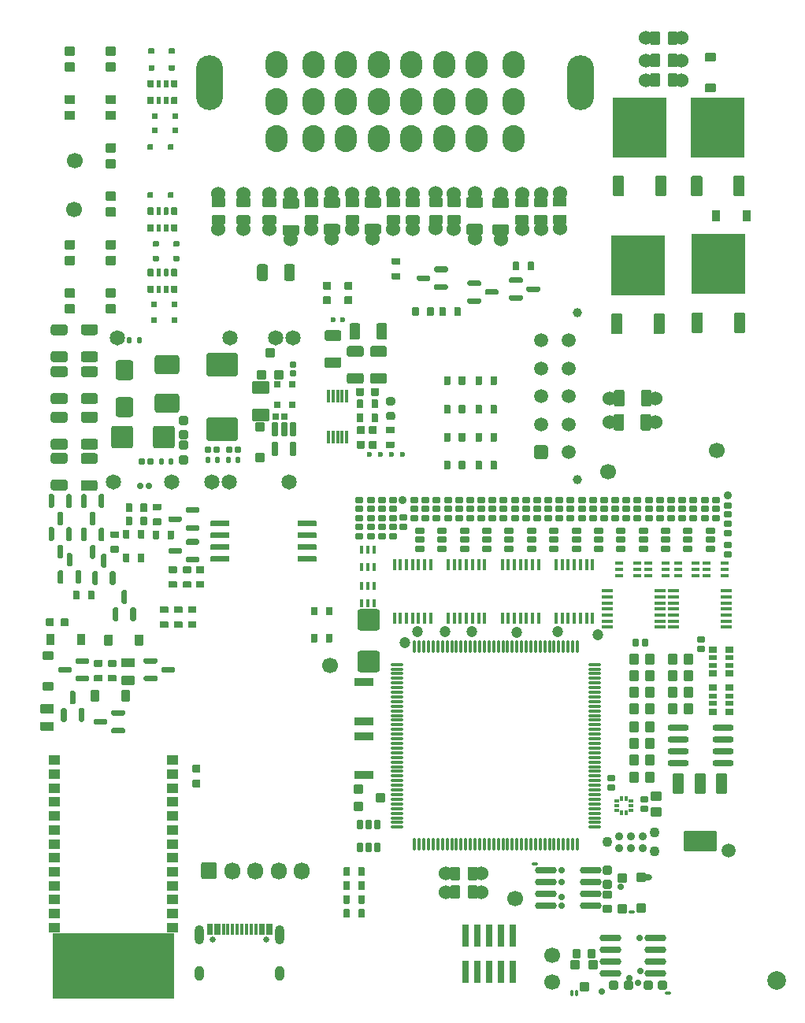
<source format=gts>
G75*
G70*
%OFA0B0*%
%FSLAX25Y25*%
%IPPOS*%
%LPD*%
%AMOC8*
5,1,8,0,0,1.08239X$1,22.5*
%
%AMM179*
21,1,0.080320,0.083460,0.000000,-0.000000,270.000000*
21,1,0.059840,0.103940,0.000000,-0.000000,270.000000*
1,1,0.020470,-0.041730,-0.029920*
1,1,0.020470,-0.041730,0.029920*
1,1,0.020470,0.041730,0.029920*
1,1,0.020470,0.041730,-0.029920*
%
%AMM180*
21,1,0.092130,0.073230,0.000000,-0.000000,180.000000*
21,1,0.069290,0.096060,0.000000,-0.000000,180.000000*
1,1,0.022840,-0.034650,0.036610*
1,1,0.022840,0.034650,0.036610*
1,1,0.022840,0.034650,-0.036610*
1,1,0.022840,-0.034650,-0.036610*
%
%AMM181*
21,1,0.084250,0.053540,0.000000,-0.000000,90.000000*
21,1,0.065350,0.072440,0.000000,-0.000000,90.000000*
1,1,0.018900,0.026770,0.032680*
1,1,0.018900,0.026770,-0.032680*
1,1,0.018900,-0.026770,-0.032680*
1,1,0.018900,-0.026770,0.032680*
%
%AMM182*
21,1,0.040950,0.030320,0.000000,-0.000000,0.000000*
21,1,0.028350,0.042910,0.000000,-0.000000,0.000000*
1,1,0.012600,0.014170,-0.015160*
1,1,0.012600,-0.014170,-0.015160*
1,1,0.012600,-0.014170,0.015160*
1,1,0.012600,0.014170,0.015160*
%
%AMM183*
21,1,0.027170,0.052760,0.000000,-0.000000,180.000000*
21,1,0.017320,0.062600,0.000000,-0.000000,180.000000*
1,1,0.009840,-0.008660,0.026380*
1,1,0.009840,0.008660,0.026380*
1,1,0.009840,0.008660,-0.026380*
1,1,0.009840,-0.008660,-0.026380*
%
%AMM184*
21,1,0.041340,0.026770,0.000000,-0.000000,270.000000*
21,1,0.029130,0.038980,0.000000,-0.000000,270.000000*
1,1,0.012210,-0.013390,-0.014570*
1,1,0.012210,-0.013390,0.014570*
1,1,0.012210,0.013390,0.014570*
1,1,0.012210,0.013390,-0.014570*
%
%AMM185*
21,1,0.100000,0.111020,0.000000,-0.000000,270.000000*
21,1,0.075590,0.135430,0.000000,-0.000000,270.000000*
1,1,0.024410,-0.055510,-0.037800*
1,1,0.024410,-0.055510,0.037800*
1,1,0.024410,0.055510,0.037800*
1,1,0.024410,0.055510,-0.037800*
%
%AMM186*
21,1,0.076380,0.036220,0.000000,-0.000000,0.000000*
21,1,0.061810,0.050790,0.000000,-0.000000,0.000000*
1,1,0.014570,0.030910,-0.018110*
1,1,0.014570,-0.030910,-0.018110*
1,1,0.014570,-0.030910,0.018110*
1,1,0.014570,0.030910,0.018110*
%
%AMM187*
21,1,0.038980,0.026770,0.000000,-0.000000,270.000000*
21,1,0.026770,0.038980,0.000000,-0.000000,270.000000*
1,1,0.012210,-0.013390,-0.013390*
1,1,0.012210,-0.013390,0.013390*
1,1,0.012210,0.013390,0.013390*
1,1,0.012210,0.013390,-0.013390*
%
%AMM188*
21,1,0.021260,0.016540,0.000000,-0.000000,180.000000*
21,1,0.012600,0.025200,0.000000,-0.000000,180.000000*
1,1,0.008660,-0.006300,0.008270*
1,1,0.008660,0.006300,0.008270*
1,1,0.008660,0.006300,-0.008270*
1,1,0.008660,-0.006300,-0.008270*
%
%AMM189*
21,1,0.029130,0.018900,0.000000,-0.000000,0.000000*
21,1,0.018900,0.029130,0.000000,-0.000000,0.000000*
1,1,0.010240,0.009450,-0.009450*
1,1,0.010240,-0.009450,-0.009450*
1,1,0.010240,-0.009450,0.009450*
1,1,0.010240,0.009450,0.009450*
%
%AMM190*
21,1,0.025200,0.019680,0.000000,-0.000000,270.000000*
21,1,0.015750,0.029130,0.000000,-0.000000,270.000000*
1,1,0.009450,-0.009840,-0.007870*
1,1,0.009450,-0.009840,0.007870*
1,1,0.009450,0.009840,0.007870*
1,1,0.009450,0.009840,-0.007870*
%
%AMM191*
21,1,0.025200,0.019680,0.000000,-0.000000,180.000000*
21,1,0.015750,0.029130,0.000000,-0.000000,180.000000*
1,1,0.009450,-0.007870,0.009840*
1,1,0.009450,0.007870,0.009840*
1,1,0.009450,0.007870,-0.009840*
1,1,0.009450,-0.007870,-0.009840*
%
%AMM22*
21,1,0.038980,0.026770,0.000000,0.000000,0.000000*
21,1,0.026770,0.038980,0.000000,0.000000,0.000000*
1,1,0.012210,0.013390,-0.013390*
1,1,0.012210,-0.013390,-0.013390*
1,1,0.012210,-0.013390,0.013390*
1,1,0.012210,0.013390,0.013390*
%
%AMM269*
21,1,0.039370,0.030320,-0.000000,-0.000000,270.000000*
21,1,0.028350,0.041340,-0.000000,-0.000000,270.000000*
1,1,0.011020,-0.015160,-0.014170*
1,1,0.011020,-0.015160,0.014170*
1,1,0.011020,0.015160,0.014170*
1,1,0.011020,0.015160,-0.014170*
%
%AMM270*
21,1,0.047240,0.075980,-0.000000,-0.000000,180.000000*
21,1,0.034650,0.088580,-0.000000,-0.000000,180.000000*
1,1,0.012600,-0.017320,0.037990*
1,1,0.012600,0.017320,0.037990*
1,1,0.012600,0.017320,-0.037990*
1,1,0.012600,-0.017320,-0.037990*
%
%AMM271*
21,1,0.047240,0.075990,-0.000000,-0.000000,180.000000*
21,1,0.034650,0.088580,-0.000000,-0.000000,180.000000*
1,1,0.012600,-0.017320,0.037990*
1,1,0.012600,0.017320,0.037990*
1,1,0.012600,0.017320,-0.037990*
1,1,0.012600,-0.017320,-0.037990*
%
%AMM272*
21,1,0.141730,0.067720,-0.000000,-0.000000,180.000000*
21,1,0.120870,0.088580,-0.000000,-0.000000,180.000000*
1,1,0.020870,-0.060430,0.033860*
1,1,0.020870,0.060430,0.033860*
1,1,0.020870,0.060430,-0.033860*
1,1,0.020870,-0.060430,-0.033860*
%
%AMM273*
21,1,0.043310,0.035430,-0.000000,-0.000000,180.000000*
21,1,0.031500,0.047240,-0.000000,-0.000000,180.000000*
1,1,0.011810,-0.015750,0.017720*
1,1,0.011810,0.015750,0.017720*
1,1,0.011810,0.015750,-0.017720*
1,1,0.011810,-0.015750,-0.017720*
%
%AMM274*
21,1,0.027560,0.030710,-0.000000,-0.000000,0.000000*
21,1,0.018900,0.039370,-0.000000,-0.000000,0.000000*
1,1,0.008660,0.009450,-0.015350*
1,1,0.008660,-0.009450,-0.015350*
1,1,0.008660,-0.009450,0.015350*
1,1,0.008660,0.009450,0.015350*
%
%AMM275*
21,1,0.031500,0.018900,-0.000000,-0.000000,0.000000*
21,1,0.022840,0.027560,-0.000000,-0.000000,0.000000*
1,1,0.008660,0.011420,-0.009450*
1,1,0.008660,-0.011420,-0.009450*
1,1,0.008660,-0.011420,0.009450*
1,1,0.008660,0.011420,0.009450*
%
%AMM276*
21,1,0.027560,0.030710,-0.000000,-0.000000,90.000000*
21,1,0.018900,0.039370,-0.000000,-0.000000,90.000000*
1,1,0.008660,0.015350,0.009450*
1,1,0.008660,0.015350,-0.009450*
1,1,0.008660,-0.015350,-0.009450*
1,1,0.008660,-0.015350,0.009450*
%
%AMM277*
21,1,0.090550,0.073230,-0.000000,-0.000000,270.000000*
21,1,0.069290,0.094490,-0.000000,-0.000000,270.000000*
1,1,0.021260,-0.036610,-0.034650*
1,1,0.021260,-0.036610,0.034650*
1,1,0.021260,0.036610,0.034650*
1,1,0.021260,0.036610,-0.034650*
%
%AMM278*
21,1,0.029530,0.026380,-0.000000,-0.000000,270.000000*
21,1,0.020470,0.035430,-0.000000,-0.000000,270.000000*
1,1,0.009060,-0.013190,-0.010240*
1,1,0.009060,-0.013190,0.010240*
1,1,0.009060,0.013190,0.010240*
1,1,0.009060,0.013190,-0.010240*
%
%AMM279*
21,1,0.021650,0.027950,-0.000000,-0.000000,270.000000*
21,1,0.014170,0.035430,-0.000000,-0.000000,270.000000*
1,1,0.007480,-0.013980,-0.007090*
1,1,0.007480,-0.013980,0.007090*
1,1,0.007480,0.013980,0.007090*
1,1,0.007480,0.013980,-0.007090*
%
%AMM280*
21,1,0.035430,0.072440,-0.000000,-0.000000,270.000000*
21,1,0.025200,0.082680,-0.000000,-0.000000,270.000000*
1,1,0.010240,-0.036220,-0.012600*
1,1,0.010240,-0.036220,0.012600*
1,1,0.010240,0.036220,0.012600*
1,1,0.010240,0.036220,-0.012600*
%
%AMM281*
21,1,0.016540,0.028980,-0.000000,-0.000000,270.000000*
21,1,0.010080,0.035430,-0.000000,-0.000000,270.000000*
1,1,0.006460,-0.014490,-0.005040*
1,1,0.006460,-0.014490,0.005040*
1,1,0.006460,0.014490,0.005040*
1,1,0.006460,0.014490,-0.005040*
%
%AMM282*
21,1,0.016540,0.028980,-0.000000,-0.000000,0.000000*
21,1,0.010080,0.035430,-0.000000,-0.000000,0.000000*
1,1,0.006460,0.005040,-0.014490*
1,1,0.006460,-0.005040,-0.014490*
1,1,0.006460,-0.005040,0.014490*
1,1,0.006460,0.005040,0.014490*
%
%AMM283*
21,1,0.043310,0.035430,-0.000000,-0.000000,90.000000*
21,1,0.031500,0.047240,-0.000000,-0.000000,90.000000*
1,1,0.011810,0.017720,0.015750*
1,1,0.011810,0.017720,-0.015750*
1,1,0.011810,-0.017720,-0.015750*
1,1,0.011810,-0.017720,0.015750*
%
%AMM284*
21,1,0.031500,0.018900,-0.000000,-0.000000,270.000000*
21,1,0.022840,0.027560,-0.000000,-0.000000,270.000000*
1,1,0.008660,-0.009450,-0.011420*
1,1,0.008660,-0.009450,0.011420*
1,1,0.008660,0.009450,0.011420*
1,1,0.008660,0.009450,-0.011420*
%
%AMM312*
21,1,0.033070,0.030710,0.000000,-0.000000,270.000000*
21,1,0.022050,0.041730,0.000000,-0.000000,270.000000*
1,1,0.011020,-0.015350,-0.011020*
1,1,0.011020,-0.015350,0.011020*
1,1,0.011020,0.015350,0.011020*
1,1,0.011020,0.015350,-0.011020*
%
%AMM92*
21,1,0.040950,0.030320,0.000000,0.000000,180.000000*
21,1,0.028350,0.042910,0.000000,0.000000,180.000000*
1,1,0.012600,-0.014170,0.015160*
1,1,0.012600,0.014170,0.015160*
1,1,0.012600,0.014170,-0.015160*
1,1,0.012600,-0.014170,-0.015160*
%
%AMM93*
21,1,0.033070,0.030710,0.000000,0.000000,180.000000*
21,1,0.022050,0.041730,0.000000,0.000000,180.000000*
1,1,0.011020,-0.011020,0.015350*
1,1,0.011020,0.011020,0.015350*
1,1,0.011020,0.011020,-0.015350*
1,1,0.011020,-0.011020,-0.015350*
%
%ADD10C,0.06000*%
%ADD11O,0.06693X0.07283*%
%ADD119M22*%
%ADD12R,0.01181X0.04528*%
%ADD124C,0.02913*%
%ADD125C,0.06457*%
%ADD13O,0.03937X0.08268*%
%ADD14O,0.03937X0.06299*%
%ADD15C,0.06693*%
%ADD16C,0.05906*%
%ADD166O,0.01260X0.05512*%
%ADD167O,0.05512X0.01260*%
%ADD174C,0.03494*%
%ADD178C,0.03543*%
%ADD182O,0.01575X0.04724*%
%ADD183O,0.04724X0.01575*%
%ADD185O,0.09055X0.02756*%
%ADD187R,0.01870X0.01772*%
%ADD188R,0.01772X0.01870*%
%ADD191C,0.04294*%
%ADD192C,0.04724*%
%ADD20O,0.01969X0.00984*%
%ADD22O,0.00984X0.01969*%
%ADD23C,0.02362*%
%ADD242O,0.01535X0.02520*%
%ADD249O,0.02520X0.01535*%
%ADD250M92*%
%ADD251O,0.09213X0.02913*%
%ADD252M93*%
%ADD341M179*%
%ADD342M180*%
%ADD343M181*%
%ADD344M182*%
%ADD345M183*%
%ADD346M184*%
%ADD347M185*%
%ADD348M186*%
%ADD349M187*%
%ADD350M188*%
%ADD351M189*%
%ADD352M190*%
%ADD353M191*%
%ADD38R,0.22835X0.25197*%
%ADD39R,0.05118X0.03937*%
%ADD40C,0.07874*%
%ADD43O,0.02756X0.00787*%
%ADD45O,0.03937X0.01969*%
%ADD451M269*%
%ADD452M270*%
%ADD453M271*%
%ADD454M272*%
%ADD455M273*%
%ADD456M274*%
%ADD457M275*%
%ADD458M276*%
%ADD459M277*%
%ADD460M278*%
%ADD461M279*%
%ADD462M280*%
%ADD463M281*%
%ADD464M282*%
%ADD465M283*%
%ADD466M284*%
%ADD488R,0.01181X0.05512*%
%ADD491O,0.03307X0.01339*%
%ADD492O,0.04488X0.02520*%
%ADD498M312*%
%ADD60R,0.02913X0.09449*%
%ADD61C,0.03937*%
%ADD69C,0.00472*%
%ADD70C,0.02559*%
%ADD71O,0.11417X0.23228*%
%ADD72O,0.09449X0.11417*%
X0000000Y0000000D02*
%LPD*%
G01*
D69*
X0077559Y0000787D02*
X0026378Y0000787D01*
X0026378Y0028346D01*
X0077559Y0028346D01*
X0077559Y0000787D01*
G36*
X0077559Y0000787D02*
G01*
X0026378Y0000787D01*
X0026378Y0028346D01*
X0077559Y0028346D01*
X0077559Y0000787D01*
G37*
D10*
X0196206Y0326364D03*
G36*
G01*
X0198667Y0328156D02*
X0193746Y0328156D01*
G75*
G02*
X0193352Y0328550I0000000J0000394D01*
G01*
X0193352Y0331699D01*
G75*
G02*
X0193746Y0332093I0000394J0000000D01*
G01*
X0198667Y0332093D01*
G75*
G02*
X0199061Y0331699I0000000J-000394D01*
G01*
X0199061Y0328550D01*
G75*
G02*
X0198667Y0328156I-000394J0000000D01*
G01*
G37*
G36*
G01*
X0198667Y0335636D02*
X0193746Y0335636D01*
G75*
G02*
X0193352Y0336030I0000000J0000394D01*
G01*
X0193352Y0339180D01*
G75*
G02*
X0193746Y0339573I0000394J0000000D01*
G01*
X0198667Y0339573D01*
G75*
G02*
X0199061Y0339180I0000000J-000394D01*
G01*
X0199061Y0336030D01*
G75*
G02*
X0198667Y0335636I-000394J0000000D01*
G01*
G37*
X0196206Y0341364D03*
G36*
G01*
X0068937Y0210039D02*
X0072008Y0210039D01*
G75*
G02*
X0072283Y0209764I0000000J-000276D01*
G01*
X0072283Y0207559D01*
G75*
G02*
X0072008Y0207283I-000276J0000000D01*
G01*
X0068937Y0207283D01*
G75*
G02*
X0068661Y0207559I0000000J0000276D01*
G01*
X0068661Y0209764D01*
G75*
G02*
X0068937Y0210039I0000276J0000000D01*
G01*
G37*
G36*
G01*
X0068937Y0203740D02*
X0072008Y0203740D01*
G75*
G02*
X0072283Y0203465I0000000J-000276D01*
G01*
X0072283Y0201260D01*
G75*
G02*
X0072008Y0200984I-000276J0000000D01*
G01*
X0068937Y0200984D01*
G75*
G02*
X0068661Y0201260I0000000J0000276D01*
G01*
X0068661Y0203465D01*
G75*
G02*
X0068937Y0203740I0000276J0000000D01*
G01*
G37*
G36*
G01*
X0066535Y0299469D02*
X0066535Y0302106D01*
G75*
G02*
X0066791Y0302362I0000256J0000000D01*
G01*
X0068839Y0302362D01*
G75*
G02*
X0069094Y0302106I0000000J-000256D01*
G01*
X0069094Y0299469D01*
G75*
G02*
X0068839Y0299213I-000256J0000000D01*
G01*
X0066791Y0299213D01*
G75*
G02*
X0066535Y0299469I0000000J0000256D01*
G01*
G37*
G36*
G01*
X0070374Y0299390D02*
X0070374Y0302185D01*
G75*
G02*
X0070551Y0302362I0000177J0000000D01*
G01*
X0071969Y0302362D01*
G75*
G02*
X0072146Y0302185I0000000J-000177D01*
G01*
X0072146Y0299390D01*
G75*
G02*
X0071969Y0299213I-000177J0000000D01*
G01*
X0070551Y0299213D01*
G75*
G02*
X0070374Y0299390I0000000J0000177D01*
G01*
G37*
G36*
G01*
X0073524Y0299390D02*
X0073524Y0302185D01*
G75*
G02*
X0073701Y0302362I0000177J0000000D01*
G01*
X0075118Y0302362D01*
G75*
G02*
X0075295Y0302185I0000000J-000177D01*
G01*
X0075295Y0299390D01*
G75*
G02*
X0075118Y0299213I-000177J0000000D01*
G01*
X0073701Y0299213D01*
G75*
G02*
X0073524Y0299390I0000000J0000177D01*
G01*
G37*
G36*
G01*
X0076575Y0299469D02*
X0076575Y0302106D01*
G75*
G02*
X0076831Y0302362I0000256J0000000D01*
G01*
X0078878Y0302362D01*
G75*
G02*
X0079134Y0302106I0000000J-000256D01*
G01*
X0079134Y0299469D01*
G75*
G02*
X0078878Y0299213I-000256J0000000D01*
G01*
X0076831Y0299213D01*
G75*
G02*
X0076575Y0299469I0000000J0000256D01*
G01*
G37*
G36*
G01*
X0076575Y0306555D02*
X0076575Y0309193D01*
G75*
G02*
X0076831Y0309449I0000256J0000000D01*
G01*
X0078878Y0309449D01*
G75*
G02*
X0079134Y0309193I0000000J-000256D01*
G01*
X0079134Y0306555D01*
G75*
G02*
X0078878Y0306299I-000256J0000000D01*
G01*
X0076831Y0306299D01*
G75*
G02*
X0076575Y0306555I0000000J0000256D01*
G01*
G37*
G36*
G01*
X0073524Y0306476D02*
X0073524Y0309272D01*
G75*
G02*
X0073701Y0309449I0000177J0000000D01*
G01*
X0075118Y0309449D01*
G75*
G02*
X0075295Y0309272I0000000J-000177D01*
G01*
X0075295Y0306476D01*
G75*
G02*
X0075118Y0306299I-000177J0000000D01*
G01*
X0073701Y0306299D01*
G75*
G02*
X0073524Y0306476I0000000J0000177D01*
G01*
G37*
G36*
G01*
X0070374Y0306476D02*
X0070374Y0309272D01*
G75*
G02*
X0070551Y0309449I0000177J0000000D01*
G01*
X0071969Y0309449D01*
G75*
G02*
X0072146Y0309272I0000000J-000177D01*
G01*
X0072146Y0306476D01*
G75*
G02*
X0071969Y0306299I-000177J0000000D01*
G01*
X0070551Y0306299D01*
G75*
G02*
X0070374Y0306476I0000000J0000177D01*
G01*
G37*
G36*
G01*
X0066535Y0306555D02*
X0066535Y0309193D01*
G75*
G02*
X0066791Y0309449I0000256J0000000D01*
G01*
X0068839Y0309449D01*
G75*
G02*
X0069094Y0309193I0000000J-000256D01*
G01*
X0069094Y0306555D01*
G75*
G02*
X0068839Y0306299I-000256J0000000D01*
G01*
X0066791Y0306299D01*
G75*
G02*
X0066535Y0306555I0000000J0000256D01*
G01*
G37*
G36*
G01*
X0199016Y0292874D02*
X0199016Y0289803D01*
G75*
G02*
X0198740Y0289528I-000276J0000000D01*
G01*
X0196535Y0289528D01*
G75*
G02*
X0196260Y0289803I0000000J0000276D01*
G01*
X0196260Y0292874D01*
G75*
G02*
X0196535Y0293150I0000276J0000000D01*
G01*
X0198740Y0293150D01*
G75*
G02*
X0199016Y0292874I0000000J-000276D01*
G01*
G37*
G36*
G01*
X0192717Y0292874D02*
X0192717Y0289803D01*
G75*
G02*
X0192441Y0289528I-000276J0000000D01*
G01*
X0190236Y0289528D01*
G75*
G02*
X0189961Y0289803I0000000J0000276D01*
G01*
X0189961Y0292874D01*
G75*
G02*
X0190236Y0293150I0000276J0000000D01*
G01*
X0192441Y0293150D01*
G75*
G02*
X0192717Y0292874I0000000J-000276D01*
G01*
G37*
G36*
G01*
X0205315Y0260669D02*
X0205315Y0263740D01*
G75*
G02*
X0205591Y0264016I0000276J0000000D01*
G01*
X0207795Y0264016D01*
G75*
G02*
X0208071Y0263740I0000000J-000276D01*
G01*
X0208071Y0260669D01*
G75*
G02*
X0207795Y0260394I-000276J0000000D01*
G01*
X0205591Y0260394D01*
G75*
G02*
X0205315Y0260669I0000000J0000276D01*
G01*
G37*
G36*
G01*
X0211614Y0260669D02*
X0211614Y0263740D01*
G75*
G02*
X0211890Y0264016I0000276J0000000D01*
G01*
X0214094Y0264016D01*
G75*
G02*
X0214370Y0263740I0000000J-000276D01*
G01*
X0214370Y0260669D01*
G75*
G02*
X0214094Y0260394I-000276J0000000D01*
G01*
X0211890Y0260394D01*
G75*
G02*
X0211614Y0260669I0000000J0000276D01*
G01*
G37*
G36*
G01*
X0088583Y0090020D02*
X0085906Y0090020D01*
G75*
G02*
X0085571Y0090354I0000000J0000335D01*
G01*
X0085571Y0093031D01*
G75*
G02*
X0085906Y0093366I0000335J0000000D01*
G01*
X0088583Y0093366D01*
G75*
G02*
X0088917Y0093031I0000000J-000335D01*
G01*
X0088917Y0090354D01*
G75*
G02*
X0088583Y0090020I-000335J0000000D01*
G01*
G37*
G36*
G01*
X0088583Y0096240D02*
X0085906Y0096240D01*
G75*
G02*
X0085571Y0096575I0000000J0000335D01*
G01*
X0085571Y0099252D01*
G75*
G02*
X0085906Y0099587I0000335J0000000D01*
G01*
X0088583Y0099587D01*
G75*
G02*
X0088917Y0099252I0000000J-000335D01*
G01*
X0088917Y0096575D01*
G75*
G02*
X0088583Y0096240I-000335J0000000D01*
G01*
G37*
X0188514Y0326449D03*
G36*
G01*
X0190975Y0328240D02*
X0186053Y0328240D01*
G75*
G02*
X0185660Y0328634I0000000J0000394D01*
G01*
X0185660Y0331784D01*
G75*
G02*
X0186053Y0332177I0000394J0000000D01*
G01*
X0190975Y0332177D01*
G75*
G02*
X0191368Y0331784I0000000J-000394D01*
G01*
X0191368Y0328634D01*
G75*
G02*
X0190975Y0328240I-000394J0000000D01*
G01*
G37*
G36*
G01*
X0190975Y0335721D02*
X0186053Y0335721D01*
G75*
G02*
X0185660Y0336114I0000000J0000394D01*
G01*
X0185660Y0339264D01*
G75*
G02*
X0186053Y0339658I0000394J0000000D01*
G01*
X0190975Y0339658D01*
G75*
G02*
X0191368Y0339264I0000000J-000394D01*
G01*
X0191368Y0336114D01*
G75*
G02*
X0190975Y0335721I-000394J0000000D01*
G01*
G37*
X0188514Y0341449D03*
G36*
G01*
X0032677Y0236594D02*
X0032677Y0233878D01*
G75*
G02*
X0031772Y0232972I-000906J0000000D01*
G01*
X0026496Y0232972D01*
G75*
G02*
X0025591Y0233878I0000000J0000906D01*
G01*
X0025591Y0236594D01*
G75*
G02*
X0026496Y0237500I0000906J0000000D01*
G01*
X0031772Y0237500D01*
G75*
G02*
X0032677Y0236594I0000000J-000906D01*
G01*
G37*
G36*
G01*
X0032677Y0248012D02*
X0032677Y0245295D01*
G75*
G02*
X0031772Y0244390I-000906J0000000D01*
G01*
X0026496Y0244390D01*
G75*
G02*
X0025591Y0245295I0000000J0000906D01*
G01*
X0025591Y0248012D01*
G75*
G02*
X0026496Y0248917I0000906J0000000D01*
G01*
X0031772Y0248917D01*
G75*
G02*
X0032677Y0248012I0000000J-000906D01*
G01*
G37*
X0262008Y0244488D03*
G36*
G01*
X0267303Y0240945D02*
X0264587Y0240945D01*
G75*
G02*
X0263681Y0241850I0000000J0000906D01*
G01*
X0263681Y0247126D01*
G75*
G02*
X0264587Y0248031I0000906J0000000D01*
G01*
X0267303Y0248031D01*
G75*
G02*
X0268209Y0247126I0000000J-000906D01*
G01*
X0268209Y0241850D01*
G75*
G02*
X0267303Y0240945I-000906J0000000D01*
G01*
G37*
G36*
G01*
X0278721Y0240945D02*
X0276004Y0240945D01*
G75*
G02*
X0275098Y0241850I0000000J0000906D01*
G01*
X0275098Y0247126D01*
G75*
G02*
X0276004Y0248031I0000906J0000000D01*
G01*
X0278721Y0248031D01*
G75*
G02*
X0279626Y0247126I0000000J-000906D01*
G01*
X0279626Y0241850D01*
G75*
G02*
X0278721Y0240945I-000906J0000000D01*
G01*
G37*
X0281299Y0244488D03*
G36*
G01*
X0056949Y0114606D02*
X0056949Y0113425D01*
G75*
G02*
X0056358Y0112835I-000591J0000000D01*
G01*
X0051732Y0112835D01*
G75*
G02*
X0051142Y0113425I0000000J0000591D01*
G01*
X0051142Y0114606D01*
G75*
G02*
X0051732Y0115197I0000591J0000000D01*
G01*
X0056358Y0115197D01*
G75*
G02*
X0056949Y0114606I0000000J-000591D01*
G01*
G37*
G36*
G01*
X0049567Y0118346D02*
X0049567Y0117165D01*
G75*
G02*
X0048976Y0116575I-000591J0000000D01*
G01*
X0044350Y0116575D01*
G75*
G02*
X0043760Y0117165I0000000J0000591D01*
G01*
X0043760Y0118346D01*
G75*
G02*
X0044350Y0118937I0000591J0000000D01*
G01*
X0048976Y0118937D01*
G75*
G02*
X0049567Y0118346I0000000J-000591D01*
G01*
G37*
G36*
G01*
X0056949Y0122087D02*
X0056949Y0120906D01*
G75*
G02*
X0056358Y0120315I-000591J0000000D01*
G01*
X0051732Y0120315D01*
G75*
G02*
X0051142Y0120906I0000000J0000591D01*
G01*
X0051142Y0122087D01*
G75*
G02*
X0051732Y0122677I0000591J0000000D01*
G01*
X0056358Y0122677D01*
G75*
G02*
X0056949Y0122087I0000000J-000591D01*
G01*
G37*
X0144488Y0341535D03*
G36*
G01*
X0140945Y0336240D02*
X0140945Y0338957D01*
G75*
G02*
X0141850Y0339862I0000906J0000000D01*
G01*
X0147126Y0339862D01*
G75*
G02*
X0148031Y0338957I0000000J-000906D01*
G01*
X0148031Y0336240D01*
G75*
G02*
X0147126Y0335335I-000906J0000000D01*
G01*
X0141850Y0335335D01*
G75*
G02*
X0140945Y0336240I0000000J0000906D01*
G01*
G37*
G36*
G01*
X0140945Y0324823D02*
X0140945Y0327539D01*
G75*
G02*
X0141850Y0328445I0000906J0000000D01*
G01*
X0147126Y0328445D01*
G75*
G02*
X0148031Y0327539I0000000J-000906D01*
G01*
X0148031Y0324823D01*
G75*
G02*
X0147126Y0323917I-000906J0000000D01*
G01*
X0141850Y0323917D01*
G75*
G02*
X0140945Y0324823I0000000J0000906D01*
G01*
G37*
X0144488Y0322244D03*
G36*
G01*
X0193602Y0302362D02*
X0193602Y0301181D01*
G75*
G02*
X0193012Y0300591I-000591J0000000D01*
G01*
X0188386Y0300591D01*
G75*
G02*
X0187795Y0301181I0000000J0000591D01*
G01*
X0187795Y0302362D01*
G75*
G02*
X0188386Y0302953I0000591J0000000D01*
G01*
X0193012Y0302953D01*
G75*
G02*
X0193602Y0302362I0000000J-000591D01*
G01*
G37*
G36*
G01*
X0186220Y0306102D02*
X0186220Y0304921D01*
G75*
G02*
X0185630Y0304331I-000591J0000000D01*
G01*
X0181004Y0304331D01*
G75*
G02*
X0180413Y0304921I0000000J0000591D01*
G01*
X0180413Y0306102D01*
G75*
G02*
X0181004Y0306693I0000591J0000000D01*
G01*
X0185630Y0306693D01*
G75*
G02*
X0186220Y0306102I0000000J-000591D01*
G01*
G37*
G36*
G01*
X0193602Y0309843D02*
X0193602Y0308661D01*
G75*
G02*
X0193012Y0308071I-000591J0000000D01*
G01*
X0188386Y0308071D01*
G75*
G02*
X0187795Y0308661I0000000J0000591D01*
G01*
X0187795Y0309843D01*
G75*
G02*
X0188386Y0310433I0000591J0000000D01*
G01*
X0193012Y0310433D01*
G75*
G02*
X0193602Y0309843I0000000J-000591D01*
G01*
G37*
G36*
G01*
X0069140Y0314961D02*
X0071030Y0314961D01*
G75*
G02*
X0071266Y0314724I0000000J-000236D01*
G01*
X0071266Y0312835D01*
G75*
G02*
X0071030Y0312598I-000236J0000000D01*
G01*
X0069140Y0312598D01*
G75*
G02*
X0068904Y0312835I0000000J0000236D01*
G01*
X0068904Y0314724D01*
G75*
G02*
X0069140Y0314961I0000236J0000000D01*
G01*
G37*
G36*
G01*
X0077801Y0314961D02*
X0079691Y0314961D01*
G75*
G02*
X0079927Y0314724I0000000J-000236D01*
G01*
X0079927Y0312835D01*
G75*
G02*
X0079691Y0312598I-000236J0000000D01*
G01*
X0077801Y0312598D01*
G75*
G02*
X0077565Y0312835I0000000J0000236D01*
G01*
X0077565Y0314724D01*
G75*
G02*
X0077801Y0314961I0000236J0000000D01*
G01*
G37*
G36*
G01*
X0052756Y0331496D02*
X0049213Y0331496D01*
G75*
G02*
X0048819Y0331890I0000000J0000394D01*
G01*
X0048819Y0335039D01*
G75*
G02*
X0049213Y0335433I0000394J0000000D01*
G01*
X0052756Y0335433D01*
G75*
G02*
X0053150Y0335039I0000000J-000394D01*
G01*
X0053150Y0331890D01*
G75*
G02*
X0052756Y0331496I-000394J0000000D01*
G01*
G37*
G36*
G01*
X0052756Y0338189D02*
X0049213Y0338189D01*
G75*
G02*
X0048819Y0338583I0000000J0000394D01*
G01*
X0048819Y0341732D01*
G75*
G02*
X0049213Y0342126I0000394J0000000D01*
G01*
X0052756Y0342126D01*
G75*
G02*
X0053150Y0341732I0000000J-000394D01*
G01*
X0053150Y0338583D01*
G75*
G02*
X0052756Y0338189I-000394J0000000D01*
G01*
G37*
G36*
G01*
X0149409Y0052795D02*
X0149409Y0055866D01*
G75*
G02*
X0149685Y0056142I0000276J0000000D01*
G01*
X0151890Y0056142D01*
G75*
G02*
X0152165Y0055866I0000000J-000276D01*
G01*
X0152165Y0052795D01*
G75*
G02*
X0151890Y0052520I-000276J0000000D01*
G01*
X0149685Y0052520D01*
G75*
G02*
X0149409Y0052795I0000000J0000276D01*
G01*
G37*
G36*
G01*
X0155709Y0052795D02*
X0155709Y0055866D01*
G75*
G02*
X0155984Y0056142I0000276J0000000D01*
G01*
X0158189Y0056142D01*
G75*
G02*
X0158465Y0055866I0000000J-000276D01*
G01*
X0158465Y0052795D01*
G75*
G02*
X0158189Y0052520I-000276J0000000D01*
G01*
X0155984Y0052520D01*
G75*
G02*
X0155709Y0052795I0000000J0000276D01*
G01*
G37*
G36*
G01*
X0067159Y0402805D02*
X0069049Y0402805D01*
G75*
G02*
X0069285Y0402569I0000000J-000236D01*
G01*
X0069285Y0400679D01*
G75*
G02*
X0069049Y0400443I-000236J0000000D01*
G01*
X0067159Y0400443D01*
G75*
G02*
X0066923Y0400679I0000000J0000236D01*
G01*
X0066923Y0402569D01*
G75*
G02*
X0067159Y0402805I0000236J0000000D01*
G01*
G37*
G36*
G01*
X0075821Y0402805D02*
X0077711Y0402805D01*
G75*
G02*
X0077947Y0402569I0000000J-000236D01*
G01*
X0077947Y0400679D01*
G75*
G02*
X0077711Y0400443I-000236J0000000D01*
G01*
X0075821Y0400443D01*
G75*
G02*
X0075585Y0400679I0000000J0000236D01*
G01*
X0075585Y0402569D01*
G75*
G02*
X0075821Y0402805I0000236J0000000D01*
G01*
G37*
G36*
G01*
X0089173Y0052067D02*
X0089173Y0057382D01*
G75*
G02*
X0090157Y0058366I0000984J0000000D01*
G01*
X0094882Y0058366D01*
G75*
G02*
X0095866Y0057382I0000000J-000984D01*
G01*
X0095866Y0052067D01*
G75*
G02*
X0094882Y0051083I-000984J0000000D01*
G01*
X0090157Y0051083D01*
G75*
G02*
X0089173Y0052067I0000000J0000984D01*
G01*
G37*
D11*
X0102362Y0054724D03*
X0112205Y0054724D03*
X0122047Y0054724D03*
X0131890Y0054724D03*
D70*
X0094134Y0025669D03*
X0116890Y0025669D03*
D12*
X0092323Y0029862D03*
X0095472Y0029862D03*
X0100591Y0029862D03*
X0104528Y0029862D03*
X0106496Y0029862D03*
X0110433Y0029862D03*
X0115551Y0029862D03*
X0118701Y0029862D03*
X0117520Y0029862D03*
X0114370Y0029862D03*
X0112402Y0029862D03*
X0108465Y0029862D03*
X0102559Y0029862D03*
X0098622Y0029862D03*
X0096654Y0029862D03*
X0093504Y0029862D03*
D13*
X0088504Y0027638D03*
D14*
X0088504Y0011181D03*
D13*
X0122520Y0027638D03*
D14*
X0122520Y0011181D03*
G36*
G01*
X0041880Y0136614D02*
X0041880Y0135433D01*
G75*
G02*
X0041289Y0134843I-000591J0000000D01*
G01*
X0036663Y0134843D01*
G75*
G02*
X0036073Y0135433I0000000J0000591D01*
G01*
X0036073Y0136614D01*
G75*
G02*
X0036663Y0137205I0000591J0000000D01*
G01*
X0041289Y0137205D01*
G75*
G02*
X0041880Y0136614I0000000J-000591D01*
G01*
G37*
G36*
G01*
X0034498Y0140354D02*
X0034498Y0139173D01*
G75*
G02*
X0033907Y0138583I-000591J0000000D01*
G01*
X0029281Y0138583D01*
G75*
G02*
X0028691Y0139173I0000000J0000591D01*
G01*
X0028691Y0140354D01*
G75*
G02*
X0029281Y0140945I0000591J0000000D01*
G01*
X0033907Y0140945D01*
G75*
G02*
X0034498Y0140354I0000000J-000591D01*
G01*
G37*
G36*
G01*
X0041880Y0144094D02*
X0041880Y0142913D01*
G75*
G02*
X0041289Y0142323I-000591J0000000D01*
G01*
X0036663Y0142323D01*
G75*
G02*
X0036073Y0142913I0000000J0000591D01*
G01*
X0036073Y0144094D01*
G75*
G02*
X0036663Y0144685I0000591J0000000D01*
G01*
X0041289Y0144685D01*
G75*
G02*
X0041880Y0144094I0000000J-000591D01*
G01*
G37*
G36*
G01*
X0032677Y0255886D02*
X0032677Y0253169D01*
G75*
G02*
X0031772Y0252264I-000906J0000000D01*
G01*
X0026496Y0252264D01*
G75*
G02*
X0025591Y0253169I0000000J0000906D01*
G01*
X0025591Y0255886D01*
G75*
G02*
X0026496Y0256791I0000906J0000000D01*
G01*
X0031772Y0256791D01*
G75*
G02*
X0032677Y0255886I0000000J-000906D01*
G01*
G37*
G36*
G01*
X0032677Y0267303D02*
X0032677Y0264587D01*
G75*
G02*
X0031772Y0263681I-000906J0000000D01*
G01*
X0026496Y0263681D01*
G75*
G02*
X0025591Y0264587I0000000J0000906D01*
G01*
X0025591Y0267303D01*
G75*
G02*
X0026496Y0268209I0000906J0000000D01*
G01*
X0031772Y0268209D01*
G75*
G02*
X0032677Y0267303I0000000J-000906D01*
G01*
G37*
G36*
G01*
X0052756Y0311024D02*
X0049213Y0311024D01*
G75*
G02*
X0048819Y0311417I0000000J0000394D01*
G01*
X0048819Y0314567D01*
G75*
G02*
X0049213Y0314961I0000394J0000000D01*
G01*
X0052756Y0314961D01*
G75*
G02*
X0053150Y0314567I0000000J-000394D01*
G01*
X0053150Y0311417D01*
G75*
G02*
X0052756Y0311024I-000394J0000000D01*
G01*
G37*
G36*
G01*
X0052756Y0317717D02*
X0049213Y0317717D01*
G75*
G02*
X0048819Y0318110I0000000J0000394D01*
G01*
X0048819Y0321260D01*
G75*
G02*
X0049213Y0321654I0000394J0000000D01*
G01*
X0052756Y0321654D01*
G75*
G02*
X0053150Y0321260I0000000J-000394D01*
G01*
X0053150Y0318110D01*
G75*
G02*
X0052756Y0317717I-000394J0000000D01*
G01*
G37*
D15*
X0307480Y0232677D03*
G36*
G01*
X0067165Y0395669D02*
X0069055Y0395669D01*
G75*
G02*
X0069291Y0395433I0000000J-000236D01*
G01*
X0069291Y0393543D01*
G75*
G02*
X0069055Y0393307I-000236J0000000D01*
G01*
X0067165Y0393307D01*
G75*
G02*
X0066929Y0393543I0000000J0000236D01*
G01*
X0066929Y0395433D01*
G75*
G02*
X0067165Y0395669I0000236J0000000D01*
G01*
G37*
G36*
G01*
X0075827Y0395669D02*
X0077717Y0395669D01*
G75*
G02*
X0077953Y0395433I0000000J-000236D01*
G01*
X0077953Y0393543D01*
G75*
G02*
X0077717Y0393307I-000236J0000000D01*
G01*
X0075827Y0393307D01*
G75*
G02*
X0075591Y0393543I0000000J0000236D01*
G01*
X0075591Y0395433D01*
G75*
G02*
X0075827Y0395669I0000236J0000000D01*
G01*
G37*
G36*
G01*
X0230118Y0312165D02*
X0230118Y0309094D01*
G75*
G02*
X0229843Y0308819I-000276J0000000D01*
G01*
X0227638Y0308819D01*
G75*
G02*
X0227362Y0309094I0000000J0000276D01*
G01*
X0227362Y0312165D01*
G75*
G02*
X0227638Y0312441I0000276J0000000D01*
G01*
X0229843Y0312441D01*
G75*
G02*
X0230118Y0312165I0000000J-000276D01*
G01*
G37*
G36*
G01*
X0223819Y0312165D02*
X0223819Y0309094D01*
G75*
G02*
X0223543Y0308819I-000276J0000000D01*
G01*
X0221339Y0308819D01*
G75*
G02*
X0221063Y0309094I0000000J0000276D01*
G01*
X0221063Y0312165D01*
G75*
G02*
X0221339Y0312441I0000276J0000000D01*
G01*
X0223543Y0312441D01*
G75*
G02*
X0223819Y0312165I0000000J-000276D01*
G01*
G37*
G36*
G01*
X0052756Y0372441D02*
X0049213Y0372441D01*
G75*
G02*
X0048819Y0372835I0000000J0000394D01*
G01*
X0048819Y0375984D01*
G75*
G02*
X0049213Y0376378I0000394J0000000D01*
G01*
X0052756Y0376378D01*
G75*
G02*
X0053150Y0375984I0000000J-000394D01*
G01*
X0053150Y0372835D01*
G75*
G02*
X0052756Y0372441I-000394J0000000D01*
G01*
G37*
G36*
G01*
X0052756Y0379134D02*
X0049213Y0379134D01*
G75*
G02*
X0048819Y0379528I0000000J0000394D01*
G01*
X0048819Y0382677D01*
G75*
G02*
X0049213Y0383071I0000394J0000000D01*
G01*
X0052756Y0383071D01*
G75*
G02*
X0053150Y0382677I0000000J-000394D01*
G01*
X0053150Y0379528D01*
G75*
G02*
X0052756Y0379134I-000394J0000000D01*
G01*
G37*
D10*
X0096457Y0326358D03*
G36*
G01*
X0098917Y0328150D02*
X0093996Y0328150D01*
G75*
G02*
X0093602Y0328543I0000000J0000394D01*
G01*
X0093602Y0331693D01*
G75*
G02*
X0093996Y0332087I0000394J0000000D01*
G01*
X0098917Y0332087D01*
G75*
G02*
X0099311Y0331693I0000000J-000394D01*
G01*
X0099311Y0328543D01*
G75*
G02*
X0098917Y0328150I-000394J0000000D01*
G01*
G37*
G36*
G01*
X0098917Y0335630D02*
X0093996Y0335630D01*
G75*
G02*
X0093602Y0336024I0000000J0000394D01*
G01*
X0093602Y0339173D01*
G75*
G02*
X0093996Y0339567I0000394J0000000D01*
G01*
X0098917Y0339567D01*
G75*
G02*
X0099311Y0339173I0000000J-000394D01*
G01*
X0099311Y0336024D01*
G75*
G02*
X0098917Y0335630I-000394J0000000D01*
G01*
G37*
X0096457Y0341358D03*
X0292539Y0407087D03*
G36*
G01*
X0290748Y0409547D02*
X0290748Y0404626D01*
G75*
G02*
X0290354Y0404232I-000394J0000000D01*
G01*
X0287205Y0404232D01*
G75*
G02*
X0286811Y0404626I0000000J0000394D01*
G01*
X0286811Y0409547D01*
G75*
G02*
X0287205Y0409941I0000394J0000000D01*
G01*
X0290354Y0409941D01*
G75*
G02*
X0290748Y0409547I0000000J-000394D01*
G01*
G37*
G36*
G01*
X0283268Y0409547D02*
X0283268Y0404626D01*
G75*
G02*
X0282874Y0404232I-000394J0000000D01*
G01*
X0279724Y0404232D01*
G75*
G02*
X0279331Y0404626I0000000J0000394D01*
G01*
X0279331Y0409547D01*
G75*
G02*
X0279724Y0409941I0000394J0000000D01*
G01*
X0282874Y0409941D01*
G75*
G02*
X0283268Y0409547I0000000J-000394D01*
G01*
G37*
X0277539Y0407087D03*
D61*
X0248524Y0220079D03*
X0248524Y0290945D03*
G36*
G01*
X0234980Y0228937D02*
X0231043Y0228937D01*
G75*
G02*
X0230059Y0229921I0000000J0000984D01*
G01*
X0230059Y0233858D01*
G75*
G02*
X0231043Y0234843I0000984J0000000D01*
G01*
X0234980Y0234843D01*
G75*
G02*
X0235965Y0233858I0000000J-000984D01*
G01*
X0235965Y0229921D01*
G75*
G02*
X0234980Y0228937I-000984J0000000D01*
G01*
G37*
D16*
X0233012Y0243701D03*
X0233012Y0255512D03*
X0233012Y0267323D03*
X0233012Y0279134D03*
X0244823Y0231890D03*
X0244823Y0243701D03*
X0244823Y0255512D03*
X0244823Y0267323D03*
X0244823Y0279134D03*
G36*
G01*
X0045362Y0219114D02*
X0045362Y0216398D01*
G75*
G02*
X0044457Y0215492I-000906J0000000D01*
G01*
X0039181Y0215492D01*
G75*
G02*
X0038276Y0216398I0000000J0000906D01*
G01*
X0038276Y0219114D01*
G75*
G02*
X0039181Y0220020I0000906J0000000D01*
G01*
X0044457Y0220020D01*
G75*
G02*
X0045362Y0219114I0000000J-000906D01*
G01*
G37*
G36*
G01*
X0045362Y0230531D02*
X0045362Y0227815D01*
G75*
G02*
X0044457Y0226909I-000906J0000000D01*
G01*
X0039181Y0226909D01*
G75*
G02*
X0038276Y0227815I0000000J0000906D01*
G01*
X0038276Y0230531D01*
G75*
G02*
X0039181Y0231437I0000906J0000000D01*
G01*
X0044457Y0231437D01*
G75*
G02*
X0045362Y0230531I0000000J-000906D01*
G01*
G37*
G36*
G01*
X0205315Y0248465D02*
X0205315Y0251535D01*
G75*
G02*
X0205591Y0251811I0000276J0000000D01*
G01*
X0207795Y0251811D01*
G75*
G02*
X0208071Y0251535I0000000J-000276D01*
G01*
X0208071Y0248465D01*
G75*
G02*
X0207795Y0248189I-000276J0000000D01*
G01*
X0205591Y0248189D01*
G75*
G02*
X0205315Y0248465I0000000J0000276D01*
G01*
G37*
G36*
G01*
X0211614Y0248465D02*
X0211614Y0251535D01*
G75*
G02*
X0211890Y0251811I0000276J0000000D01*
G01*
X0214094Y0251811D01*
G75*
G02*
X0214370Y0251535I0000000J-000276D01*
G01*
X0214370Y0248465D01*
G75*
G02*
X0214094Y0248189I-000276J0000000D01*
G01*
X0211890Y0248189D01*
G75*
G02*
X0211614Y0248465I0000000J0000276D01*
G01*
G37*
G36*
G01*
X0075630Y0183465D02*
X0078701Y0183465D01*
G75*
G02*
X0078976Y0183189I0000000J-000276D01*
G01*
X0078976Y0180984D01*
G75*
G02*
X0078701Y0180709I-000276J0000000D01*
G01*
X0075630Y0180709D01*
G75*
G02*
X0075354Y0180984I0000000J0000276D01*
G01*
X0075354Y0183189D01*
G75*
G02*
X0075630Y0183465I0000276J0000000D01*
G01*
G37*
G36*
G01*
X0075630Y0177165D02*
X0078701Y0177165D01*
G75*
G02*
X0078976Y0176890I0000000J-000276D01*
G01*
X0078976Y0174685D01*
G75*
G02*
X0078701Y0174409I-000276J0000000D01*
G01*
X0075630Y0174409D01*
G75*
G02*
X0075354Y0174685I0000000J0000276D01*
G01*
X0075354Y0176890D01*
G75*
G02*
X0075630Y0177165I0000276J0000000D01*
G01*
G37*
G36*
G01*
X0032677Y0214075D02*
X0033858Y0214075D01*
G75*
G02*
X0034449Y0213484I0000000J-000591D01*
G01*
X0034449Y0208858D01*
G75*
G02*
X0033858Y0208268I-000591J0000000D01*
G01*
X0032677Y0208268D01*
G75*
G02*
X0032087Y0208858I0000000J0000591D01*
G01*
X0032087Y0213484D01*
G75*
G02*
X0032677Y0214075I0000591J0000000D01*
G01*
G37*
G36*
G01*
X0028937Y0206693D02*
X0030118Y0206693D01*
G75*
G02*
X0030709Y0206102I0000000J-000591D01*
G01*
X0030709Y0201476D01*
G75*
G02*
X0030118Y0200886I-000591J0000000D01*
G01*
X0028937Y0200886D01*
G75*
G02*
X0028346Y0201476I0000000J0000591D01*
G01*
X0028346Y0206102D01*
G75*
G02*
X0028937Y0206693I0000591J0000000D01*
G01*
G37*
G36*
G01*
X0025197Y0214075D02*
X0026378Y0214075D01*
G75*
G02*
X0026969Y0213484I0000000J-000591D01*
G01*
X0026969Y0208858D01*
G75*
G02*
X0026378Y0208268I-000591J0000000D01*
G01*
X0025197Y0208268D01*
G75*
G02*
X0024606Y0208858I0000000J0000591D01*
G01*
X0024606Y0213484D01*
G75*
G02*
X0025197Y0214075I0000591J0000000D01*
G01*
G37*
G36*
G01*
X0057283Y0201220D02*
X0057283Y0204291D01*
G75*
G02*
X0057559Y0204567I0000276J0000000D01*
G01*
X0059764Y0204567D01*
G75*
G02*
X0060039Y0204291I0000000J-000276D01*
G01*
X0060039Y0201220D01*
G75*
G02*
X0059764Y0200945I-000276J0000000D01*
G01*
X0057559Y0200945D01*
G75*
G02*
X0057283Y0201220I0000000J0000276D01*
G01*
G37*
G36*
G01*
X0063583Y0201220D02*
X0063583Y0204291D01*
G75*
G02*
X0063858Y0204567I0000276J0000000D01*
G01*
X0066063Y0204567D01*
G75*
G02*
X0066339Y0204291I0000000J-000276D01*
G01*
X0066339Y0201220D01*
G75*
G02*
X0066063Y0200945I-000276J0000000D01*
G01*
X0063858Y0200945D01*
G75*
G02*
X0063583Y0201220I0000000J0000276D01*
G01*
G37*
G36*
G01*
X0046457Y0214075D02*
X0047638Y0214075D01*
G75*
G02*
X0048228Y0213484I0000000J-000591D01*
G01*
X0048228Y0208858D01*
G75*
G02*
X0047638Y0208268I-000591J0000000D01*
G01*
X0046457Y0208268D01*
G75*
G02*
X0045866Y0208858I0000000J0000591D01*
G01*
X0045866Y0213484D01*
G75*
G02*
X0046457Y0214075I0000591J0000000D01*
G01*
G37*
G36*
G01*
X0042717Y0206693D02*
X0043898Y0206693D01*
G75*
G02*
X0044488Y0206102I0000000J-000591D01*
G01*
X0044488Y0201476D01*
G75*
G02*
X0043898Y0200886I-000591J0000000D01*
G01*
X0042717Y0200886D01*
G75*
G02*
X0042126Y0201476I0000000J0000591D01*
G01*
X0042126Y0206102D01*
G75*
G02*
X0042717Y0206693I0000591J0000000D01*
G01*
G37*
G36*
G01*
X0038976Y0214075D02*
X0040157Y0214075D01*
G75*
G02*
X0040748Y0213484I0000000J-000591D01*
G01*
X0040748Y0208858D01*
G75*
G02*
X0040157Y0208268I-000591J0000000D01*
G01*
X0038976Y0208268D01*
G75*
G02*
X0038386Y0208858I0000000J0000591D01*
G01*
X0038386Y0213484D01*
G75*
G02*
X0038976Y0214075I0000591J0000000D01*
G01*
G37*
D10*
X0153150Y0326358D03*
G36*
G01*
X0155610Y0328150D02*
X0150689Y0328150D01*
G75*
G02*
X0150295Y0328543I0000000J0000394D01*
G01*
X0150295Y0331693D01*
G75*
G02*
X0150689Y0332087I0000394J0000000D01*
G01*
X0155610Y0332087D01*
G75*
G02*
X0156004Y0331693I0000000J-000394D01*
G01*
X0156004Y0328543D01*
G75*
G02*
X0155610Y0328150I-000394J0000000D01*
G01*
G37*
G36*
G01*
X0155610Y0335630D02*
X0150689Y0335630D01*
G75*
G02*
X0150295Y0336024I0000000J0000394D01*
G01*
X0150295Y0339173D01*
G75*
G02*
X0150689Y0339567I0000394J0000000D01*
G01*
X0155610Y0339567D01*
G75*
G02*
X0156004Y0339173I0000000J-000394D01*
G01*
X0156004Y0336024D01*
G75*
G02*
X0155610Y0335630I-000394J0000000D01*
G01*
G37*
X0153150Y0341358D03*
G36*
G01*
X0033130Y0161181D02*
X0033130Y0158504D01*
G75*
G02*
X0032795Y0158169I-000335J0000000D01*
G01*
X0030118Y0158169D01*
G75*
G02*
X0029783Y0158504I0000000J0000335D01*
G01*
X0029783Y0161181D01*
G75*
G02*
X0030118Y0161516I0000335J0000000D01*
G01*
X0032795Y0161516D01*
G75*
G02*
X0033130Y0161181I0000000J-000335D01*
G01*
G37*
G36*
G01*
X0026909Y0161181D02*
X0026909Y0158504D01*
G75*
G02*
X0026575Y0158169I-000335J0000000D01*
G01*
X0023898Y0158169D01*
G75*
G02*
X0023563Y0158504I0000000J0000335D01*
G01*
X0023563Y0161181D01*
G75*
G02*
X0023898Y0161516I0000335J0000000D01*
G01*
X0026575Y0161516D01*
G75*
G02*
X0026909Y0161181I0000000J-000335D01*
G01*
G37*
G36*
G01*
X0173189Y0304921D02*
X0170118Y0304921D01*
G75*
G02*
X0169843Y0305197I0000000J0000276D01*
G01*
X0169843Y0307402D01*
G75*
G02*
X0170118Y0307677I0000276J0000000D01*
G01*
X0173189Y0307677D01*
G75*
G02*
X0173465Y0307402I0000000J-000276D01*
G01*
X0173465Y0305197D01*
G75*
G02*
X0173189Y0304921I-000276J0000000D01*
G01*
G37*
G36*
G01*
X0173189Y0311220D02*
X0170118Y0311220D01*
G75*
G02*
X0169843Y0311496I0000000J0000276D01*
G01*
X0169843Y0313701D01*
G75*
G02*
X0170118Y0313976I0000276J0000000D01*
G01*
X0173189Y0313976D01*
G75*
G02*
X0173465Y0313701I0000000J-000276D01*
G01*
X0173465Y0311496D01*
G75*
G02*
X0173189Y0311220I-000276J0000000D01*
G01*
G37*
D20*
X0286919Y0002861D03*
D22*
X0246171Y0003058D03*
X0248140Y0003058D03*
D23*
X0273927Y0007192D03*
X0270482Y0009259D03*
X0275108Y0012211D03*
X0274813Y0026188D03*
G36*
G01*
X0083898Y0166535D02*
X0086969Y0166535D01*
G75*
G02*
X0087244Y0166260I0000000J-000276D01*
G01*
X0087244Y0164055D01*
G75*
G02*
X0086969Y0163780I-000276J0000000D01*
G01*
X0083898Y0163780D01*
G75*
G02*
X0083622Y0164055I0000000J0000276D01*
G01*
X0083622Y0166260D01*
G75*
G02*
X0083898Y0166535I0000276J0000000D01*
G01*
G37*
G36*
G01*
X0083898Y0160236D02*
X0086969Y0160236D01*
G75*
G02*
X0087244Y0159961I0000000J-000276D01*
G01*
X0087244Y0157756D01*
G75*
G02*
X0086969Y0157480I-000276J0000000D01*
G01*
X0083898Y0157480D01*
G75*
G02*
X0083622Y0157756I0000000J0000276D01*
G01*
X0083622Y0159961D01*
G75*
G02*
X0083898Y0160236I0000276J0000000D01*
G01*
G37*
D10*
X0262205Y0254724D03*
G36*
G01*
X0267500Y0251181D02*
X0264783Y0251181D01*
G75*
G02*
X0263878Y0252087I0000000J0000906D01*
G01*
X0263878Y0257362D01*
G75*
G02*
X0264783Y0258268I0000906J0000000D01*
G01*
X0267500Y0258268D01*
G75*
G02*
X0268406Y0257362I0000000J-000906D01*
G01*
X0268406Y0252087D01*
G75*
G02*
X0267500Y0251181I-000906J0000000D01*
G01*
G37*
G36*
G01*
X0278917Y0251181D02*
X0276201Y0251181D01*
G75*
G02*
X0275295Y0252087I0000000J0000906D01*
G01*
X0275295Y0257362D01*
G75*
G02*
X0276201Y0258268I0000906J0000000D01*
G01*
X0278917Y0258268D01*
G75*
G02*
X0279823Y0257362I0000000J-000906D01*
G01*
X0279823Y0252087D01*
G75*
G02*
X0278917Y0251181I-000906J0000000D01*
G01*
G37*
X0281496Y0254724D03*
G36*
G01*
X0032677Y0219272D02*
X0032677Y0216555D01*
G75*
G02*
X0031772Y0215650I-000906J0000000D01*
G01*
X0026496Y0215650D01*
G75*
G02*
X0025591Y0216555I0000000J0000906D01*
G01*
X0025591Y0219272D01*
G75*
G02*
X0026496Y0220177I0000906J0000000D01*
G01*
X0031772Y0220177D01*
G75*
G02*
X0032677Y0219272I0000000J-000906D01*
G01*
G37*
G36*
G01*
X0032677Y0230689D02*
X0032677Y0227972D01*
G75*
G02*
X0031772Y0227067I-000906J0000000D01*
G01*
X0026496Y0227067D01*
G75*
G02*
X0025591Y0227972I0000000J0000906D01*
G01*
X0025591Y0230689D01*
G75*
G02*
X0026496Y0231595I0000906J0000000D01*
G01*
X0031772Y0231595D01*
G75*
G02*
X0032677Y0230689I0000000J-000906D01*
G01*
G37*
G36*
G01*
X0022402Y0147500D02*
X0026417Y0147500D01*
G75*
G02*
X0026772Y0147146I0000000J-000354D01*
G01*
X0026772Y0144311D01*
G75*
G02*
X0026417Y0143957I-000354J0000000D01*
G01*
X0022402Y0143957D01*
G75*
G02*
X0022047Y0144311I0000000J0000354D01*
G01*
X0022047Y0147146D01*
G75*
G02*
X0022402Y0147500I0000354J0000000D01*
G01*
G37*
G36*
G01*
X0022402Y0134508D02*
X0026417Y0134508D01*
G75*
G02*
X0026772Y0134154I0000000J-000354D01*
G01*
X0026772Y0131319D01*
G75*
G02*
X0026417Y0130965I-000354J0000000D01*
G01*
X0022402Y0130965D01*
G75*
G02*
X0022047Y0131319I0000000J0000354D01*
G01*
X0022047Y0134154D01*
G75*
G02*
X0022402Y0134508I0000354J0000000D01*
G01*
G37*
G36*
G01*
X0088484Y0200394D02*
X0088484Y0199213D01*
G75*
G02*
X0087894Y0198622I-000591J0000000D01*
G01*
X0083268Y0198622D01*
G75*
G02*
X0082677Y0199213I0000000J0000591D01*
G01*
X0082677Y0200394D01*
G75*
G02*
X0083268Y0200984I0000591J0000000D01*
G01*
X0087894Y0200984D01*
G75*
G02*
X0088484Y0200394I0000000J-000591D01*
G01*
G37*
G36*
G01*
X0081102Y0204134D02*
X0081102Y0202953D01*
G75*
G02*
X0080512Y0202362I-000591J0000000D01*
G01*
X0075886Y0202362D01*
G75*
G02*
X0075295Y0202953I0000000J0000591D01*
G01*
X0075295Y0204134D01*
G75*
G02*
X0075886Y0204724I0000591J0000000D01*
G01*
X0080512Y0204724D01*
G75*
G02*
X0081102Y0204134I0000000J-000591D01*
G01*
G37*
G36*
G01*
X0088484Y0207874D02*
X0088484Y0206693D01*
G75*
G02*
X0087894Y0206102I-000591J0000000D01*
G01*
X0083268Y0206102D01*
G75*
G02*
X0082677Y0206693I0000000J0000591D01*
G01*
X0082677Y0207874D01*
G75*
G02*
X0083268Y0208465I0000591J0000000D01*
G01*
X0087894Y0208465D01*
G75*
G02*
X0088484Y0207874I0000000J-000591D01*
G01*
G37*
X0178740Y0326358D03*
G36*
G01*
X0181201Y0328150D02*
X0176280Y0328150D01*
G75*
G02*
X0175886Y0328543I0000000J0000394D01*
G01*
X0175886Y0331693D01*
G75*
G02*
X0176280Y0332087I0000394J0000000D01*
G01*
X0181201Y0332087D01*
G75*
G02*
X0181594Y0331693I0000000J-000394D01*
G01*
X0181594Y0328543D01*
G75*
G02*
X0181201Y0328150I-000394J0000000D01*
G01*
G37*
G36*
G01*
X0181201Y0335630D02*
X0176280Y0335630D01*
G75*
G02*
X0175886Y0336024I0000000J0000394D01*
G01*
X0175886Y0339173D01*
G75*
G02*
X0176280Y0339567I0000394J0000000D01*
G01*
X0181201Y0339567D01*
G75*
G02*
X0181594Y0339173I0000000J-000394D01*
G01*
X0181594Y0336024D01*
G75*
G02*
X0181201Y0335630I-000394J0000000D01*
G01*
G37*
X0178740Y0341358D03*
G36*
G01*
X0191929Y0236654D02*
X0191929Y0239724D01*
G75*
G02*
X0192205Y0240000I0000276J0000000D01*
G01*
X0194409Y0240000D01*
G75*
G02*
X0194685Y0239724I0000000J-000276D01*
G01*
X0194685Y0236654D01*
G75*
G02*
X0194409Y0236378I-000276J0000000D01*
G01*
X0192205Y0236378D01*
G75*
G02*
X0191929Y0236654I0000000J0000276D01*
G01*
G37*
G36*
G01*
X0198228Y0236654D02*
X0198228Y0239724D01*
G75*
G02*
X0198504Y0240000I0000276J0000000D01*
G01*
X0200709Y0240000D01*
G75*
G02*
X0200984Y0239724I0000000J-000276D01*
G01*
X0200984Y0236654D01*
G75*
G02*
X0200709Y0236378I-000276J0000000D01*
G01*
X0198504Y0236378D01*
G75*
G02*
X0198228Y0236654I0000000J0000276D01*
G01*
G37*
G36*
G01*
X0035433Y0311024D02*
X0031890Y0311024D01*
G75*
G02*
X0031496Y0311417I0000000J0000394D01*
G01*
X0031496Y0314567D01*
G75*
G02*
X0031890Y0314961I0000394J0000000D01*
G01*
X0035433Y0314961D01*
G75*
G02*
X0035827Y0314567I0000000J-000394D01*
G01*
X0035827Y0311417D01*
G75*
G02*
X0035433Y0311024I-000394J0000000D01*
G01*
G37*
G36*
G01*
X0035433Y0317717D02*
X0031890Y0317717D01*
G75*
G02*
X0031496Y0318110I0000000J0000394D01*
G01*
X0031496Y0321260D01*
G75*
G02*
X0031890Y0321654I0000394J0000000D01*
G01*
X0035433Y0321654D01*
G75*
G02*
X0035827Y0321260I0000000J-000394D01*
G01*
X0035827Y0318110D01*
G75*
G02*
X0035433Y0317717I-000394J0000000D01*
G01*
G37*
G36*
G01*
X0081732Y0183465D02*
X0084803Y0183465D01*
G75*
G02*
X0085079Y0183189I0000000J-000276D01*
G01*
X0085079Y0180984D01*
G75*
G02*
X0084803Y0180709I-000276J0000000D01*
G01*
X0081732Y0180709D01*
G75*
G02*
X0081457Y0180984I0000000J0000276D01*
G01*
X0081457Y0183189D01*
G75*
G02*
X0081732Y0183465I0000276J0000000D01*
G01*
G37*
G36*
G01*
X0081732Y0177165D02*
X0084803Y0177165D01*
G75*
G02*
X0085079Y0176890I0000000J-000276D01*
G01*
X0085079Y0174685D01*
G75*
G02*
X0084803Y0174409I-000276J0000000D01*
G01*
X0081732Y0174409D01*
G75*
G02*
X0081457Y0174685I0000000J0000276D01*
G01*
X0081457Y0176890D01*
G75*
G02*
X0081732Y0177165I0000276J0000000D01*
G01*
G37*
D15*
X0237795Y0007480D03*
G36*
G01*
X0077323Y0359866D02*
X0075433Y0359866D01*
G75*
G02*
X0075197Y0360102I0000000J0000236D01*
G01*
X0075197Y0361992D01*
G75*
G02*
X0075433Y0362228I0000236J0000000D01*
G01*
X0077323Y0362228D01*
G75*
G02*
X0077559Y0361992I0000000J-000236D01*
G01*
X0077559Y0360102D01*
G75*
G02*
X0077323Y0359866I-000236J0000000D01*
G01*
G37*
G36*
G01*
X0068661Y0359866D02*
X0066772Y0359866D01*
G75*
G02*
X0066535Y0360102I0000000J0000236D01*
G01*
X0066535Y0361992D01*
G75*
G02*
X0066772Y0362228I0000236J0000000D01*
G01*
X0068661Y0362228D01*
G75*
G02*
X0068898Y0361992I0000000J-000236D01*
G01*
X0068898Y0360102D01*
G75*
G02*
X0068661Y0359866I-000236J0000000D01*
G01*
G37*
G36*
G01*
X0035433Y0392913D02*
X0031890Y0392913D01*
G75*
G02*
X0031496Y0393307I0000000J0000394D01*
G01*
X0031496Y0396457D01*
G75*
G02*
X0031890Y0396850I0000394J0000000D01*
G01*
X0035433Y0396850D01*
G75*
G02*
X0035827Y0396457I0000000J-000394D01*
G01*
X0035827Y0393307D01*
G75*
G02*
X0035433Y0392913I-000394J0000000D01*
G01*
G37*
G36*
G01*
X0035433Y0399606D02*
X0031890Y0399606D01*
G75*
G02*
X0031496Y0400000I0000000J0000394D01*
G01*
X0031496Y0403150D01*
G75*
G02*
X0031890Y0403543I0000394J0000000D01*
G01*
X0035433Y0403543D01*
G75*
G02*
X0035827Y0403150I0000000J-000394D01*
G01*
X0035827Y0400000D01*
G75*
G02*
X0035433Y0399606I-000394J0000000D01*
G01*
G37*
D16*
X0126280Y0219193D03*
X0101083Y0219193D03*
X0093602Y0219193D03*
X0076673Y0219193D03*
D23*
X0067224Y0217421D03*
X0063287Y0217421D03*
D16*
X0052067Y0219193D03*
X0128051Y0280217D03*
X0120768Y0280217D03*
X0101280Y0280217D03*
X0053839Y0280217D03*
G36*
G01*
X0065157Y0188642D02*
X0065157Y0185571D01*
G75*
G02*
X0064882Y0185295I-000276J0000000D01*
G01*
X0062677Y0185295D01*
G75*
G02*
X0062402Y0185571I0000000J0000276D01*
G01*
X0062402Y0188642D01*
G75*
G02*
X0062677Y0188917I0000276J0000000D01*
G01*
X0064882Y0188917D01*
G75*
G02*
X0065157Y0188642I0000000J-000276D01*
G01*
G37*
G36*
G01*
X0058858Y0188642D02*
X0058858Y0185571D01*
G75*
G02*
X0058583Y0185295I-000276J0000000D01*
G01*
X0056378Y0185295D01*
G75*
G02*
X0056102Y0185571I0000000J0000276D01*
G01*
X0056102Y0188642D01*
G75*
G02*
X0056378Y0188917I0000276J0000000D01*
G01*
X0058583Y0188917D01*
G75*
G02*
X0058858Y0188642I0000000J-000276D01*
G01*
G37*
G36*
G01*
X0045472Y0273602D02*
X0045472Y0270886D01*
G75*
G02*
X0044567Y0269980I-000906J0000000D01*
G01*
X0039291Y0269980D01*
G75*
G02*
X0038386Y0270886I0000000J0000906D01*
G01*
X0038386Y0273602D01*
G75*
G02*
X0039291Y0274508I0000906J0000000D01*
G01*
X0044567Y0274508D01*
G75*
G02*
X0045472Y0273602I0000000J-000906D01*
G01*
G37*
G36*
G01*
X0045472Y0285020D02*
X0045472Y0282303D01*
G75*
G02*
X0044567Y0281398I-000906J0000000D01*
G01*
X0039291Y0281398D01*
G75*
G02*
X0038386Y0282303I0000000J0000906D01*
G01*
X0038386Y0285020D01*
G75*
G02*
X0039291Y0285925I0000906J0000000D01*
G01*
X0044567Y0285925D01*
G75*
G02*
X0045472Y0285020I0000000J-000906D01*
G01*
G37*
D15*
X0222047Y0042913D03*
G36*
G01*
X0201919Y0302756D02*
X0201919Y0303937D01*
G75*
G02*
X0202510Y0304528I0000591J0000000D01*
G01*
X0207136Y0304528D01*
G75*
G02*
X0207726Y0303937I0000000J-000591D01*
G01*
X0207726Y0302756D01*
G75*
G02*
X0207136Y0302165I-000591J0000000D01*
G01*
X0202510Y0302165D01*
G75*
G02*
X0201919Y0302756I0000000J0000591D01*
G01*
G37*
G36*
G01*
X0209301Y0299016D02*
X0209301Y0300197D01*
G75*
G02*
X0209892Y0300787I0000591J0000000D01*
G01*
X0214518Y0300787D01*
G75*
G02*
X0215108Y0300197I0000000J-000591D01*
G01*
X0215108Y0299016D01*
G75*
G02*
X0214518Y0298425I-000591J0000000D01*
G01*
X0209892Y0298425D01*
G75*
G02*
X0209301Y0299016I0000000J0000591D01*
G01*
G37*
G36*
G01*
X0201919Y0295276D02*
X0201919Y0296457D01*
G75*
G02*
X0202510Y0297047I0000591J0000000D01*
G01*
X0207136Y0297047D01*
G75*
G02*
X0207726Y0296457I0000000J-000591D01*
G01*
X0207726Y0295276D01*
G75*
G02*
X0207136Y0294685I-000591J0000000D01*
G01*
X0202510Y0294685D01*
G75*
G02*
X0201919Y0295276I0000000J0000591D01*
G01*
G37*
G36*
G01*
X0052756Y0351969D02*
X0049213Y0351969D01*
G75*
G02*
X0048819Y0352362I0000000J0000394D01*
G01*
X0048819Y0355512D01*
G75*
G02*
X0049213Y0355906I0000394J0000000D01*
G01*
X0052756Y0355906D01*
G75*
G02*
X0053150Y0355512I0000000J-000394D01*
G01*
X0053150Y0352362D01*
G75*
G02*
X0052756Y0351969I-000394J0000000D01*
G01*
G37*
G36*
G01*
X0052756Y0358661D02*
X0049213Y0358661D01*
G75*
G02*
X0048819Y0359055I0000000J0000394D01*
G01*
X0048819Y0362205D01*
G75*
G02*
X0049213Y0362598I0000394J0000000D01*
G01*
X0052756Y0362598D01*
G75*
G02*
X0053150Y0362205I0000000J-000394D01*
G01*
X0053150Y0359055D01*
G75*
G02*
X0052756Y0358661I-000394J0000000D01*
G01*
G37*
X0261319Y0223622D03*
D23*
X0165059Y0231004D03*
X0160335Y0231004D03*
X0169783Y0231004D03*
X0174508Y0231004D03*
X0149075Y0287795D03*
X0145138Y0287795D03*
G36*
G01*
X0045472Y0236594D02*
X0045472Y0233878D01*
G75*
G02*
X0044567Y0232972I-000906J0000000D01*
G01*
X0039291Y0232972D01*
G75*
G02*
X0038386Y0233878I0000000J0000906D01*
G01*
X0038386Y0236594D01*
G75*
G02*
X0039291Y0237500I0000906J0000000D01*
G01*
X0044567Y0237500D01*
G75*
G02*
X0045472Y0236594I0000000J-000906D01*
G01*
G37*
G36*
G01*
X0045472Y0248012D02*
X0045472Y0245295D01*
G75*
G02*
X0044567Y0244390I-000906J0000000D01*
G01*
X0039291Y0244390D01*
G75*
G02*
X0038386Y0245295I0000000J0000906D01*
G01*
X0038386Y0248012D01*
G75*
G02*
X0039291Y0248917I0000906J0000000D01*
G01*
X0044567Y0248917D01*
G75*
G02*
X0045472Y0248012I0000000J-000906D01*
G01*
G37*
D10*
X0170472Y0326358D03*
G36*
G01*
X0172933Y0328150D02*
X0168012Y0328150D01*
G75*
G02*
X0167618Y0328543I0000000J0000394D01*
G01*
X0167618Y0331693D01*
G75*
G02*
X0168012Y0332087I0000394J0000000D01*
G01*
X0172933Y0332087D01*
G75*
G02*
X0173327Y0331693I0000000J-000394D01*
G01*
X0173327Y0328543D01*
G75*
G02*
X0172933Y0328150I-000394J0000000D01*
G01*
G37*
G36*
G01*
X0172933Y0335630D02*
X0168012Y0335630D01*
G75*
G02*
X0167618Y0336024I0000000J0000394D01*
G01*
X0167618Y0339173D01*
G75*
G02*
X0168012Y0339567I0000394J0000000D01*
G01*
X0172933Y0339567D01*
G75*
G02*
X0173327Y0339173I0000000J-000394D01*
G01*
X0173327Y0336024D01*
G75*
G02*
X0172933Y0335630I-000394J0000000D01*
G01*
G37*
X0170472Y0341358D03*
G36*
G01*
X0306732Y0384252D02*
X0302717Y0384252D01*
G75*
G02*
X0302362Y0384606I0000000J0000354D01*
G01*
X0302362Y0387441D01*
G75*
G02*
X0302717Y0387795I0000354J0000000D01*
G01*
X0306732Y0387795D01*
G75*
G02*
X0307087Y0387441I0000000J-000354D01*
G01*
X0307087Y0384606D01*
G75*
G02*
X0306732Y0384252I-000354J0000000D01*
G01*
G37*
G36*
G01*
X0306732Y0397244D02*
X0302717Y0397244D01*
G75*
G02*
X0302362Y0397598I0000000J0000354D01*
G01*
X0302362Y0400433D01*
G75*
G02*
X0302717Y0400787I0000354J0000000D01*
G01*
X0306732Y0400787D01*
G75*
G02*
X0307087Y0400433I0000000J-000354D01*
G01*
X0307087Y0397598D01*
G75*
G02*
X0306732Y0397244I-000354J0000000D01*
G01*
G37*
G36*
G01*
X0068654Y0369228D02*
X0070543Y0369228D01*
G75*
G02*
X0070780Y0368992I0000000J-000236D01*
G01*
X0070780Y0367102D01*
G75*
G02*
X0070543Y0366866I-000236J0000000D01*
G01*
X0068654Y0366866D01*
G75*
G02*
X0068417Y0367102I0000000J0000236D01*
G01*
X0068417Y0368992D01*
G75*
G02*
X0068654Y0369228I0000236J0000000D01*
G01*
G37*
G36*
G01*
X0077315Y0369228D02*
X0079205Y0369228D01*
G75*
G02*
X0079441Y0368992I0000000J-000236D01*
G01*
X0079441Y0367102D01*
G75*
G02*
X0079205Y0366866I-000236J0000000D01*
G01*
X0077315Y0366866D01*
G75*
G02*
X0077079Y0367102I0000000J0000236D01*
G01*
X0077079Y0368992D01*
G75*
G02*
X0077315Y0369228I0000236J0000000D01*
G01*
G37*
G36*
G01*
X0205315Y0224843D02*
X0205315Y0227913D01*
G75*
G02*
X0205591Y0228189I0000276J0000000D01*
G01*
X0207795Y0228189D01*
G75*
G02*
X0208071Y0227913I0000000J-000276D01*
G01*
X0208071Y0224843D01*
G75*
G02*
X0207795Y0224567I-000276J0000000D01*
G01*
X0205591Y0224567D01*
G75*
G02*
X0205315Y0224843I0000000J0000276D01*
G01*
G37*
G36*
G01*
X0211614Y0224843D02*
X0211614Y0227913D01*
G75*
G02*
X0211890Y0228189I0000276J0000000D01*
G01*
X0214094Y0228189D01*
G75*
G02*
X0214370Y0227913I0000000J-000276D01*
G01*
X0214370Y0224843D01*
G75*
G02*
X0214094Y0224567I-000276J0000000D01*
G01*
X0211890Y0224567D01*
G75*
G02*
X0211614Y0224843I0000000J0000276D01*
G01*
G37*
G36*
G01*
X0055807Y0144685D02*
X0060728Y0144685D01*
G75*
G02*
X0061122Y0144291I0000000J-000394D01*
G01*
X0061122Y0141142D01*
G75*
G02*
X0060728Y0140748I-000394J0000000D01*
G01*
X0055807Y0140748D01*
G75*
G02*
X0055413Y0141142I0000000J0000394D01*
G01*
X0055413Y0144291D01*
G75*
G02*
X0055807Y0144685I0000394J0000000D01*
G01*
G37*
G36*
G01*
X0055807Y0137205D02*
X0060728Y0137205D01*
G75*
G02*
X0061122Y0136811I0000000J-000394D01*
G01*
X0061122Y0133661D01*
G75*
G02*
X0060728Y0133268I-000394J0000000D01*
G01*
X0055807Y0133268D01*
G75*
G02*
X0055413Y0133661I0000000J0000394D01*
G01*
X0055413Y0136811D01*
G75*
G02*
X0055807Y0137205I0000394J0000000D01*
G01*
G37*
G36*
G01*
X0187598Y0292874D02*
X0187598Y0289803D01*
G75*
G02*
X0187323Y0289528I-000276J0000000D01*
G01*
X0185118Y0289528D01*
G75*
G02*
X0184843Y0289803I0000000J0000276D01*
G01*
X0184843Y0292874D01*
G75*
G02*
X0185118Y0293150I0000276J0000000D01*
G01*
X0187323Y0293150D01*
G75*
G02*
X0187598Y0292874I0000000J-000276D01*
G01*
G37*
G36*
G01*
X0181299Y0292874D02*
X0181299Y0289803D01*
G75*
G02*
X0181024Y0289528I-000276J0000000D01*
G01*
X0178819Y0289528D01*
G75*
G02*
X0178543Y0289803I0000000J0000276D01*
G01*
X0178543Y0292874D01*
G75*
G02*
X0178819Y0293150I0000276J0000000D01*
G01*
X0181024Y0293150D01*
G75*
G02*
X0181299Y0292874I0000000J-000276D01*
G01*
G37*
G36*
G01*
X0044882Y0175689D02*
X0043701Y0175689D01*
G75*
G02*
X0043110Y0176280I0000000J0000591D01*
G01*
X0043110Y0180906D01*
G75*
G02*
X0043701Y0181496I0000591J0000000D01*
G01*
X0044882Y0181496D01*
G75*
G02*
X0045472Y0180906I0000000J-000591D01*
G01*
X0045472Y0176280D01*
G75*
G02*
X0044882Y0175689I-000591J0000000D01*
G01*
G37*
G36*
G01*
X0048622Y0183071D02*
X0047441Y0183071D01*
G75*
G02*
X0046850Y0183661I0000000J0000591D01*
G01*
X0046850Y0188287D01*
G75*
G02*
X0047441Y0188878I0000591J0000000D01*
G01*
X0048622Y0188878D01*
G75*
G02*
X0049213Y0188287I0000000J-000591D01*
G01*
X0049213Y0183661D01*
G75*
G02*
X0048622Y0183071I-000591J0000000D01*
G01*
G37*
G36*
G01*
X0052362Y0175689D02*
X0051181Y0175689D01*
G75*
G02*
X0050591Y0176280I0000000J0000591D01*
G01*
X0050591Y0180906D01*
G75*
G02*
X0051181Y0181496I0000591J0000000D01*
G01*
X0052362Y0181496D01*
G75*
G02*
X0052953Y0180906I0000000J-000591D01*
G01*
X0052953Y0176280D01*
G75*
G02*
X0052362Y0175689I-000591J0000000D01*
G01*
G37*
G36*
G01*
X0066535Y0379390D02*
X0066535Y0382028D01*
G75*
G02*
X0066791Y0382283I0000256J0000000D01*
G01*
X0068839Y0382283D01*
G75*
G02*
X0069094Y0382028I0000000J-000256D01*
G01*
X0069094Y0379390D01*
G75*
G02*
X0068839Y0379134I-000256J0000000D01*
G01*
X0066791Y0379134D01*
G75*
G02*
X0066535Y0379390I0000000J0000256D01*
G01*
G37*
G36*
G01*
X0070374Y0379311D02*
X0070374Y0382106D01*
G75*
G02*
X0070551Y0382283I0000177J0000000D01*
G01*
X0071969Y0382283D01*
G75*
G02*
X0072146Y0382106I0000000J-000177D01*
G01*
X0072146Y0379311D01*
G75*
G02*
X0071969Y0379134I-000177J0000000D01*
G01*
X0070551Y0379134D01*
G75*
G02*
X0070374Y0379311I0000000J0000177D01*
G01*
G37*
G36*
G01*
X0073524Y0379311D02*
X0073524Y0382106D01*
G75*
G02*
X0073701Y0382283I0000177J0000000D01*
G01*
X0075118Y0382283D01*
G75*
G02*
X0075295Y0382106I0000000J-000177D01*
G01*
X0075295Y0379311D01*
G75*
G02*
X0075118Y0379134I-000177J0000000D01*
G01*
X0073701Y0379134D01*
G75*
G02*
X0073524Y0379311I0000000J0000177D01*
G01*
G37*
G36*
G01*
X0076575Y0379390D02*
X0076575Y0382028D01*
G75*
G02*
X0076831Y0382283I0000256J0000000D01*
G01*
X0078878Y0382283D01*
G75*
G02*
X0079134Y0382028I0000000J-000256D01*
G01*
X0079134Y0379390D01*
G75*
G02*
X0078878Y0379134I-000256J0000000D01*
G01*
X0076831Y0379134D01*
G75*
G02*
X0076575Y0379390I0000000J0000256D01*
G01*
G37*
G36*
G01*
X0076575Y0386476D02*
X0076575Y0389114D01*
G75*
G02*
X0076831Y0389370I0000256J0000000D01*
G01*
X0078878Y0389370D01*
G75*
G02*
X0079134Y0389114I0000000J-000256D01*
G01*
X0079134Y0386476D01*
G75*
G02*
X0078878Y0386220I-000256J0000000D01*
G01*
X0076831Y0386220D01*
G75*
G02*
X0076575Y0386476I0000000J0000256D01*
G01*
G37*
G36*
G01*
X0073524Y0386398D02*
X0073524Y0389193D01*
G75*
G02*
X0073701Y0389370I0000177J0000000D01*
G01*
X0075118Y0389370D01*
G75*
G02*
X0075295Y0389193I0000000J-000177D01*
G01*
X0075295Y0386398D01*
G75*
G02*
X0075118Y0386220I-000177J0000000D01*
G01*
X0073701Y0386220D01*
G75*
G02*
X0073524Y0386398I0000000J0000177D01*
G01*
G37*
G36*
G01*
X0070374Y0386398D02*
X0070374Y0389193D01*
G75*
G02*
X0070551Y0389370I0000177J0000000D01*
G01*
X0071969Y0389370D01*
G75*
G02*
X0072146Y0389193I0000000J-000177D01*
G01*
X0072146Y0386398D01*
G75*
G02*
X0071969Y0386220I-000177J0000000D01*
G01*
X0070551Y0386220D01*
G75*
G02*
X0070374Y0386398I0000000J0000177D01*
G01*
G37*
G36*
G01*
X0066535Y0386476D02*
X0066535Y0389114D01*
G75*
G02*
X0066791Y0389370I0000256J0000000D01*
G01*
X0068839Y0389370D01*
G75*
G02*
X0069094Y0389114I0000000J-000256D01*
G01*
X0069094Y0386476D01*
G75*
G02*
X0068839Y0386220I-000256J0000000D01*
G01*
X0066791Y0386220D01*
G75*
G02*
X0066535Y0386476I0000000J0000256D01*
G01*
G37*
G36*
G01*
X0068352Y0295620D02*
X0070242Y0295620D01*
G75*
G02*
X0070478Y0295384I0000000J-000236D01*
G01*
X0070478Y0293494D01*
G75*
G02*
X0070242Y0293258I-000236J0000000D01*
G01*
X0068352Y0293258D01*
G75*
G02*
X0068116Y0293494I0000000J0000236D01*
G01*
X0068116Y0295384D01*
G75*
G02*
X0068352Y0295620I0000236J0000000D01*
G01*
G37*
G36*
G01*
X0077014Y0295620D02*
X0078904Y0295620D01*
G75*
G02*
X0079140Y0295384I0000000J-000236D01*
G01*
X0079140Y0293494D01*
G75*
G02*
X0078904Y0293258I-000236J0000000D01*
G01*
X0077014Y0293258D01*
G75*
G02*
X0076778Y0293494I0000000J0000236D01*
G01*
X0076778Y0295384D01*
G75*
G02*
X0077014Y0295620I0000236J0000000D01*
G01*
G37*
G36*
G01*
X0052756Y0290551D02*
X0049213Y0290551D01*
G75*
G02*
X0048819Y0290945I0000000J0000394D01*
G01*
X0048819Y0294094D01*
G75*
G02*
X0049213Y0294488I0000394J0000000D01*
G01*
X0052756Y0294488D01*
G75*
G02*
X0053150Y0294094I0000000J-000394D01*
G01*
X0053150Y0290945D01*
G75*
G02*
X0052756Y0290551I-000394J0000000D01*
G01*
G37*
G36*
G01*
X0052756Y0297244D02*
X0049213Y0297244D01*
G75*
G02*
X0048819Y0297638I0000000J0000394D01*
G01*
X0048819Y0300787D01*
G75*
G02*
X0049213Y0301181I0000394J0000000D01*
G01*
X0052756Y0301181D01*
G75*
G02*
X0053150Y0300787I0000000J-000394D01*
G01*
X0053150Y0297638D01*
G75*
G02*
X0052756Y0297244I-000394J0000000D01*
G01*
G37*
G36*
G01*
X0300787Y0340157D02*
X0297008Y0340157D01*
G75*
G02*
X0296535Y0340630I0000000J0000472D01*
G01*
X0296535Y0348346D01*
G75*
G02*
X0297008Y0348819I0000472J0000000D01*
G01*
X0300787Y0348819D01*
G75*
G02*
X0301260Y0348346I0000000J-000472D01*
G01*
X0301260Y0340630D01*
G75*
G02*
X0300787Y0340157I-000472J0000000D01*
G01*
G37*
D38*
X0307874Y0369291D03*
G36*
G01*
X0318740Y0340157D02*
X0314961Y0340157D01*
G75*
G02*
X0314488Y0340630I0000000J0000472D01*
G01*
X0314488Y0348346D01*
G75*
G02*
X0314961Y0348819I0000472J0000000D01*
G01*
X0318740Y0348819D01*
G75*
G02*
X0319213Y0348346I0000000J-000472D01*
G01*
X0319213Y0340630D01*
G75*
G02*
X0318740Y0340157I-000472J0000000D01*
G01*
G37*
G36*
G01*
X0048228Y0150354D02*
X0048228Y0154370D01*
G75*
G02*
X0048583Y0154724I0000354J0000000D01*
G01*
X0051417Y0154724D01*
G75*
G02*
X0051772Y0154370I0000000J-000354D01*
G01*
X0051772Y0150354D01*
G75*
G02*
X0051417Y0150000I-000354J0000000D01*
G01*
X0048583Y0150000D01*
G75*
G02*
X0048228Y0150354I0000000J0000354D01*
G01*
G37*
G36*
G01*
X0061220Y0150354D02*
X0061220Y0154370D01*
G75*
G02*
X0061575Y0154724I0000354J0000000D01*
G01*
X0064409Y0154724D01*
G75*
G02*
X0064764Y0154370I0000000J-000354D01*
G01*
X0064764Y0150354D01*
G75*
G02*
X0064409Y0150000I-000354J0000000D01*
G01*
X0061575Y0150000D01*
G75*
G02*
X0061220Y0150354I0000000J0000354D01*
G01*
G37*
G36*
G01*
X0035433Y0372441D02*
X0031890Y0372441D01*
G75*
G02*
X0031496Y0372835I0000000J0000394D01*
G01*
X0031496Y0375984D01*
G75*
G02*
X0031890Y0376378I0000394J0000000D01*
G01*
X0035433Y0376378D01*
G75*
G02*
X0035827Y0375984I0000000J-000394D01*
G01*
X0035827Y0372835D01*
G75*
G02*
X0035433Y0372441I-000394J0000000D01*
G01*
G37*
G36*
G01*
X0035433Y0379134D02*
X0031890Y0379134D01*
G75*
G02*
X0031496Y0379528I0000000J0000394D01*
G01*
X0031496Y0382677D01*
G75*
G02*
X0031890Y0383071I0000394J0000000D01*
G01*
X0035433Y0383071D01*
G75*
G02*
X0035827Y0382677I0000000J-000394D01*
G01*
X0035827Y0379528D01*
G75*
G02*
X0035433Y0379134I-000394J0000000D01*
G01*
G37*
D10*
X0118110Y0326358D03*
G36*
G01*
X0120571Y0328150D02*
X0115650Y0328150D01*
G75*
G02*
X0115256Y0328543I0000000J0000394D01*
G01*
X0115256Y0331693D01*
G75*
G02*
X0115650Y0332087I0000394J0000000D01*
G01*
X0120571Y0332087D01*
G75*
G02*
X0120965Y0331693I0000000J-000394D01*
G01*
X0120965Y0328543D01*
G75*
G02*
X0120571Y0328150I-000394J0000000D01*
G01*
G37*
G36*
G01*
X0120571Y0335630D02*
X0115650Y0335630D01*
G75*
G02*
X0115256Y0336024I0000000J0000394D01*
G01*
X0115256Y0339173D01*
G75*
G02*
X0115650Y0339567I0000394J0000000D01*
G01*
X0120571Y0339567D01*
G75*
G02*
X0120965Y0339173I0000000J-000394D01*
G01*
X0120965Y0336024D01*
G75*
G02*
X0120571Y0335630I-000394J0000000D01*
G01*
G37*
X0118110Y0341358D03*
G36*
G01*
X0046457Y0199902D02*
X0047638Y0199902D01*
G75*
G02*
X0048228Y0199311I0000000J-000591D01*
G01*
X0048228Y0194685D01*
G75*
G02*
X0047638Y0194094I-000591J0000000D01*
G01*
X0046457Y0194094D01*
G75*
G02*
X0045866Y0194685I0000000J0000591D01*
G01*
X0045866Y0199311D01*
G75*
G02*
X0046457Y0199902I0000591J0000000D01*
G01*
G37*
G36*
G01*
X0042717Y0192520D02*
X0043898Y0192520D01*
G75*
G02*
X0044488Y0191929I0000000J-000591D01*
G01*
X0044488Y0187303D01*
G75*
G02*
X0043898Y0186713I-000591J0000000D01*
G01*
X0042717Y0186713D01*
G75*
G02*
X0042126Y0187303I0000000J0000591D01*
G01*
X0042126Y0191929D01*
G75*
G02*
X0042717Y0192520I0000591J0000000D01*
G01*
G37*
G36*
G01*
X0038976Y0199902D02*
X0040157Y0199902D01*
G75*
G02*
X0040748Y0199311I0000000J-000591D01*
G01*
X0040748Y0194685D01*
G75*
G02*
X0040157Y0194094I-000591J0000000D01*
G01*
X0038976Y0194094D01*
G75*
G02*
X0038386Y0194685I0000000J0000591D01*
G01*
X0038386Y0199311D01*
G75*
G02*
X0038976Y0199902I0000591J0000000D01*
G01*
G37*
G36*
G01*
X0219479Y0304027D02*
X0219479Y0305208D01*
G75*
G02*
X0220070Y0305798I0000591J0000000D01*
G01*
X0224696Y0305798D01*
G75*
G02*
X0225286Y0305208I0000000J-000591D01*
G01*
X0225286Y0304027D01*
G75*
G02*
X0224696Y0303436I-000591J0000000D01*
G01*
X0220070Y0303436D01*
G75*
G02*
X0219479Y0304027I0000000J0000591D01*
G01*
G37*
G36*
G01*
X0226861Y0300286D02*
X0226861Y0301468D01*
G75*
G02*
X0227452Y0302058I0000591J0000000D01*
G01*
X0232078Y0302058D01*
G75*
G02*
X0232668Y0301468I0000000J-000591D01*
G01*
X0232668Y0300286D01*
G75*
G02*
X0232078Y0299696I-000591J0000000D01*
G01*
X0227452Y0299696D01*
G75*
G02*
X0226861Y0300286I0000000J0000591D01*
G01*
G37*
G36*
G01*
X0219479Y0296546D02*
X0219479Y0297727D01*
G75*
G02*
X0220070Y0298318I0000591J0000000D01*
G01*
X0224696Y0298318D01*
G75*
G02*
X0225286Y0297727I0000000J-000591D01*
G01*
X0225286Y0296546D01*
G75*
G02*
X0224696Y0295956I-000591J0000000D01*
G01*
X0220070Y0295956D01*
G75*
G02*
X0219479Y0296546I0000000J0000591D01*
G01*
G37*
G36*
G01*
X0075035Y0157480D02*
X0071965Y0157480D01*
G75*
G02*
X0071689Y0157756I0000000J0000276D01*
G01*
X0071689Y0159961D01*
G75*
G02*
X0071965Y0160236I0000276J0000000D01*
G01*
X0075035Y0160236D01*
G75*
G02*
X0075311Y0159961I0000000J-000276D01*
G01*
X0075311Y0157756D01*
G75*
G02*
X0075035Y0157480I-000276J0000000D01*
G01*
G37*
G36*
G01*
X0075035Y0163780D02*
X0071965Y0163780D01*
G75*
G02*
X0071689Y0164055I0000000J0000276D01*
G01*
X0071689Y0166260D01*
G75*
G02*
X0071965Y0166535I0000276J0000000D01*
G01*
X0075035Y0166535D01*
G75*
G02*
X0075311Y0166260I0000000J-000276D01*
G01*
X0075311Y0164055D01*
G75*
G02*
X0075035Y0163780I-000276J0000000D01*
G01*
G37*
G36*
G01*
X0032677Y0200098D02*
X0033858Y0200098D01*
G75*
G02*
X0034449Y0199508I0000000J-000591D01*
G01*
X0034449Y0194882D01*
G75*
G02*
X0033858Y0194291I-000591J0000000D01*
G01*
X0032677Y0194291D01*
G75*
G02*
X0032087Y0194882I0000000J0000591D01*
G01*
X0032087Y0199508D01*
G75*
G02*
X0032677Y0200098I0000591J0000000D01*
G01*
G37*
G36*
G01*
X0028937Y0192717D02*
X0030118Y0192717D01*
G75*
G02*
X0030709Y0192126I0000000J-000591D01*
G01*
X0030709Y0187500D01*
G75*
G02*
X0030118Y0186909I-000591J0000000D01*
G01*
X0028937Y0186909D01*
G75*
G02*
X0028346Y0187500I0000000J0000591D01*
G01*
X0028346Y0192126D01*
G75*
G02*
X0028937Y0192717I0000591J0000000D01*
G01*
G37*
G36*
G01*
X0025197Y0200098D02*
X0026378Y0200098D01*
G75*
G02*
X0026969Y0199508I0000000J-000591D01*
G01*
X0026969Y0194882D01*
G75*
G02*
X0026378Y0194291I-000591J0000000D01*
G01*
X0025197Y0194291D01*
G75*
G02*
X0024606Y0194882I0000000J0000591D01*
G01*
X0024606Y0199508D01*
G75*
G02*
X0025197Y0200098I0000591J0000000D01*
G01*
G37*
G36*
G01*
X0035000Y0169803D02*
X0035000Y0172874D01*
G75*
G02*
X0035276Y0173150I0000276J0000000D01*
G01*
X0037480Y0173150D01*
G75*
G02*
X0037756Y0172874I0000000J-000276D01*
G01*
X0037756Y0169803D01*
G75*
G02*
X0037480Y0169528I-000276J0000000D01*
G01*
X0035276Y0169528D01*
G75*
G02*
X0035000Y0169803I0000000J0000276D01*
G01*
G37*
G36*
G01*
X0041299Y0169803D02*
X0041299Y0172874D01*
G75*
G02*
X0041575Y0173150I0000276J0000000D01*
G01*
X0043780Y0173150D01*
G75*
G02*
X0044055Y0172874I0000000J-000276D01*
G01*
X0044055Y0169803D01*
G75*
G02*
X0043780Y0169528I-000276J0000000D01*
G01*
X0041575Y0169528D01*
G75*
G02*
X0041299Y0169803I0000000J0000276D01*
G01*
G37*
G36*
G01*
X0068654Y0375228D02*
X0070543Y0375228D01*
G75*
G02*
X0070780Y0374992I0000000J-000236D01*
G01*
X0070780Y0373102D01*
G75*
G02*
X0070543Y0372866I-000236J0000000D01*
G01*
X0068654Y0372866D01*
G75*
G02*
X0068417Y0373102I0000000J0000236D01*
G01*
X0068417Y0374992D01*
G75*
G02*
X0068654Y0375228I0000236J0000000D01*
G01*
G37*
G36*
G01*
X0077315Y0375228D02*
X0079205Y0375228D01*
G75*
G02*
X0079441Y0374992I0000000J-000236D01*
G01*
X0079441Y0373102D01*
G75*
G02*
X0079205Y0372866I-000236J0000000D01*
G01*
X0077315Y0372866D01*
G75*
G02*
X0077079Y0373102I0000000J0000236D01*
G01*
X0077079Y0374992D01*
G75*
G02*
X0077315Y0375228I0000236J0000000D01*
G01*
G37*
G36*
G01*
X0191929Y0224843D02*
X0191929Y0227913D01*
G75*
G02*
X0192205Y0228189I0000276J0000000D01*
G01*
X0194409Y0228189D01*
G75*
G02*
X0194685Y0227913I0000000J-000276D01*
G01*
X0194685Y0224843D01*
G75*
G02*
X0194409Y0224567I-000276J0000000D01*
G01*
X0192205Y0224567D01*
G75*
G02*
X0191929Y0224843I0000000J0000276D01*
G01*
G37*
G36*
G01*
X0198228Y0224843D02*
X0198228Y0227913D01*
G75*
G02*
X0198504Y0228189I0000276J0000000D01*
G01*
X0200709Y0228189D01*
G75*
G02*
X0200984Y0227913I0000000J-000276D01*
G01*
X0200984Y0224843D01*
G75*
G02*
X0200709Y0224567I-000276J0000000D01*
G01*
X0198504Y0224567D01*
G75*
G02*
X0198228Y0224843I0000000J0000276D01*
G01*
G37*
G36*
G01*
X0030315Y0176083D02*
X0029134Y0176083D01*
G75*
G02*
X0028543Y0176673I0000000J0000591D01*
G01*
X0028543Y0181299D01*
G75*
G02*
X0029134Y0181890I0000591J0000000D01*
G01*
X0030315Y0181890D01*
G75*
G02*
X0030906Y0181299I0000000J-000591D01*
G01*
X0030906Y0176673D01*
G75*
G02*
X0030315Y0176083I-000591J0000000D01*
G01*
G37*
G36*
G01*
X0034055Y0183465D02*
X0032874Y0183465D01*
G75*
G02*
X0032283Y0184055I0000000J0000591D01*
G01*
X0032283Y0188681D01*
G75*
G02*
X0032874Y0189272I0000591J0000000D01*
G01*
X0034055Y0189272D01*
G75*
G02*
X0034646Y0188681I0000000J-000591D01*
G01*
X0034646Y0184055D01*
G75*
G02*
X0034055Y0183465I-000591J0000000D01*
G01*
G37*
G36*
G01*
X0037795Y0176083D02*
X0036614Y0176083D01*
G75*
G02*
X0036024Y0176673I0000000J0000591D01*
G01*
X0036024Y0181299D01*
G75*
G02*
X0036614Y0181890I0000591J0000000D01*
G01*
X0037795Y0181890D01*
G75*
G02*
X0038386Y0181299I0000000J-000591D01*
G01*
X0038386Y0176673D01*
G75*
G02*
X0037795Y0176083I-000591J0000000D01*
G01*
G37*
D39*
X0076969Y0030610D03*
X0076969Y0036516D03*
X0076969Y0042421D03*
X0076969Y0048327D03*
X0076969Y0054232D03*
X0076969Y0060138D03*
X0076969Y0066043D03*
X0076969Y0071949D03*
X0076969Y0077854D03*
X0076969Y0083760D03*
X0076969Y0089665D03*
X0076969Y0095571D03*
X0076969Y0101476D03*
X0026969Y0101476D03*
X0026969Y0095571D03*
X0026969Y0089665D03*
X0026969Y0083760D03*
X0026969Y0077854D03*
X0026969Y0071949D03*
X0026969Y0066043D03*
X0026969Y0060138D03*
X0026969Y0054232D03*
X0026969Y0048327D03*
X0026969Y0042421D03*
X0026969Y0036516D03*
X0026969Y0030610D03*
G36*
G01*
X0031693Y0117697D02*
X0030512Y0117697D01*
G75*
G02*
X0029921Y0118287I0000000J0000591D01*
G01*
X0029921Y0122913D01*
G75*
G02*
X0030512Y0123504I0000591J0000000D01*
G01*
X0031693Y0123504D01*
G75*
G02*
X0032283Y0122913I0000000J-000591D01*
G01*
X0032283Y0118287D01*
G75*
G02*
X0031693Y0117697I-000591J0000000D01*
G01*
G37*
G36*
G01*
X0035433Y0125079D02*
X0034252Y0125079D01*
G75*
G02*
X0033661Y0125669I0000000J0000591D01*
G01*
X0033661Y0130295D01*
G75*
G02*
X0034252Y0130886I0000591J0000000D01*
G01*
X0035433Y0130886D01*
G75*
G02*
X0036024Y0130295I0000000J-000591D01*
G01*
X0036024Y0125669D01*
G75*
G02*
X0035433Y0125079I-000591J0000000D01*
G01*
G37*
G36*
G01*
X0039173Y0117697D02*
X0037992Y0117697D01*
G75*
G02*
X0037402Y0118287I0000000J0000591D01*
G01*
X0037402Y0122913D01*
G75*
G02*
X0037992Y0123504I0000591J0000000D01*
G01*
X0039173Y0123504D01*
G75*
G02*
X0039764Y0122913I0000000J-000591D01*
G01*
X0039764Y0118287D01*
G75*
G02*
X0039173Y0117697I-000591J0000000D01*
G01*
G37*
D10*
X0215929Y0341339D03*
G36*
G01*
X0212386Y0336043D02*
X0212386Y0338760D01*
G75*
G02*
X0213291Y0339665I0000906J0000000D01*
G01*
X0218567Y0339665D01*
G75*
G02*
X0219472Y0338760I0000000J-000906D01*
G01*
X0219472Y0336043D01*
G75*
G02*
X0218567Y0335138I-000906J0000000D01*
G01*
X0213291Y0335138D01*
G75*
G02*
X0212386Y0336043I0000000J0000906D01*
G01*
G37*
G36*
G01*
X0212386Y0324626D02*
X0212386Y0327342D01*
G75*
G02*
X0213291Y0328248I0000906J0000000D01*
G01*
X0218567Y0328248D01*
G75*
G02*
X0219472Y0327342I0000000J-000906D01*
G01*
X0219472Y0324626D01*
G75*
G02*
X0218567Y0323720I-000906J0000000D01*
G01*
X0213291Y0323720D01*
G75*
G02*
X0212386Y0324626I0000000J0000906D01*
G01*
G37*
X0215929Y0322047D03*
X0277539Y0389370D03*
G36*
G01*
X0279331Y0386909D02*
X0279331Y0391831D01*
G75*
G02*
X0279724Y0392224I0000394J0000000D01*
G01*
X0282874Y0392224D01*
G75*
G02*
X0283268Y0391831I0000000J-000394D01*
G01*
X0283268Y0386909D01*
G75*
G02*
X0282874Y0386516I-000394J0000000D01*
G01*
X0279724Y0386516D01*
G75*
G02*
X0279331Y0386909I0000000J0000394D01*
G01*
G37*
G36*
G01*
X0286811Y0386909D02*
X0286811Y0391831D01*
G75*
G02*
X0287205Y0392224I0000394J0000000D01*
G01*
X0290354Y0392224D01*
G75*
G02*
X0290748Y0391831I0000000J-000394D01*
G01*
X0290748Y0386909D01*
G75*
G02*
X0290354Y0386516I-000394J0000000D01*
G01*
X0287205Y0386516D01*
G75*
G02*
X0286811Y0386909I0000000J0000394D01*
G01*
G37*
X0292539Y0389370D03*
G36*
G01*
X0068346Y0288976D02*
X0070236Y0288976D01*
G75*
G02*
X0070472Y0288740I0000000J-000236D01*
G01*
X0070472Y0286850D01*
G75*
G02*
X0070236Y0286614I-000236J0000000D01*
G01*
X0068346Y0286614D01*
G75*
G02*
X0068110Y0286850I0000000J0000236D01*
G01*
X0068110Y0288740D01*
G75*
G02*
X0068346Y0288976I0000236J0000000D01*
G01*
G37*
G36*
G01*
X0077008Y0288976D02*
X0078898Y0288976D01*
G75*
G02*
X0079134Y0288740I0000000J-000236D01*
G01*
X0079134Y0286850D01*
G75*
G02*
X0078898Y0286614I-000236J0000000D01*
G01*
X0077008Y0286614D01*
G75*
G02*
X0076772Y0286850I0000000J0000236D01*
G01*
X0076772Y0288740D01*
G75*
G02*
X0077008Y0288976I0000236J0000000D01*
G01*
G37*
X0161811Y0341535D03*
G36*
G01*
X0158268Y0336240D02*
X0158268Y0338957D01*
G75*
G02*
X0159173Y0339862I0000906J0000000D01*
G01*
X0164449Y0339862D01*
G75*
G02*
X0165354Y0338957I0000000J-000906D01*
G01*
X0165354Y0336240D01*
G75*
G02*
X0164449Y0335335I-000906J0000000D01*
G01*
X0159173Y0335335D01*
G75*
G02*
X0158268Y0336240I0000000J0000906D01*
G01*
G37*
G36*
G01*
X0158268Y0324823D02*
X0158268Y0327539D01*
G75*
G02*
X0159173Y0328445I0000906J0000000D01*
G01*
X0164449Y0328445D01*
G75*
G02*
X0165354Y0327539I0000000J-000906D01*
G01*
X0165354Y0324823D01*
G75*
G02*
X0164449Y0323917I-000906J0000000D01*
G01*
X0159173Y0323917D01*
G75*
G02*
X0158268Y0324823I0000000J0000906D01*
G01*
G37*
X0161811Y0322244D03*
G36*
G01*
X0125217Y0311417D02*
X0127933Y0311417D01*
G75*
G02*
X0128839Y0310512I0000000J-000906D01*
G01*
X0128839Y0305236D01*
G75*
G02*
X0127933Y0304331I-000906J0000000D01*
G01*
X0125217Y0304331D01*
G75*
G02*
X0124311Y0305236I0000000J0000906D01*
G01*
X0124311Y0310512D01*
G75*
G02*
X0125217Y0311417I0000906J0000000D01*
G01*
G37*
G36*
G01*
X0113799Y0311417D02*
X0116516Y0311417D01*
G75*
G02*
X0117421Y0310512I0000000J-000906D01*
G01*
X0117421Y0305236D01*
G75*
G02*
X0116516Y0304331I-000906J0000000D01*
G01*
X0113799Y0304331D01*
G75*
G02*
X0112894Y0305236I0000000J0000906D01*
G01*
X0112894Y0310512D01*
G75*
G02*
X0113799Y0311417I0000906J0000000D01*
G01*
G37*
G36*
G01*
X0267717Y0340157D02*
X0263937Y0340157D01*
G75*
G02*
X0263465Y0340630I0000000J0000472D01*
G01*
X0263465Y0348346D01*
G75*
G02*
X0263937Y0348819I0000472J0000000D01*
G01*
X0267717Y0348819D01*
G75*
G02*
X0268189Y0348346I0000000J-000472D01*
G01*
X0268189Y0340630D01*
G75*
G02*
X0267717Y0340157I-000472J0000000D01*
G01*
G37*
D38*
X0274803Y0369291D03*
G36*
G01*
X0285669Y0340157D02*
X0281890Y0340157D01*
G75*
G02*
X0281417Y0340630I0000000J0000472D01*
G01*
X0281417Y0348346D01*
G75*
G02*
X0281890Y0348819I0000472J0000000D01*
G01*
X0285669Y0348819D01*
G75*
G02*
X0286142Y0348346I0000000J-000472D01*
G01*
X0286142Y0340630D01*
G75*
G02*
X0285669Y0340157I-000472J0000000D01*
G01*
G37*
G36*
G01*
X0266969Y0281772D02*
X0263189Y0281772D01*
G75*
G02*
X0262717Y0282244I0000000J0000472D01*
G01*
X0262717Y0289961D01*
G75*
G02*
X0263189Y0290433I0000472J0000000D01*
G01*
X0266969Y0290433D01*
G75*
G02*
X0267441Y0289961I0000000J-000472D01*
G01*
X0267441Y0282244D01*
G75*
G02*
X0266969Y0281772I-000472J0000000D01*
G01*
G37*
X0274055Y0310906D03*
G36*
G01*
X0284921Y0281772D02*
X0281142Y0281772D01*
G75*
G02*
X0280669Y0282244I0000000J0000472D01*
G01*
X0280669Y0289961D01*
G75*
G02*
X0281142Y0290433I0000472J0000000D01*
G01*
X0284921Y0290433D01*
G75*
G02*
X0285394Y0289961I0000000J-000472D01*
G01*
X0285394Y0282244D01*
G75*
G02*
X0284921Y0281772I-000472J0000000D01*
G01*
G37*
G36*
G01*
X0149409Y0035079D02*
X0149409Y0038150D01*
G75*
G02*
X0149685Y0038425I0000276J0000000D01*
G01*
X0151890Y0038425D01*
G75*
G02*
X0152165Y0038150I0000000J-000276D01*
G01*
X0152165Y0035079D01*
G75*
G02*
X0151890Y0034803I-000276J0000000D01*
G01*
X0149685Y0034803D01*
G75*
G02*
X0149409Y0035079I0000000J0000276D01*
G01*
G37*
G36*
G01*
X0155709Y0035079D02*
X0155709Y0038150D01*
G75*
G02*
X0155984Y0038425I0000276J0000000D01*
G01*
X0158189Y0038425D01*
G75*
G02*
X0158465Y0038150I0000000J-000276D01*
G01*
X0158465Y0035079D01*
G75*
G02*
X0158189Y0034803I-000276J0000000D01*
G01*
X0155984Y0034803D01*
G75*
G02*
X0155709Y0035079I0000000J0000276D01*
G01*
G37*
G36*
G01*
X0064911Y0142913D02*
X0064911Y0144094D01*
G75*
G02*
X0065502Y0144685I0000591J0000000D01*
G01*
X0070128Y0144685D01*
G75*
G02*
X0070719Y0144094I0000000J-000591D01*
G01*
X0070719Y0142913D01*
G75*
G02*
X0070128Y0142323I-000591J0000000D01*
G01*
X0065502Y0142323D01*
G75*
G02*
X0064911Y0142913I0000000J0000591D01*
G01*
G37*
G36*
G01*
X0072293Y0139173D02*
X0072293Y0140354D01*
G75*
G02*
X0072884Y0140945I0000591J0000000D01*
G01*
X0077510Y0140945D01*
G75*
G02*
X0078100Y0140354I0000000J-000591D01*
G01*
X0078100Y0139173D01*
G75*
G02*
X0077510Y0138583I-000591J0000000D01*
G01*
X0072884Y0138583D01*
G75*
G02*
X0072293Y0139173I0000000J0000591D01*
G01*
G37*
G36*
G01*
X0064911Y0135433D02*
X0064911Y0136614D01*
G75*
G02*
X0065502Y0137205I0000591J0000000D01*
G01*
X0070128Y0137205D01*
G75*
G02*
X0070719Y0136614I0000000J-000591D01*
G01*
X0070719Y0135433D01*
G75*
G02*
X0070128Y0134843I-000591J0000000D01*
G01*
X0065502Y0134843D01*
G75*
G02*
X0064911Y0135433I0000000J0000591D01*
G01*
G37*
D40*
X0332677Y0008268D03*
G36*
G01*
X0305315Y0329882D02*
X0305315Y0333898D01*
G75*
G02*
X0305669Y0334252I0000354J0000000D01*
G01*
X0308504Y0334252D01*
G75*
G02*
X0308858Y0333898I0000000J-000354D01*
G01*
X0308858Y0329882D01*
G75*
G02*
X0308504Y0329528I-000354J0000000D01*
G01*
X0305669Y0329528D01*
G75*
G02*
X0305315Y0329882I0000000J0000354D01*
G01*
G37*
G36*
G01*
X0318307Y0329882D02*
X0318307Y0333898D01*
G75*
G02*
X0318661Y0334252I0000354J0000000D01*
G01*
X0321496Y0334252D01*
G75*
G02*
X0321850Y0333898I0000000J-000354D01*
G01*
X0321850Y0329882D01*
G75*
G02*
X0321496Y0329528I-000354J0000000D01*
G01*
X0318661Y0329528D01*
G75*
G02*
X0318307Y0329882I0000000J0000354D01*
G01*
G37*
D43*
X0271431Y0037175D03*
D45*
X0277828Y0052018D03*
D20*
X0230486Y0057549D03*
D23*
X0266903Y0047766D03*
X0241608Y0054970D03*
X0241608Y0049951D03*
X0241608Y0043455D03*
X0241608Y0039911D03*
G36*
G01*
X0052756Y0392913D02*
X0049213Y0392913D01*
G75*
G02*
X0048819Y0393307I0000000J0000394D01*
G01*
X0048819Y0396457D01*
G75*
G02*
X0049213Y0396850I0000394J0000000D01*
G01*
X0052756Y0396850D01*
G75*
G02*
X0053150Y0396457I0000000J-000394D01*
G01*
X0053150Y0393307D01*
G75*
G02*
X0052756Y0392913I-000394J0000000D01*
G01*
G37*
G36*
G01*
X0052756Y0399606D02*
X0049213Y0399606D01*
G75*
G02*
X0048819Y0400000I0000000J0000394D01*
G01*
X0048819Y0403150D01*
G75*
G02*
X0049213Y0403543I0000394J0000000D01*
G01*
X0052756Y0403543D01*
G75*
G02*
X0053150Y0403150I0000000J-000394D01*
G01*
X0053150Y0400000D01*
G75*
G02*
X0052756Y0399606I-000394J0000000D01*
G01*
G37*
D15*
X0143602Y0141437D03*
G36*
G01*
X0050039Y0143819D02*
X0053110Y0143819D01*
G75*
G02*
X0053386Y0143543I0000000J-000276D01*
G01*
X0053386Y0141339D01*
G75*
G02*
X0053110Y0141063I-000276J0000000D01*
G01*
X0050039Y0141063D01*
G75*
G02*
X0049764Y0141339I0000000J0000276D01*
G01*
X0049764Y0143543D01*
G75*
G02*
X0050039Y0143819I0000276J0000000D01*
G01*
G37*
G36*
G01*
X0050039Y0137520D02*
X0053110Y0137520D01*
G75*
G02*
X0053386Y0137244I0000000J-000276D01*
G01*
X0053386Y0135039D01*
G75*
G02*
X0053110Y0134764I-000276J0000000D01*
G01*
X0050039Y0134764D01*
G75*
G02*
X0049764Y0135039I0000000J0000276D01*
G01*
X0049764Y0137244D01*
G75*
G02*
X0050039Y0137520I0000276J0000000D01*
G01*
G37*
G36*
G01*
X0057283Y0206732D02*
X0057283Y0209803D01*
G75*
G02*
X0057559Y0210079I0000276J0000000D01*
G01*
X0059764Y0210079D01*
G75*
G02*
X0060039Y0209803I0000000J-000276D01*
G01*
X0060039Y0206732D01*
G75*
G02*
X0059764Y0206457I-000276J0000000D01*
G01*
X0057559Y0206457D01*
G75*
G02*
X0057283Y0206732I0000000J0000276D01*
G01*
G37*
G36*
G01*
X0063583Y0206732D02*
X0063583Y0209803D01*
G75*
G02*
X0063858Y0210079I0000276J0000000D01*
G01*
X0066063Y0210079D01*
G75*
G02*
X0066339Y0209803I0000000J-000276D01*
G01*
X0066339Y0206732D01*
G75*
G02*
X0066063Y0206457I-000276J0000000D01*
G01*
X0063858Y0206457D01*
G75*
G02*
X0063583Y0206732I0000000J0000276D01*
G01*
G37*
G36*
G01*
X0032677Y0273602D02*
X0032677Y0270886D01*
G75*
G02*
X0031772Y0269980I-000906J0000000D01*
G01*
X0026496Y0269980D01*
G75*
G02*
X0025591Y0270886I0000000J0000906D01*
G01*
X0025591Y0273602D01*
G75*
G02*
X0026496Y0274508I0000906J0000000D01*
G01*
X0031772Y0274508D01*
G75*
G02*
X0032677Y0273602I0000000J-000906D01*
G01*
G37*
G36*
G01*
X0032677Y0285020D02*
X0032677Y0282303D01*
G75*
G02*
X0031772Y0281398I-000906J0000000D01*
G01*
X0026496Y0281398D01*
G75*
G02*
X0025591Y0282303I0000000J0000906D01*
G01*
X0025591Y0285020D01*
G75*
G02*
X0026496Y0285925I0000906J0000000D01*
G01*
X0031772Y0285925D01*
G75*
G02*
X0032677Y0285020I0000000J-000906D01*
G01*
G37*
G36*
G01*
X0144685Y0154685D02*
X0144685Y0151614D01*
G75*
G02*
X0144409Y0151339I-000276J0000000D01*
G01*
X0142205Y0151339D01*
G75*
G02*
X0141929Y0151614I0000000J0000276D01*
G01*
X0141929Y0154685D01*
G75*
G02*
X0142205Y0154961I0000276J0000000D01*
G01*
X0144409Y0154961D01*
G75*
G02*
X0144685Y0154685I0000000J-000276D01*
G01*
G37*
G36*
G01*
X0138386Y0154685D02*
X0138386Y0151614D01*
G75*
G02*
X0138110Y0151339I-000276J0000000D01*
G01*
X0135906Y0151339D01*
G75*
G02*
X0135630Y0151614I0000000J0000276D01*
G01*
X0135630Y0154685D01*
G75*
G02*
X0135906Y0154961I0000276J0000000D01*
G01*
X0138110Y0154961D01*
G75*
G02*
X0138386Y0154685I0000000J-000276D01*
G01*
G37*
G36*
G01*
X0149409Y0040984D02*
X0149409Y0044055D01*
G75*
G02*
X0149685Y0044331I0000276J0000000D01*
G01*
X0151890Y0044331D01*
G75*
G02*
X0152165Y0044055I0000000J-000276D01*
G01*
X0152165Y0040984D01*
G75*
G02*
X0151890Y0040709I-000276J0000000D01*
G01*
X0149685Y0040709D01*
G75*
G02*
X0149409Y0040984I0000000J0000276D01*
G01*
G37*
G36*
G01*
X0155709Y0040984D02*
X0155709Y0044055D01*
G75*
G02*
X0155984Y0044331I0000276J0000000D01*
G01*
X0158189Y0044331D01*
G75*
G02*
X0158465Y0044055I0000000J-000276D01*
G01*
X0158465Y0040984D01*
G75*
G02*
X0158189Y0040709I-000276J0000000D01*
G01*
X0155984Y0040709D01*
G75*
G02*
X0155709Y0040984I0000000J0000276D01*
G01*
G37*
G36*
G01*
X0065157Y0198681D02*
X0065157Y0195610D01*
G75*
G02*
X0064882Y0195335I-000276J0000000D01*
G01*
X0062677Y0195335D01*
G75*
G02*
X0062402Y0195610I0000000J0000276D01*
G01*
X0062402Y0198681D01*
G75*
G02*
X0062677Y0198957I0000276J0000000D01*
G01*
X0064882Y0198957D01*
G75*
G02*
X0065157Y0198681I0000000J-000276D01*
G01*
G37*
G36*
G01*
X0058858Y0198681D02*
X0058858Y0195610D01*
G75*
G02*
X0058583Y0195335I-000276J0000000D01*
G01*
X0056378Y0195335D01*
G75*
G02*
X0056102Y0195610I0000000J0000276D01*
G01*
X0056102Y0198681D01*
G75*
G02*
X0056378Y0198957I0000276J0000000D01*
G01*
X0058583Y0198957D01*
G75*
G02*
X0058858Y0198681I0000000J-000276D01*
G01*
G37*
G36*
G01*
X0150236Y0303996D02*
X0152913Y0303996D01*
G75*
G02*
X0153248Y0303661I0000000J-000335D01*
G01*
X0153248Y0300984D01*
G75*
G02*
X0152913Y0300650I-000335J0000000D01*
G01*
X0150236Y0300650D01*
G75*
G02*
X0149902Y0300984I0000000J0000335D01*
G01*
X0149902Y0303661D01*
G75*
G02*
X0150236Y0303996I0000335J0000000D01*
G01*
G37*
G36*
G01*
X0150236Y0297776D02*
X0152913Y0297776D01*
G75*
G02*
X0153248Y0297441I0000000J-000335D01*
G01*
X0153248Y0294764D01*
G75*
G02*
X0152913Y0294429I-000335J0000000D01*
G01*
X0150236Y0294429D01*
G75*
G02*
X0149902Y0294764I0000000J0000335D01*
G01*
X0149902Y0297441D01*
G75*
G02*
X0150236Y0297776I0000335J0000000D01*
G01*
G37*
D10*
X0207894Y0045669D03*
G36*
G01*
X0206102Y0048130D02*
X0206102Y0043209D01*
G75*
G02*
X0205709Y0042815I-000394J0000000D01*
G01*
X0202559Y0042815D01*
G75*
G02*
X0202165Y0043209I0000000J0000394D01*
G01*
X0202165Y0048130D01*
G75*
G02*
X0202559Y0048524I0000394J0000000D01*
G01*
X0205709Y0048524D01*
G75*
G02*
X0206102Y0048130I0000000J-000394D01*
G01*
G37*
G36*
G01*
X0198622Y0048130D02*
X0198622Y0043209D01*
G75*
G02*
X0198228Y0042815I-000394J0000000D01*
G01*
X0195079Y0042815D01*
G75*
G02*
X0194685Y0043209I0000000J0000394D01*
G01*
X0194685Y0048130D01*
G75*
G02*
X0195079Y0048524I0000394J0000000D01*
G01*
X0198228Y0048524D01*
G75*
G02*
X0198622Y0048130I0000000J-000394D01*
G01*
G37*
X0192894Y0045669D03*
X0207894Y0053543D03*
G36*
G01*
X0206102Y0056004D02*
X0206102Y0051083D01*
G75*
G02*
X0205709Y0050689I-000394J0000000D01*
G01*
X0202559Y0050689D01*
G75*
G02*
X0202165Y0051083I0000000J0000394D01*
G01*
X0202165Y0056004D01*
G75*
G02*
X0202559Y0056398I0000394J0000000D01*
G01*
X0205709Y0056398D01*
G75*
G02*
X0206102Y0056004I0000000J-000394D01*
G01*
G37*
G36*
G01*
X0198622Y0056004D02*
X0198622Y0051083D01*
G75*
G02*
X0198228Y0050689I-000394J0000000D01*
G01*
X0195079Y0050689D01*
G75*
G02*
X0194685Y0051083I0000000J0000394D01*
G01*
X0194685Y0056004D01*
G75*
G02*
X0195079Y0056398I0000394J0000000D01*
G01*
X0198228Y0056398D01*
G75*
G02*
X0198622Y0056004I0000000J-000394D01*
G01*
G37*
X0192894Y0053543D03*
G36*
G01*
X0045472Y0255886D02*
X0045472Y0253169D01*
G75*
G02*
X0044567Y0252264I-000906J0000000D01*
G01*
X0039291Y0252264D01*
G75*
G02*
X0038386Y0253169I0000000J0000906D01*
G01*
X0038386Y0255886D01*
G75*
G02*
X0039291Y0256791I0000906J0000000D01*
G01*
X0044567Y0256791D01*
G75*
G02*
X0045472Y0255886I0000000J-000906D01*
G01*
G37*
G36*
G01*
X0045472Y0267303D02*
X0045472Y0264587D01*
G75*
G02*
X0044567Y0263681I-000906J0000000D01*
G01*
X0039291Y0263681D01*
G75*
G02*
X0038386Y0264587I0000000J0000906D01*
G01*
X0038386Y0267303D01*
G75*
G02*
X0039291Y0268209I0000906J0000000D01*
G01*
X0044567Y0268209D01*
G75*
G02*
X0045472Y0267303I0000000J-000906D01*
G01*
G37*
G36*
G01*
X0149409Y0046890D02*
X0149409Y0049961D01*
G75*
G02*
X0149685Y0050236I0000276J0000000D01*
G01*
X0151890Y0050236D01*
G75*
G02*
X0152165Y0049961I0000000J-000276D01*
G01*
X0152165Y0046890D01*
G75*
G02*
X0151890Y0046614I-000276J0000000D01*
G01*
X0149685Y0046614D01*
G75*
G02*
X0149409Y0046890I0000000J0000276D01*
G01*
G37*
G36*
G01*
X0155709Y0046890D02*
X0155709Y0049961D01*
G75*
G02*
X0155984Y0050236I0000276J0000000D01*
G01*
X0158189Y0050236D01*
G75*
G02*
X0158465Y0049961I0000000J-000276D01*
G01*
X0158465Y0046890D01*
G75*
G02*
X0158189Y0046614I-000276J0000000D01*
G01*
X0155984Y0046614D01*
G75*
G02*
X0155709Y0046890I0000000J0000276D01*
G01*
G37*
G36*
G01*
X0087244Y0183465D02*
X0090315Y0183465D01*
G75*
G02*
X0090591Y0183189I0000000J-000276D01*
G01*
X0090591Y0180984D01*
G75*
G02*
X0090315Y0180709I-000276J0000000D01*
G01*
X0087244Y0180709D01*
G75*
G02*
X0086969Y0180984I0000000J0000276D01*
G01*
X0086969Y0183189D01*
G75*
G02*
X0087244Y0183465I0000276J0000000D01*
G01*
G37*
G36*
G01*
X0087244Y0177165D02*
X0090315Y0177165D01*
G75*
G02*
X0090591Y0176890I0000000J-000276D01*
G01*
X0090591Y0174685D01*
G75*
G02*
X0090315Y0174409I-000276J0000000D01*
G01*
X0087244Y0174409D01*
G75*
G02*
X0086969Y0174685I0000000J0000276D01*
G01*
X0086969Y0176890D01*
G75*
G02*
X0087244Y0177165I0000276J0000000D01*
G01*
G37*
G36*
G01*
X0053543Y0160335D02*
X0052362Y0160335D01*
G75*
G02*
X0051772Y0160925I0000000J0000591D01*
G01*
X0051772Y0165551D01*
G75*
G02*
X0052362Y0166142I0000591J0000000D01*
G01*
X0053543Y0166142D01*
G75*
G02*
X0054134Y0165551I0000000J-000591D01*
G01*
X0054134Y0160925D01*
G75*
G02*
X0053543Y0160335I-000591J0000000D01*
G01*
G37*
G36*
G01*
X0057283Y0167717D02*
X0056102Y0167717D01*
G75*
G02*
X0055512Y0168307I0000000J0000591D01*
G01*
X0055512Y0172933D01*
G75*
G02*
X0056102Y0173524I0000591J0000000D01*
G01*
X0057283Y0173524D01*
G75*
G02*
X0057874Y0172933I0000000J-000591D01*
G01*
X0057874Y0168307D01*
G75*
G02*
X0057283Y0167717I-000591J0000000D01*
G01*
G37*
G36*
G01*
X0061024Y0160335D02*
X0059843Y0160335D01*
G75*
G02*
X0059252Y0160925I0000000J0000591D01*
G01*
X0059252Y0165551D01*
G75*
G02*
X0059843Y0166142I0000591J0000000D01*
G01*
X0061024Y0166142D01*
G75*
G02*
X0061614Y0165551I0000000J-000591D01*
G01*
X0061614Y0160925D01*
G75*
G02*
X0061024Y0160335I-000591J0000000D01*
G01*
G37*
G36*
G01*
X0042520Y0126732D02*
X0042520Y0130748D01*
G75*
G02*
X0042874Y0131102I0000354J0000000D01*
G01*
X0045709Y0131102D01*
G75*
G02*
X0046063Y0130748I0000000J-000354D01*
G01*
X0046063Y0126732D01*
G75*
G02*
X0045709Y0126378I-000354J0000000D01*
G01*
X0042874Y0126378D01*
G75*
G02*
X0042520Y0126732I0000000J0000354D01*
G01*
G37*
G36*
G01*
X0055512Y0126732D02*
X0055512Y0130748D01*
G75*
G02*
X0055866Y0131102I0000354J0000000D01*
G01*
X0058701Y0131102D01*
G75*
G02*
X0059055Y0130748I0000000J-000354D01*
G01*
X0059055Y0126732D01*
G75*
G02*
X0058701Y0126378I-000354J0000000D01*
G01*
X0055866Y0126378D01*
G75*
G02*
X0055512Y0126732I0000000J0000354D01*
G01*
G37*
G36*
G01*
X0205315Y0236654D02*
X0205315Y0239724D01*
G75*
G02*
X0205591Y0240000I0000276J0000000D01*
G01*
X0207795Y0240000D01*
G75*
G02*
X0208071Y0239724I0000000J-000276D01*
G01*
X0208071Y0236654D01*
G75*
G02*
X0207795Y0236378I-000276J0000000D01*
G01*
X0205591Y0236378D01*
G75*
G02*
X0205315Y0236654I0000000J0000276D01*
G01*
G37*
G36*
G01*
X0211614Y0236654D02*
X0211614Y0239724D01*
G75*
G02*
X0211890Y0240000I0000276J0000000D01*
G01*
X0214094Y0240000D01*
G75*
G02*
X0214370Y0239724I0000000J-000276D01*
G01*
X0214370Y0236654D01*
G75*
G02*
X0214094Y0236378I-000276J0000000D01*
G01*
X0211890Y0236378D01*
G75*
G02*
X0211614Y0236654I0000000J0000276D01*
G01*
G37*
X0224929Y0326358D03*
G36*
G01*
X0227390Y0328150D02*
X0222469Y0328150D01*
G75*
G02*
X0222075Y0328543I0000000J0000394D01*
G01*
X0222075Y0331693D01*
G75*
G02*
X0222469Y0332087I0000394J0000000D01*
G01*
X0227390Y0332087D01*
G75*
G02*
X0227783Y0331693I0000000J-000394D01*
G01*
X0227783Y0328543D01*
G75*
G02*
X0227390Y0328150I-000394J0000000D01*
G01*
G37*
G36*
G01*
X0227390Y0335630D02*
X0222469Y0335630D01*
G75*
G02*
X0222075Y0336024I0000000J0000394D01*
G01*
X0222075Y0339173D01*
G75*
G02*
X0222469Y0339567I0000394J0000000D01*
G01*
X0227390Y0339567D01*
G75*
G02*
X0227783Y0339173I0000000J-000394D01*
G01*
X0227783Y0336024D01*
G75*
G02*
X0227390Y0335630I-000394J0000000D01*
G01*
G37*
X0224929Y0341358D03*
G36*
G01*
X0021555Y0125197D02*
X0026476Y0125197D01*
G75*
G02*
X0026870Y0124803I0000000J-000394D01*
G01*
X0026870Y0121654D01*
G75*
G02*
X0026476Y0121260I-000394J0000000D01*
G01*
X0021555Y0121260D01*
G75*
G02*
X0021161Y0121654I0000000J0000394D01*
G01*
X0021161Y0124803D01*
G75*
G02*
X0021555Y0125197I0000394J0000000D01*
G01*
G37*
G36*
G01*
X0021555Y0117716D02*
X0026476Y0117716D01*
G75*
G02*
X0026870Y0117323I0000000J-000394D01*
G01*
X0026870Y0114173D01*
G75*
G02*
X0026476Y0113779I-000394J0000000D01*
G01*
X0021555Y0113779D01*
G75*
G02*
X0021161Y0114173I0000000J0000394D01*
G01*
X0021161Y0117323D01*
G75*
G02*
X0021555Y0117716I0000394J0000000D01*
G01*
G37*
G36*
G01*
X0069140Y0321211D02*
X0071030Y0321211D01*
G75*
G02*
X0071266Y0320974I0000000J-000236D01*
G01*
X0071266Y0319085D01*
G75*
G02*
X0071030Y0318848I-000236J0000000D01*
G01*
X0069140Y0318848D01*
G75*
G02*
X0068904Y0319085I0000000J0000236D01*
G01*
X0068904Y0320974D01*
G75*
G02*
X0069140Y0321211I0000236J0000000D01*
G01*
G37*
G36*
G01*
X0077801Y0321211D02*
X0079691Y0321211D01*
G75*
G02*
X0079927Y0320974I0000000J-000236D01*
G01*
X0079927Y0319085D01*
G75*
G02*
X0079691Y0318848I-000236J0000000D01*
G01*
X0077801Y0318848D01*
G75*
G02*
X0077565Y0319085I0000000J0000236D01*
G01*
X0077565Y0320974D01*
G75*
G02*
X0077801Y0321211I0000236J0000000D01*
G01*
G37*
G36*
G01*
X0077317Y0339419D02*
X0075427Y0339419D01*
G75*
G02*
X0075191Y0339656I0000000J0000236D01*
G01*
X0075191Y0341545D01*
G75*
G02*
X0075427Y0341782I0000236J0000000D01*
G01*
X0077317Y0341782D01*
G75*
G02*
X0077553Y0341545I0000000J-000236D01*
G01*
X0077553Y0339656D01*
G75*
G02*
X0077317Y0339419I-000236J0000000D01*
G01*
G37*
G36*
G01*
X0068656Y0339419D02*
X0066766Y0339419D01*
G75*
G02*
X0066530Y0339656I0000000J0000236D01*
G01*
X0066530Y0341545D01*
G75*
G02*
X0066766Y0341782I0000236J0000000D01*
G01*
X0068656Y0341782D01*
G75*
G02*
X0068892Y0341545I0000000J-000236D01*
G01*
X0068892Y0339656D01*
G75*
G02*
X0068656Y0339419I-000236J0000000D01*
G01*
G37*
G36*
G01*
X0144685Y0166102D02*
X0144685Y0163031D01*
G75*
G02*
X0144409Y0162756I-000276J0000000D01*
G01*
X0142205Y0162756D01*
G75*
G02*
X0141929Y0163031I0000000J0000276D01*
G01*
X0141929Y0166102D01*
G75*
G02*
X0142205Y0166378I0000276J0000000D01*
G01*
X0144409Y0166378D01*
G75*
G02*
X0144685Y0166102I0000000J-000276D01*
G01*
G37*
G36*
G01*
X0138386Y0166102D02*
X0138386Y0163031D01*
G75*
G02*
X0138110Y0162756I-000276J0000000D01*
G01*
X0135906Y0162756D01*
G75*
G02*
X0135630Y0163031I0000000J0000276D01*
G01*
X0135630Y0166102D01*
G75*
G02*
X0135906Y0166378I0000276J0000000D01*
G01*
X0138110Y0166378D01*
G75*
G02*
X0138386Y0166102I0000000J-000276D01*
G01*
G37*
G36*
G01*
X0301083Y0282283D02*
X0297303Y0282283D01*
G75*
G02*
X0296831Y0282756I0000000J0000472D01*
G01*
X0296831Y0290472D01*
G75*
G02*
X0297303Y0290945I0000472J0000000D01*
G01*
X0301083Y0290945D01*
G75*
G02*
X0301555Y0290472I0000000J-000472D01*
G01*
X0301555Y0282756D01*
G75*
G02*
X0301083Y0282283I-000472J0000000D01*
G01*
G37*
D38*
X0308169Y0311417D03*
G36*
G01*
X0319035Y0282283D02*
X0315256Y0282283D01*
G75*
G02*
X0314783Y0282756I0000000J0000472D01*
G01*
X0314783Y0290472D01*
G75*
G02*
X0315256Y0290945I0000472J0000000D01*
G01*
X0319035Y0290945D01*
G75*
G02*
X0319508Y0290472I0000000J-000472D01*
G01*
X0319508Y0282756D01*
G75*
G02*
X0319035Y0282283I-000472J0000000D01*
G01*
G37*
G36*
G01*
X0093219Y0200596D02*
X0093219Y0202593D01*
G75*
G02*
X0093381Y0202756I0000163J0000000D01*
G01*
X0101009Y0202756D01*
G75*
G02*
X0101171Y0202593I0000000J-000163D01*
G01*
X0101171Y0200596D01*
G75*
G02*
X0101009Y0200433I-000163J0000000D01*
G01*
X0093381Y0200433D01*
G75*
G02*
X0093219Y0200596I0000000J0000163D01*
G01*
G37*
G36*
G01*
X0093219Y0195596D02*
X0093219Y0197593D01*
G75*
G02*
X0093381Y0197756I0000163J0000000D01*
G01*
X0101009Y0197756D01*
G75*
G02*
X0101171Y0197593I0000000J-000163D01*
G01*
X0101171Y0195596D01*
G75*
G02*
X0101009Y0195433I-000163J0000000D01*
G01*
X0093381Y0195433D01*
G75*
G02*
X0093219Y0195596I0000000J0000163D01*
G01*
G37*
G36*
G01*
X0093219Y0190596D02*
X0093219Y0192593D01*
G75*
G02*
X0093381Y0192756I0000163J0000000D01*
G01*
X0101009Y0192756D01*
G75*
G02*
X0101171Y0192593I0000000J-000163D01*
G01*
X0101171Y0190596D01*
G75*
G02*
X0101009Y0190433I-000163J0000000D01*
G01*
X0093381Y0190433D01*
G75*
G02*
X0093219Y0190596I0000000J0000163D01*
G01*
G37*
G36*
G01*
X0093219Y0185596D02*
X0093219Y0187593D01*
G75*
G02*
X0093381Y0187756I0000163J0000000D01*
G01*
X0101009Y0187756D01*
G75*
G02*
X0101171Y0187593I0000000J-000163D01*
G01*
X0101171Y0185596D01*
G75*
G02*
X0101009Y0185433I-000163J0000000D01*
G01*
X0093381Y0185433D01*
G75*
G02*
X0093219Y0185596I0000000J0000163D01*
G01*
G37*
G36*
G01*
X0130069Y0185596D02*
X0130069Y0187593D01*
G75*
G02*
X0130231Y0187756I0000163J0000000D01*
G01*
X0137859Y0187756D01*
G75*
G02*
X0138022Y0187593I0000000J-000163D01*
G01*
X0138022Y0185596D01*
G75*
G02*
X0137859Y0185433I-000163J0000000D01*
G01*
X0130231Y0185433D01*
G75*
G02*
X0130069Y0185596I0000000J0000163D01*
G01*
G37*
G36*
G01*
X0130069Y0190596D02*
X0130069Y0192593D01*
G75*
G02*
X0130231Y0192756I0000163J0000000D01*
G01*
X0137859Y0192756D01*
G75*
G02*
X0138022Y0192593I0000000J-000163D01*
G01*
X0138022Y0190596D01*
G75*
G02*
X0137859Y0190433I-000163J0000000D01*
G01*
X0130231Y0190433D01*
G75*
G02*
X0130069Y0190596I0000000J0000163D01*
G01*
G37*
G36*
G01*
X0130069Y0195596D02*
X0130069Y0197593D01*
G75*
G02*
X0130231Y0197756I0000163J0000000D01*
G01*
X0137859Y0197756D01*
G75*
G02*
X0138022Y0197593I0000000J-000163D01*
G01*
X0138022Y0195596D01*
G75*
G02*
X0137859Y0195433I-000163J0000000D01*
G01*
X0130231Y0195433D01*
G75*
G02*
X0130069Y0195596I0000000J0000163D01*
G01*
G37*
G36*
G01*
X0130069Y0200596D02*
X0130069Y0202593D01*
G75*
G02*
X0130231Y0202756I0000163J0000000D01*
G01*
X0137859Y0202756D01*
G75*
G02*
X0138022Y0202593I0000000J-000163D01*
G01*
X0138022Y0200596D01*
G75*
G02*
X0137859Y0200433I-000163J0000000D01*
G01*
X0130231Y0200433D01*
G75*
G02*
X0130069Y0200596I0000000J0000163D01*
G01*
G37*
G36*
G01*
X0079134Y0335177D02*
X0079134Y0332539D01*
G75*
G02*
X0078878Y0332283I-000256J0000000D01*
G01*
X0076831Y0332283D01*
G75*
G02*
X0076575Y0332539I0000000J0000256D01*
G01*
X0076575Y0335177D01*
G75*
G02*
X0076831Y0335433I0000256J0000000D01*
G01*
X0078878Y0335433D01*
G75*
G02*
X0079134Y0335177I0000000J-000256D01*
G01*
G37*
G36*
G01*
X0075295Y0335256D02*
X0075295Y0332461D01*
G75*
G02*
X0075118Y0332283I-000177J0000000D01*
G01*
X0073701Y0332283D01*
G75*
G02*
X0073524Y0332461I0000000J0000177D01*
G01*
X0073524Y0335256D01*
G75*
G02*
X0073701Y0335433I0000177J0000000D01*
G01*
X0075118Y0335433D01*
G75*
G02*
X0075295Y0335256I0000000J-000177D01*
G01*
G37*
G36*
G01*
X0072146Y0335256D02*
X0072146Y0332461D01*
G75*
G02*
X0071969Y0332283I-000177J0000000D01*
G01*
X0070551Y0332283D01*
G75*
G02*
X0070374Y0332461I0000000J0000177D01*
G01*
X0070374Y0335256D01*
G75*
G02*
X0070551Y0335433I0000177J0000000D01*
G01*
X0071969Y0335433D01*
G75*
G02*
X0072146Y0335256I0000000J-000177D01*
G01*
G37*
G36*
G01*
X0069094Y0335177D02*
X0069094Y0332539D01*
G75*
G02*
X0068839Y0332283I-000256J0000000D01*
G01*
X0066791Y0332283D01*
G75*
G02*
X0066535Y0332539I0000000J0000256D01*
G01*
X0066535Y0335177D01*
G75*
G02*
X0066791Y0335433I0000256J0000000D01*
G01*
X0068839Y0335433D01*
G75*
G02*
X0069094Y0335177I0000000J-000256D01*
G01*
G37*
G36*
G01*
X0069094Y0328091D02*
X0069094Y0325453D01*
G75*
G02*
X0068839Y0325197I-000256J0000000D01*
G01*
X0066791Y0325197D01*
G75*
G02*
X0066535Y0325453I0000000J0000256D01*
G01*
X0066535Y0328091D01*
G75*
G02*
X0066791Y0328346I0000256J0000000D01*
G01*
X0068839Y0328346D01*
G75*
G02*
X0069094Y0328091I0000000J-000256D01*
G01*
G37*
G36*
G01*
X0072146Y0328169D02*
X0072146Y0325374D01*
G75*
G02*
X0071969Y0325197I-000177J0000000D01*
G01*
X0070551Y0325197D01*
G75*
G02*
X0070374Y0325374I0000000J0000177D01*
G01*
X0070374Y0328169D01*
G75*
G02*
X0070551Y0328346I0000177J0000000D01*
G01*
X0071969Y0328346D01*
G75*
G02*
X0072146Y0328169I0000000J-000177D01*
G01*
G37*
G36*
G01*
X0075295Y0328169D02*
X0075295Y0325374D01*
G75*
G02*
X0075118Y0325197I-000177J0000000D01*
G01*
X0073701Y0325197D01*
G75*
G02*
X0073524Y0325374I0000000J0000177D01*
G01*
X0073524Y0328169D01*
G75*
G02*
X0073701Y0328346I0000177J0000000D01*
G01*
X0075118Y0328346D01*
G75*
G02*
X0075295Y0328169I0000000J-000177D01*
G01*
G37*
G36*
G01*
X0079134Y0328091D02*
X0079134Y0325453D01*
G75*
G02*
X0078878Y0325197I-000256J0000000D01*
G01*
X0076831Y0325197D01*
G75*
G02*
X0076575Y0325453I0000000J0000256D01*
G01*
X0076575Y0328091D01*
G75*
G02*
X0076831Y0328346I0000256J0000000D01*
G01*
X0078878Y0328346D01*
G75*
G02*
X0079134Y0328091I0000000J-000256D01*
G01*
G37*
G36*
G01*
X0040157Y0154567D02*
X0040157Y0150551D01*
G75*
G02*
X0039803Y0150197I-000354J0000000D01*
G01*
X0036969Y0150197D01*
G75*
G02*
X0036614Y0150551I0000000J0000354D01*
G01*
X0036614Y0154567D01*
G75*
G02*
X0036969Y0154921I0000354J0000000D01*
G01*
X0039803Y0154921D01*
G75*
G02*
X0040157Y0154567I0000000J-000354D01*
G01*
G37*
G36*
G01*
X0027165Y0154567D02*
X0027165Y0150551D01*
G75*
G02*
X0026811Y0150197I-000354J0000000D01*
G01*
X0023976Y0150197D01*
G75*
G02*
X0023622Y0150551I0000000J0000354D01*
G01*
X0023622Y0154567D01*
G75*
G02*
X0023976Y0154921I0000354J0000000D01*
G01*
X0026811Y0154921D01*
G75*
G02*
X0027165Y0154567I0000000J-000354D01*
G01*
G37*
D10*
X0232929Y0326358D03*
G36*
G01*
X0235390Y0328150D02*
X0230469Y0328150D01*
G75*
G02*
X0230075Y0328543I0000000J0000394D01*
G01*
X0230075Y0331693D01*
G75*
G02*
X0230469Y0332087I0000394J0000000D01*
G01*
X0235390Y0332087D01*
G75*
G02*
X0235783Y0331693I0000000J-000394D01*
G01*
X0235783Y0328543D01*
G75*
G02*
X0235390Y0328150I-000394J0000000D01*
G01*
G37*
G36*
G01*
X0235390Y0335630D02*
X0230469Y0335630D01*
G75*
G02*
X0230075Y0336024I0000000J0000394D01*
G01*
X0230075Y0339173D01*
G75*
G02*
X0230469Y0339567I0000394J0000000D01*
G01*
X0235390Y0339567D01*
G75*
G02*
X0235783Y0339173I0000000J-000394D01*
G01*
X0235783Y0336024D01*
G75*
G02*
X0235390Y0335630I-000394J0000000D01*
G01*
G37*
X0232929Y0341358D03*
G36*
G01*
X0141181Y0303996D02*
X0143858Y0303996D01*
G75*
G02*
X0144193Y0303661I0000000J-000335D01*
G01*
X0144193Y0300984D01*
G75*
G02*
X0143858Y0300650I-000335J0000000D01*
G01*
X0141181Y0300650D01*
G75*
G02*
X0140846Y0300984I0000000J0000335D01*
G01*
X0140846Y0303661D01*
G75*
G02*
X0141181Y0303996I0000335J0000000D01*
G01*
G37*
G36*
G01*
X0141181Y0297776D02*
X0143858Y0297776D01*
G75*
G02*
X0144193Y0297441I0000000J-000335D01*
G01*
X0144193Y0294764D01*
G75*
G02*
X0143858Y0294429I-000335J0000000D01*
G01*
X0141181Y0294429D01*
G75*
G02*
X0140846Y0294764I0000000J0000335D01*
G01*
X0140846Y0297441D01*
G75*
G02*
X0141181Y0297776I0000335J0000000D01*
G01*
G37*
X0292539Y0397638D03*
G36*
G01*
X0290748Y0400098D02*
X0290748Y0395177D01*
G75*
G02*
X0290354Y0394783I-000394J0000000D01*
G01*
X0287205Y0394783D01*
G75*
G02*
X0286811Y0395177I0000000J0000394D01*
G01*
X0286811Y0400098D01*
G75*
G02*
X0287205Y0400492I0000394J0000000D01*
G01*
X0290354Y0400492D01*
G75*
G02*
X0290748Y0400098I0000000J-000394D01*
G01*
G37*
G36*
G01*
X0283268Y0400098D02*
X0283268Y0395177D01*
G75*
G02*
X0282874Y0394783I-000394J0000000D01*
G01*
X0279724Y0394783D01*
G75*
G02*
X0279331Y0395177I0000000J0000394D01*
G01*
X0279331Y0400098D01*
G75*
G02*
X0279724Y0400492I0000394J0000000D01*
G01*
X0282874Y0400492D01*
G75*
G02*
X0283268Y0400098I0000000J-000394D01*
G01*
G37*
X0277539Y0397638D03*
G36*
G01*
X0191929Y0248465D02*
X0191929Y0251535D01*
G75*
G02*
X0192205Y0251811I0000276J0000000D01*
G01*
X0194409Y0251811D01*
G75*
G02*
X0194685Y0251535I0000000J-000276D01*
G01*
X0194685Y0248465D01*
G75*
G02*
X0194409Y0248189I-000276J0000000D01*
G01*
X0192205Y0248189D01*
G75*
G02*
X0191929Y0248465I0000000J0000276D01*
G01*
G37*
G36*
G01*
X0198228Y0248465D02*
X0198228Y0251535D01*
G75*
G02*
X0198504Y0251811I0000276J0000000D01*
G01*
X0200709Y0251811D01*
G75*
G02*
X0200984Y0251535I0000000J-000276D01*
G01*
X0200984Y0248465D01*
G75*
G02*
X0200709Y0248189I-000276J0000000D01*
G01*
X0198504Y0248189D01*
G75*
G02*
X0198228Y0248465I0000000J0000276D01*
G01*
G37*
G36*
G01*
X0068701Y0195315D02*
X0068701Y0198386D01*
G75*
G02*
X0068976Y0198661I0000276J0000000D01*
G01*
X0071181Y0198661D01*
G75*
G02*
X0071457Y0198386I0000000J-000276D01*
G01*
X0071457Y0195315D01*
G75*
G02*
X0071181Y0195039I-000276J0000000D01*
G01*
X0068976Y0195039D01*
G75*
G02*
X0068701Y0195315I0000000J0000276D01*
G01*
G37*
G36*
G01*
X0075000Y0195315D02*
X0075000Y0198386D01*
G75*
G02*
X0075276Y0198661I0000276J0000000D01*
G01*
X0077480Y0198661D01*
G75*
G02*
X0077756Y0198386I0000000J-000276D01*
G01*
X0077756Y0195315D01*
G75*
G02*
X0077480Y0195039I-000276J0000000D01*
G01*
X0075276Y0195039D01*
G75*
G02*
X0075000Y0195315I0000000J0000276D01*
G01*
G37*
X0240929Y0326547D03*
G36*
G01*
X0243390Y0328339D02*
X0238469Y0328339D01*
G75*
G02*
X0238075Y0328732I0000000J0000394D01*
G01*
X0238075Y0331882D01*
G75*
G02*
X0238469Y0332276I0000394J0000000D01*
G01*
X0243390Y0332276D01*
G75*
G02*
X0243783Y0331882I0000000J-000394D01*
G01*
X0243783Y0328732D01*
G75*
G02*
X0243390Y0328339I-000394J0000000D01*
G01*
G37*
G36*
G01*
X0243390Y0335819D02*
X0238469Y0335819D01*
G75*
G02*
X0238075Y0336213I0000000J0000394D01*
G01*
X0238075Y0339362D01*
G75*
G02*
X0238469Y0339756I0000394J0000000D01*
G01*
X0243390Y0339756D01*
G75*
G02*
X0243783Y0339362I0000000J-000394D01*
G01*
X0243783Y0336213D01*
G75*
G02*
X0243390Y0335819I-000394J0000000D01*
G01*
G37*
X0240929Y0341547D03*
D71*
X0092913Y0388185D03*
X0249606Y0388185D03*
D72*
X0121063Y0364563D03*
X0136811Y0364563D03*
X0150591Y0364563D03*
X0164370Y0364563D03*
X0178150Y0364563D03*
X0191929Y0364563D03*
X0205709Y0364563D03*
X0221457Y0364563D03*
X0121063Y0380311D03*
X0136811Y0380311D03*
X0150591Y0380311D03*
X0164370Y0380311D03*
X0178150Y0380311D03*
X0191929Y0380311D03*
X0205709Y0380311D03*
X0221457Y0380311D03*
X0121063Y0396059D03*
X0136811Y0396059D03*
X0150591Y0396059D03*
X0164370Y0396059D03*
X0178150Y0396059D03*
X0191929Y0396059D03*
X0205709Y0396059D03*
X0221457Y0396059D03*
G36*
G01*
X0191929Y0260669D02*
X0191929Y0263740D01*
G75*
G02*
X0192205Y0264016I0000276J0000000D01*
G01*
X0194409Y0264016D01*
G75*
G02*
X0194685Y0263740I0000000J-000276D01*
G01*
X0194685Y0260669D01*
G75*
G02*
X0194409Y0260394I-000276J0000000D01*
G01*
X0192205Y0260394D01*
G75*
G02*
X0191929Y0260669I0000000J0000276D01*
G01*
G37*
G36*
G01*
X0198228Y0260669D02*
X0198228Y0263740D01*
G75*
G02*
X0198504Y0264016I0000276J0000000D01*
G01*
X0200709Y0264016D01*
G75*
G02*
X0200984Y0263740I0000000J-000276D01*
G01*
X0200984Y0260669D01*
G75*
G02*
X0200709Y0260394I-000276J0000000D01*
G01*
X0198504Y0260394D01*
G75*
G02*
X0198228Y0260669I0000000J0000276D01*
G01*
G37*
D10*
X0107087Y0326358D03*
G36*
G01*
X0109547Y0328150D02*
X0104626Y0328150D01*
G75*
G02*
X0104232Y0328543I0000000J0000394D01*
G01*
X0104232Y0331693D01*
G75*
G02*
X0104626Y0332087I0000394J0000000D01*
G01*
X0109547Y0332087D01*
G75*
G02*
X0109941Y0331693I0000000J-000394D01*
G01*
X0109941Y0328543D01*
G75*
G02*
X0109547Y0328150I-000394J0000000D01*
G01*
G37*
G36*
G01*
X0109547Y0335630D02*
X0104626Y0335630D01*
G75*
G02*
X0104232Y0336024I0000000J0000394D01*
G01*
X0104232Y0339173D01*
G75*
G02*
X0104626Y0339567I0000394J0000000D01*
G01*
X0109547Y0339567D01*
G75*
G02*
X0109941Y0339173I0000000J-000394D01*
G01*
X0109941Y0336024D01*
G75*
G02*
X0109547Y0335630I-000394J0000000D01*
G01*
G37*
X0107087Y0341358D03*
X0135827Y0326358D03*
G36*
G01*
X0138287Y0328150D02*
X0133366Y0328150D01*
G75*
G02*
X0132972Y0328543I0000000J0000394D01*
G01*
X0132972Y0331693D01*
G75*
G02*
X0133366Y0332087I0000394J0000000D01*
G01*
X0138287Y0332087D01*
G75*
G02*
X0138681Y0331693I0000000J-000394D01*
G01*
X0138681Y0328543D01*
G75*
G02*
X0138287Y0328150I-000394J0000000D01*
G01*
G37*
G36*
G01*
X0138287Y0335630D02*
X0133366Y0335630D01*
G75*
G02*
X0132972Y0336024I0000000J0000394D01*
G01*
X0132972Y0339173D01*
G75*
G02*
X0133366Y0339567I0000394J0000000D01*
G01*
X0138287Y0339567D01*
G75*
G02*
X0138681Y0339173I0000000J-000394D01*
G01*
X0138681Y0336024D01*
G75*
G02*
X0138287Y0335630I-000394J0000000D01*
G01*
G37*
X0135827Y0341358D03*
D15*
X0237795Y0018898D03*
G36*
G01*
X0081063Y0157480D02*
X0077992Y0157480D01*
G75*
G02*
X0077717Y0157756I0000000J0000276D01*
G01*
X0077717Y0159961D01*
G75*
G02*
X0077992Y0160236I0000276J0000000D01*
G01*
X0081063Y0160236D01*
G75*
G02*
X0081339Y0159961I0000000J-000276D01*
G01*
X0081339Y0157756D01*
G75*
G02*
X0081063Y0157480I-000276J0000000D01*
G01*
G37*
G36*
G01*
X0081063Y0163780D02*
X0077992Y0163780D01*
G75*
G02*
X0077717Y0164055I0000000J0000276D01*
G01*
X0077717Y0166260D01*
G75*
G02*
X0077992Y0166535I0000276J0000000D01*
G01*
X0081063Y0166535D01*
G75*
G02*
X0081339Y0166260I0000000J-000276D01*
G01*
X0081339Y0164055D01*
G75*
G02*
X0081063Y0163780I-000276J0000000D01*
G01*
G37*
G36*
G01*
X0035433Y0290551D02*
X0031890Y0290551D01*
G75*
G02*
X0031496Y0290945I0000000J0000394D01*
G01*
X0031496Y0294094D01*
G75*
G02*
X0031890Y0294488I0000394J0000000D01*
G01*
X0035433Y0294488D01*
G75*
G02*
X0035827Y0294094I0000000J-000394D01*
G01*
X0035827Y0290945D01*
G75*
G02*
X0035433Y0290551I-000394J0000000D01*
G01*
G37*
G36*
G01*
X0035433Y0297244D02*
X0031890Y0297244D01*
G75*
G02*
X0031496Y0297638I0000000J0000394D01*
G01*
X0031496Y0300787D01*
G75*
G02*
X0031890Y0301181I0000394J0000000D01*
G01*
X0035433Y0301181D01*
G75*
G02*
X0035827Y0300787I0000000J-000394D01*
G01*
X0035827Y0297638D01*
G75*
G02*
X0035433Y0297244I-000394J0000000D01*
G01*
G37*
G36*
G01*
X0088484Y0187008D02*
X0088484Y0185827D01*
G75*
G02*
X0087894Y0185236I-000591J0000000D01*
G01*
X0083268Y0185236D01*
G75*
G02*
X0082677Y0185827I0000000J0000591D01*
G01*
X0082677Y0187008D01*
G75*
G02*
X0083268Y0187598I0000591J0000000D01*
G01*
X0087894Y0187598D01*
G75*
G02*
X0088484Y0187008I0000000J-000591D01*
G01*
G37*
G36*
G01*
X0081102Y0190748D02*
X0081102Y0189567D01*
G75*
G02*
X0080512Y0188976I-000591J0000000D01*
G01*
X0075886Y0188976D01*
G75*
G02*
X0075295Y0189567I0000000J0000591D01*
G01*
X0075295Y0190748D01*
G75*
G02*
X0075886Y0191339I0000591J0000000D01*
G01*
X0080512Y0191339D01*
G75*
G02*
X0081102Y0190748I0000000J-000591D01*
G01*
G37*
G36*
G01*
X0088484Y0194488D02*
X0088484Y0193307D01*
G75*
G02*
X0087894Y0192717I-000591J0000000D01*
G01*
X0083268Y0192717D01*
G75*
G02*
X0082677Y0193307I0000000J0000591D01*
G01*
X0082677Y0194488D01*
G75*
G02*
X0083268Y0195079I0000591J0000000D01*
G01*
X0087894Y0195079D01*
G75*
G02*
X0088484Y0194488I0000000J-000591D01*
G01*
G37*
D60*
X0201018Y0012008D03*
X0201018Y0027362D03*
X0206018Y0012008D03*
X0206018Y0027362D03*
X0211018Y0012008D03*
X0211018Y0027362D03*
X0216018Y0012008D03*
X0216018Y0027362D03*
X0221018Y0012008D03*
X0221018Y0027362D03*
G36*
G01*
X0047205Y0134764D02*
X0044134Y0134764D01*
G75*
G02*
X0043858Y0135039I0000000J0000276D01*
G01*
X0043858Y0137244D01*
G75*
G02*
X0044134Y0137520I0000276J0000000D01*
G01*
X0047205Y0137520D01*
G75*
G02*
X0047480Y0137244I0000000J-000276D01*
G01*
X0047480Y0135039D01*
G75*
G02*
X0047205Y0134764I-000276J0000000D01*
G01*
G37*
G36*
G01*
X0047205Y0141063D02*
X0044134Y0141063D01*
G75*
G02*
X0043858Y0141339I0000000J0000276D01*
G01*
X0043858Y0143543D01*
G75*
G02*
X0044134Y0143819I0000276J0000000D01*
G01*
X0047205Y0143819D01*
G75*
G02*
X0047480Y0143543I0000000J-000276D01*
G01*
X0047480Y0141339D01*
G75*
G02*
X0047205Y0141063I-000276J0000000D01*
G01*
G37*
D10*
X0127165Y0341142D03*
G36*
G01*
X0123622Y0335846D02*
X0123622Y0338563D01*
G75*
G02*
X0124528Y0339469I0000906J0000000D01*
G01*
X0129803Y0339469D01*
G75*
G02*
X0130709Y0338563I0000000J-000906D01*
G01*
X0130709Y0335846D01*
G75*
G02*
X0129803Y0334941I-000906J0000000D01*
G01*
X0124528Y0334941D01*
G75*
G02*
X0123622Y0335846I0000000J0000906D01*
G01*
G37*
G36*
G01*
X0123622Y0324429D02*
X0123622Y0327146D01*
G75*
G02*
X0124528Y0328051I0000906J0000000D01*
G01*
X0129803Y0328051D01*
G75*
G02*
X0130709Y0327146I0000000J-000906D01*
G01*
X0130709Y0324429D01*
G75*
G02*
X0129803Y0323524I-000906J0000000D01*
G01*
X0124528Y0323524D01*
G75*
G02*
X0123622Y0324429I0000000J0000906D01*
G01*
G37*
X0127165Y0321850D03*
G36*
G01*
X0054173Y0189331D02*
X0051102Y0189331D01*
G75*
G02*
X0050827Y0189606I0000000J0000276D01*
G01*
X0050827Y0191811D01*
G75*
G02*
X0051102Y0192087I0000276J0000000D01*
G01*
X0054173Y0192087D01*
G75*
G02*
X0054449Y0191811I0000000J-000276D01*
G01*
X0054449Y0189606D01*
G75*
G02*
X0054173Y0189331I-000276J0000000D01*
G01*
G37*
G36*
G01*
X0054173Y0195630D02*
X0051102Y0195630D01*
G75*
G02*
X0050827Y0195906I0000000J0000276D01*
G01*
X0050827Y0198110D01*
G75*
G02*
X0051102Y0198386I0000276J0000000D01*
G01*
X0054173Y0198386D01*
G75*
G02*
X0054449Y0198110I0000000J-000276D01*
G01*
X0054449Y0195906D01*
G75*
G02*
X0054173Y0195630I-000276J0000000D01*
G01*
G37*
X0204929Y0341535D03*
G36*
G01*
X0201386Y0336240D02*
X0201386Y0338957D01*
G75*
G02*
X0202291Y0339862I0000906J0000000D01*
G01*
X0207567Y0339862D01*
G75*
G02*
X0208472Y0338957I0000000J-000906D01*
G01*
X0208472Y0336240D01*
G75*
G02*
X0207567Y0335335I-000906J0000000D01*
G01*
X0202291Y0335335D01*
G75*
G02*
X0201386Y0336240I0000000J0000906D01*
G01*
G37*
G36*
G01*
X0201386Y0324823D02*
X0201386Y0327539D01*
G75*
G02*
X0202291Y0328445I0000906J0000000D01*
G01*
X0207567Y0328445D01*
G75*
G02*
X0208472Y0327539I0000000J-000906D01*
G01*
X0208472Y0324823D01*
G75*
G02*
X0207567Y0323917I-000906J0000000D01*
G01*
X0202291Y0323917D01*
G75*
G02*
X0201386Y0324823I0000000J0000906D01*
G01*
G37*
X0204929Y0322244D03*
D15*
X0035433Y0334646D03*
X0035827Y0355118D03*
X0049114Y0283169D02*
G01*
G75*
D341*
X0074705Y0252657D02*
D03*
X0074705Y0268799D02*
D03*
D342*
X0055764Y0238090D02*
D03*
X0073481Y0238090D02*
D03*
D343*
X0056594Y0250886D02*
D03*
X0056594Y0266634D02*
D03*
D344*
X0118372Y0273825D02*
D03*
X0114632Y0264573D02*
D03*
D344*
X0122112Y0264573D02*
D03*
D345*
X0128051Y0241738D02*
D03*
D345*
X0124311Y0241738D02*
D03*
X0120571Y0241738D02*
D03*
X0120571Y0233274D02*
D03*
X0128051Y0233274D02*
D03*
D346*
X0114050Y0229422D02*
D03*
X0114050Y0242414D02*
D03*
D347*
X0097933Y0268779D02*
D03*
X0097933Y0241417D02*
D03*
D348*
X0114338Y0247708D02*
D03*
X0114338Y0259126D02*
D03*
D349*
X0081791Y0228523D02*
D03*
X0081791Y0234744D02*
D03*
X0081791Y0239114D02*
D03*
X0081791Y0245334D02*
D03*
D350*
X0058902Y0279200D02*
D03*
X0063036Y0279200D02*
D03*
X0100776Y0228645D02*
D03*
X0104910Y0228645D02*
D03*
X0096063Y0228645D02*
D03*
X0091929Y0228645D02*
D03*
X0076414Y0227753D02*
D03*
X0072280Y0227753D02*
D03*
D351*
X0120621Y0246856D02*
D03*
X0124558Y0246856D02*
D03*
X0121523Y0260531D02*
D03*
X0121523Y0251870D02*
D03*
X0127920Y0260531D02*
D03*
X0127920Y0251870D02*
D03*
D352*
X0128051Y0268904D02*
D03*
X0128051Y0265360D02*
D03*
D353*
X0104713Y0232903D02*
D03*
X0101169Y0232903D02*
D03*
X0095669Y0232903D02*
D03*
X0092126Y0232903D02*
D03*
X0064113Y0227753D02*
D03*
X0067657Y0227753D02*
D03*
D124*
X0067224Y0217421D02*
D03*
X0063287Y0217421D02*
D03*
D125*
X0120767Y0280216D02*
D03*
X0053838Y0280216D02*
D03*
X0101279Y0280216D02*
D03*
X0101082Y0219193D02*
D03*
X0126279Y0219193D02*
D03*
X0076673Y0219193D02*
D03*
X0093602Y0219193D02*
D03*
X0052067Y0219193D02*
D03*
X0128051Y0280216D02*
D03*
X0316831Y0216831D02*
G01*
G75*
D166*
X0248426Y0065748D02*
D03*
X0246457Y0065748D02*
D03*
X0244489Y0065748D02*
D03*
X0242520Y0065748D02*
D03*
X0240552Y0065748D02*
D03*
X0238583Y0065748D02*
D03*
X0236615Y0065748D02*
D03*
X0234646Y0065748D02*
D03*
X0232678Y0065748D02*
D03*
X0230709Y0065748D02*
D03*
X0228741Y0065748D02*
D03*
X0226772Y0065748D02*
D03*
X0224803Y0065748D02*
D03*
X0222835Y0065748D02*
D03*
X0220866Y0065748D02*
D03*
X0218898Y0065748D02*
D03*
X0216929Y0065748D02*
D03*
X0214961Y0065748D02*
D03*
X0212992Y0065748D02*
D03*
X0211024Y0065748D02*
D03*
X0209055Y0065748D02*
D03*
X0207087Y0065748D02*
D03*
X0205118Y0065748D02*
D03*
X0203150Y0065748D02*
D03*
X0201181Y0065748D02*
D03*
X0199213Y0065748D02*
D03*
X0197244Y0065748D02*
D03*
X0195276Y0065748D02*
D03*
X0193307Y0065748D02*
D03*
X0191339Y0065748D02*
D03*
X0189370Y0065748D02*
D03*
X0187402Y0065748D02*
D03*
X0185433Y0065748D02*
D03*
X0183465Y0065748D02*
D03*
X0181496Y0065748D02*
D03*
X0179528Y0065748D02*
D03*
X0179528Y0149410D02*
D03*
X0181496Y0149410D02*
D03*
X0183465Y0149410D02*
D03*
X0185433Y0149410D02*
D03*
X0187402Y0149410D02*
D03*
X0189370Y0149410D02*
D03*
X0191339Y0149410D02*
D03*
X0193307Y0149410D02*
D03*
X0195276Y0149410D02*
D03*
X0197244Y0149410D02*
D03*
X0199213Y0149410D02*
D03*
X0201181Y0149410D02*
D03*
X0203150Y0149410D02*
D03*
X0205118Y0149410D02*
D03*
X0207087Y0149410D02*
D03*
X0209055Y0149410D02*
D03*
X0211024Y0149410D02*
D03*
X0212992Y0149410D02*
D03*
X0214961Y0149410D02*
D03*
X0216929Y0149410D02*
D03*
X0218898Y0149410D02*
D03*
X0220866Y0149410D02*
D03*
X0222835Y0149410D02*
D03*
X0224803Y0149410D02*
D03*
X0226772Y0149410D02*
D03*
X0228741Y0149410D02*
D03*
X0230709Y0149410D02*
D03*
X0232678Y0149410D02*
D03*
X0234646Y0149410D02*
D03*
X0236615Y0149410D02*
D03*
X0238583Y0149410D02*
D03*
X0240552Y0149410D02*
D03*
X0242520Y0149410D02*
D03*
X0244489Y0149410D02*
D03*
X0246457Y0149410D02*
D03*
X0248426Y0149410D02*
D03*
D167*
X0172146Y0073130D02*
D03*
X0172146Y0075099D02*
D03*
X0172146Y0077067D02*
D03*
X0172146Y0079036D02*
D03*
X0172146Y0081004D02*
D03*
X0172146Y0082973D02*
D03*
X0172146Y0084941D02*
D03*
X0172146Y0086910D02*
D03*
X0172146Y0088878D02*
D03*
X0172146Y0090847D02*
D03*
X0172146Y0092815D02*
D03*
X0172146Y0094784D02*
D03*
X0172146Y0096752D02*
D03*
X0172146Y0098721D02*
D03*
X0172146Y0100689D02*
D03*
X0172146Y0102658D02*
D03*
X0172146Y0104626D02*
D03*
X0172146Y0106595D02*
D03*
X0172146Y0108563D02*
D03*
X0172146Y0110532D02*
D03*
X0172146Y0112500D02*
D03*
X0172146Y0114469D02*
D03*
X0172146Y0116437D02*
D03*
X0172146Y0118406D02*
D03*
X0172146Y0120374D02*
D03*
X0172146Y0122343D02*
D03*
X0172146Y0124311D02*
D03*
X0172146Y0126280D02*
D03*
X0172146Y0128248D02*
D03*
X0172146Y0130217D02*
D03*
X0172146Y0132185D02*
D03*
X0172146Y0134154D02*
D03*
X0172146Y0136122D02*
D03*
X0172146Y0138091D02*
D03*
X0172146Y0140059D02*
D03*
X0172146Y0142028D02*
D03*
X0255807Y0142028D02*
D03*
X0255807Y0140059D02*
D03*
X0255807Y0138091D02*
D03*
X0255807Y0136122D02*
D03*
X0255807Y0134154D02*
D03*
X0255807Y0132185D02*
D03*
X0255807Y0130217D02*
D03*
X0255807Y0128248D02*
D03*
X0255807Y0126280D02*
D03*
X0255807Y0124311D02*
D03*
X0255807Y0122343D02*
D03*
X0255807Y0120374D02*
D03*
X0255807Y0118406D02*
D03*
X0255807Y0116437D02*
D03*
X0255807Y0114469D02*
D03*
X0255807Y0112500D02*
D03*
X0255807Y0110532D02*
D03*
X0255807Y0108563D02*
D03*
X0255807Y0106595D02*
D03*
X0255807Y0104626D02*
D03*
X0255807Y0102658D02*
D03*
X0255807Y0100689D02*
D03*
X0255807Y0098721D02*
D03*
X0255807Y0096752D02*
D03*
X0255807Y0094784D02*
D03*
X0255807Y0092815D02*
D03*
X0255807Y0090847D02*
D03*
X0255807Y0088878D02*
D03*
X0255807Y0086910D02*
D03*
X0255807Y0084941D02*
D03*
X0255807Y0082973D02*
D03*
X0255807Y0081004D02*
D03*
X0255807Y0079036D02*
D03*
X0255807Y0077067D02*
D03*
X0255807Y0075099D02*
D03*
X0255807Y0073130D02*
D03*
D451*
X0155801Y0089319D02*
D03*
X0165053Y0085579D02*
D03*
D451*
X0155801Y0081839D02*
D03*
D452*
X0309351Y0091634D02*
D03*
X0291240Y0091634D02*
D03*
D453*
X0300296Y0091634D02*
D03*
D454*
X0300296Y0067225D02*
D03*
D455*
X0279036Y0115650D02*
D03*
X0272343Y0115650D02*
D03*
X0272343Y0108563D02*
D03*
X0279036Y0108563D02*
D03*
X0279036Y0101477D02*
D03*
X0272343Y0101477D02*
D03*
X0272343Y0094390D02*
D03*
X0279036Y0094390D02*
D03*
X0288878Y0123130D02*
D03*
X0295571Y0123130D02*
D03*
X0272343Y0123130D02*
D03*
X0279036Y0123130D02*
D03*
X0288878Y0130217D02*
D03*
X0295571Y0130217D02*
D03*
X0272343Y0130217D02*
D03*
X0279036Y0130217D02*
D03*
X0288878Y0137303D02*
D03*
X0295571Y0137303D02*
D03*
X0272343Y0137303D02*
D03*
X0279036Y0137303D02*
D03*
X0295571Y0144390D02*
D03*
X0288878Y0144390D02*
D03*
X0272343Y0144390D02*
D03*
X0279036Y0144390D02*
D03*
D456*
X0156400Y0064692D02*
D03*
X0160140Y0064692D02*
D03*
X0163881Y0064692D02*
D03*
X0163881Y0074141D02*
D03*
X0160140Y0074141D02*
D03*
X0156400Y0074141D02*
D03*
D174*
X0266083Y0064390D02*
D03*
X0266083Y0069390D02*
D03*
X0271083Y0064390D02*
D03*
X0271083Y0069390D02*
D03*
X0276083Y0064390D02*
D03*
X0276083Y0069390D02*
D03*
D457*
X0312107Y0209351D02*
D03*
X0312107Y0205414D02*
D03*
X0165650Y0196359D02*
D03*
X0165650Y0200296D02*
D03*
X0269193Y0207776D02*
D03*
X0269193Y0211713D02*
D03*
X0255020Y0207776D02*
D03*
X0255020Y0211713D02*
D03*
X0236122Y0203839D02*
D03*
X0236122Y0207776D02*
D03*
X0236122Y0211713D02*
D03*
X0236122Y0207776D02*
D03*
X0226673Y0207776D02*
D03*
X0226673Y0203839D02*
D03*
X0226673Y0207776D02*
D03*
X0226673Y0211713D02*
D03*
X0203051Y0203839D02*
D03*
X0203051Y0207776D02*
D03*
X0179429Y0207776D02*
D03*
X0179429Y0203839D02*
D03*
X0179429Y0207776D02*
D03*
X0179429Y0211713D02*
D03*
X0262795Y0093996D02*
D03*
X0262795Y0090059D02*
D03*
X0174705Y0204233D02*
D03*
X0174705Y0200296D02*
D03*
X0312107Y0188681D02*
D03*
X0312107Y0192618D02*
D03*
X0300689Y0152658D02*
D03*
X0300689Y0148721D02*
D03*
X0156201Y0200296D02*
D03*
X0156201Y0196359D02*
D03*
X0160926Y0200296D02*
D03*
X0160926Y0196359D02*
D03*
X0170374Y0200296D02*
D03*
X0170374Y0196359D02*
D03*
X0306988Y0207776D02*
D03*
X0306988Y0203839D02*
D03*
X0302264Y0207776D02*
D03*
X0302264Y0203839D02*
D03*
X0297540Y0207776D02*
D03*
X0297540Y0203839D02*
D03*
X0292815Y0207776D02*
D03*
X0292815Y0203839D02*
D03*
X0306988Y0207776D02*
D03*
X0306988Y0211713D02*
D03*
X0302264Y0207776D02*
D03*
X0302264Y0211713D02*
D03*
X0297540Y0207776D02*
D03*
X0297540Y0211713D02*
D03*
X0292815Y0207776D02*
D03*
X0292815Y0211713D02*
D03*
X0288091Y0207776D02*
D03*
X0288091Y0203839D02*
D03*
X0283366Y0207776D02*
D03*
X0283366Y0203839D02*
D03*
X0278642Y0207776D02*
D03*
X0278642Y0203839D02*
D03*
X0273800Y0207776D02*
D03*
X0273800Y0203839D02*
D03*
X0288091Y0207776D02*
D03*
X0288091Y0211713D02*
D03*
X0283366Y0207776D02*
D03*
X0283366Y0211713D02*
D03*
X0278642Y0207776D02*
D03*
X0278642Y0211713D02*
D03*
X0273918Y0207776D02*
D03*
X0273918Y0211713D02*
D03*
X0269193Y0207776D02*
D03*
X0269193Y0203839D02*
D03*
X0264469Y0207776D02*
D03*
X0264469Y0203839D02*
D03*
X0259744Y0207776D02*
D03*
X0259744Y0203839D02*
D03*
X0255020Y0207776D02*
D03*
X0255020Y0203839D02*
D03*
X0264469Y0207776D02*
D03*
X0264469Y0211713D02*
D03*
X0259744Y0207776D02*
D03*
X0259744Y0211713D02*
D03*
X0250295Y0203839D02*
D03*
X0250295Y0207776D02*
D03*
X0245571Y0203839D02*
D03*
X0245571Y0207776D02*
D03*
X0240847Y0203839D02*
D03*
X0240847Y0207776D02*
D03*
X0250295Y0211713D02*
D03*
X0250295Y0207776D02*
D03*
X0245571Y0211713D02*
D03*
X0245571Y0207776D02*
D03*
X0240847Y0211713D02*
D03*
X0240847Y0207776D02*
D03*
X0231398Y0207776D02*
D03*
X0231398Y0203839D02*
D03*
X0221949Y0207776D02*
D03*
X0221949Y0203839D02*
D03*
X0217225Y0207776D02*
D03*
X0217225Y0203839D02*
D03*
X0231398Y0207776D02*
D03*
X0231398Y0211713D02*
D03*
X0221949Y0207776D02*
D03*
X0221949Y0211713D02*
D03*
X0217225Y0207776D02*
D03*
X0217225Y0211713D02*
D03*
X0212500Y0203839D02*
D03*
X0212500Y0207776D02*
D03*
X0207776Y0203839D02*
D03*
X0207776Y0207776D02*
D03*
X0198327Y0203839D02*
D03*
X0198327Y0207776D02*
D03*
X0212500Y0211713D02*
D03*
X0212500Y0207776D02*
D03*
X0207776Y0211713D02*
D03*
X0207776Y0207776D02*
D03*
X0203051Y0211713D02*
D03*
X0203051Y0207776D02*
D03*
X0198327Y0211713D02*
D03*
X0198327Y0207776D02*
D03*
X0193603Y0207776D02*
D03*
X0193603Y0203839D02*
D03*
X0188878Y0207776D02*
D03*
X0188878Y0203839D02*
D03*
X0184154Y0207776D02*
D03*
X0184154Y0203839D02*
D03*
X0193603Y0207776D02*
D03*
X0193603Y0211713D02*
D03*
X0188878Y0207776D02*
D03*
X0188878Y0211713D02*
D03*
X0184154Y0207776D02*
D03*
X0184154Y0211713D02*
D03*
X0170374Y0203839D02*
D03*
X0170374Y0207776D02*
D03*
X0165650Y0203839D02*
D03*
X0165650Y0207776D02*
D03*
X0160926Y0203839D02*
D03*
X0160926Y0207776D02*
D03*
X0156201Y0203839D02*
D03*
X0156201Y0207776D02*
D03*
X0170374Y0211713D02*
D03*
X0170374Y0207776D02*
D03*
X0165650Y0211713D02*
D03*
X0165650Y0207776D02*
D03*
X0160926Y0211713D02*
D03*
X0160926Y0207776D02*
D03*
X0156201Y0211713D02*
D03*
X0156201Y0207776D02*
D03*
X0312107Y0197737D02*
D03*
X0312107Y0201674D02*
D03*
X0276674Y0084941D02*
D03*
X0276674Y0081004D02*
D03*
D458*
X0257382Y0191044D02*
D03*
X0257382Y0194784D02*
D03*
X0257382Y0198524D02*
D03*
X0266831Y0198524D02*
D03*
X0266831Y0194784D02*
D03*
X0266831Y0191044D02*
D03*
X0295177Y0191044D02*
D03*
X0295177Y0194784D02*
D03*
X0295177Y0198524D02*
D03*
X0304626Y0198524D02*
D03*
X0304626Y0194784D02*
D03*
X0304626Y0191044D02*
D03*
X0276280Y0191044D02*
D03*
X0276280Y0194784D02*
D03*
X0276280Y0198524D02*
D03*
X0285729Y0198524D02*
D03*
X0285729Y0194784D02*
D03*
X0285729Y0191044D02*
D03*
X0238484Y0191044D02*
D03*
X0238484Y0194784D02*
D03*
X0238484Y0198524D02*
D03*
X0247933Y0198524D02*
D03*
X0247933Y0194784D02*
D03*
X0247933Y0191044D02*
D03*
X0219587Y0191044D02*
D03*
X0219587Y0194784D02*
D03*
X0219587Y0198524D02*
D03*
X0229036Y0198524D02*
D03*
X0229036Y0194784D02*
D03*
X0229036Y0191044D02*
D03*
X0200689Y0191044D02*
D03*
X0200689Y0194784D02*
D03*
X0200689Y0198524D02*
D03*
X0210138Y0198524D02*
D03*
X0210138Y0194784D02*
D03*
X0210138Y0191044D02*
D03*
X0181792Y0191044D02*
D03*
X0181792Y0194784D02*
D03*
X0181792Y0198524D02*
D03*
X0191240Y0198524D02*
D03*
X0191240Y0194784D02*
D03*
X0191240Y0191044D02*
D03*
D459*
X0160138Y0160926D02*
D03*
X0160138Y0143209D02*
D03*
D178*
X0174429Y0211713D02*
D03*
X0312107Y0213681D02*
D03*
D460*
X0305807Y0138189D02*
D03*
X0312894Y0138189D02*
D03*
X0312894Y0148229D02*
D03*
X0305807Y0148229D02*
D03*
X0305807Y0132087D02*
D03*
X0312894Y0132087D02*
D03*
X0312894Y0122047D02*
D03*
X0305807Y0122047D02*
D03*
D461*
X0312894Y0144784D02*
D03*
X0312894Y0141634D02*
D03*
X0305807Y0141634D02*
D03*
X0305807Y0144784D02*
D03*
X0305807Y0128642D02*
D03*
X0305807Y0125492D02*
D03*
X0312894Y0125492D02*
D03*
X0312894Y0128642D02*
D03*
D462*
X0158170Y0095178D02*
D03*
X0158170Y0111713D02*
D03*
X0158170Y0134547D02*
D03*
X0158170Y0118012D02*
D03*
D182*
X0170965Y0161713D02*
D03*
X0173524Y0161713D02*
D03*
X0176083Y0161713D02*
D03*
X0178642Y0161713D02*
D03*
X0181201Y0161713D02*
D03*
X0183760Y0161713D02*
D03*
X0186319Y0161713D02*
D03*
X0170965Y0184154D02*
D03*
X0173524Y0184154D02*
D03*
X0176083Y0184154D02*
D03*
X0178642Y0184154D02*
D03*
X0181201Y0184154D02*
D03*
X0183760Y0184154D02*
D03*
X0186319Y0184154D02*
D03*
X0239469Y0161713D02*
D03*
X0242028Y0161713D02*
D03*
X0244587Y0161713D02*
D03*
X0247146Y0161713D02*
D03*
X0249705Y0161713D02*
D03*
X0252264Y0161713D02*
D03*
X0254823Y0161713D02*
D03*
X0239469Y0184154D02*
D03*
X0242028Y0184154D02*
D03*
X0244587Y0184154D02*
D03*
X0247146Y0184154D02*
D03*
X0249705Y0184154D02*
D03*
X0252264Y0184154D02*
D03*
X0254823Y0184154D02*
D03*
X0216634Y0161713D02*
D03*
X0219193Y0161713D02*
D03*
X0221752Y0161713D02*
D03*
X0224311Y0161713D02*
D03*
X0226870Y0161713D02*
D03*
X0229429Y0161713D02*
D03*
X0231988Y0161713D02*
D03*
X0216634Y0184154D02*
D03*
X0219193Y0184154D02*
D03*
X0221752Y0184154D02*
D03*
X0224311Y0184154D02*
D03*
X0226870Y0184154D02*
D03*
X0229429Y0184154D02*
D03*
X0231988Y0184154D02*
D03*
X0193800Y0161713D02*
D03*
X0196359Y0161713D02*
D03*
X0198918Y0161713D02*
D03*
X0201477Y0161713D02*
D03*
X0204036Y0161713D02*
D03*
X0206595Y0161713D02*
D03*
X0209154Y0161713D02*
D03*
X0193800Y0184154D02*
D03*
X0196359Y0184154D02*
D03*
X0198918Y0184154D02*
D03*
X0201477Y0184154D02*
D03*
X0204036Y0184154D02*
D03*
X0206595Y0184154D02*
D03*
X0209154Y0184154D02*
D03*
D183*
X0261122Y0173130D02*
D03*
X0261122Y0170571D02*
D03*
X0261122Y0168012D02*
D03*
X0261122Y0165453D02*
D03*
X0261122Y0162894D02*
D03*
X0261122Y0160335D02*
D03*
X0261122Y0157776D02*
D03*
X0283563Y0173130D02*
D03*
X0283563Y0170571D02*
D03*
X0283563Y0168012D02*
D03*
X0283563Y0165453D02*
D03*
X0283563Y0162894D02*
D03*
X0283563Y0160335D02*
D03*
X0283563Y0157776D02*
D03*
X0289075Y0173130D02*
D03*
X0289075Y0170571D02*
D03*
X0289075Y0168012D02*
D03*
X0289075Y0165453D02*
D03*
X0289075Y0162894D02*
D03*
X0289075Y0160335D02*
D03*
X0289075Y0157776D02*
D03*
X0311516Y0173130D02*
D03*
X0311516Y0170571D02*
D03*
X0311516Y0168012D02*
D03*
X0311516Y0165453D02*
D03*
X0311516Y0162894D02*
D03*
X0311516Y0160335D02*
D03*
X0311516Y0157776D02*
D03*
D463*
X0278445Y0184744D02*
D03*
X0278445Y0182185D02*
D03*
X0278445Y0179626D02*
D03*
X0285925Y0184744D02*
D03*
X0285925Y0182185D02*
D03*
X0285925Y0179626D02*
D03*
X0298524Y0179626D02*
D03*
X0298524Y0182185D02*
D03*
X0298524Y0184744D02*
D03*
X0291044Y0179626D02*
D03*
X0291044Y0182185D02*
D03*
X0291044Y0184744D02*
D03*
X0303248Y0184744D02*
D03*
X0303248Y0182185D02*
D03*
X0303248Y0179626D02*
D03*
X0310729Y0184744D02*
D03*
X0310729Y0182185D02*
D03*
X0310729Y0179626D02*
D03*
X0273721Y0179626D02*
D03*
X0273721Y0182185D02*
D03*
X0273721Y0184744D02*
D03*
X0266240Y0179626D02*
D03*
X0266240Y0182185D02*
D03*
X0266240Y0184744D02*
D03*
D185*
X0310138Y0100274D02*
D03*
X0310138Y0105274D02*
D03*
X0310138Y0110274D02*
D03*
X0310138Y0115274D02*
D03*
X0291240Y0100274D02*
D03*
X0291240Y0105274D02*
D03*
X0291240Y0110274D02*
D03*
X0291240Y0115274D02*
D03*
D464*
X0157185Y0167815D02*
D03*
X0159744Y0167815D02*
D03*
X0162303Y0167815D02*
D03*
X0157185Y0175296D02*
D03*
X0159744Y0175296D02*
D03*
X0162303Y0175296D02*
D03*
X0157185Y0183170D02*
D03*
X0159744Y0183170D02*
D03*
X0162303Y0183170D02*
D03*
X0157185Y0190650D02*
D03*
X0159744Y0190650D02*
D03*
X0162303Y0190650D02*
D03*
D187*
X0271014Y0084154D02*
D03*
X0271014Y0082185D02*
D03*
X0271014Y0080217D02*
D03*
X0265010Y0080217D02*
D03*
X0265010Y0082185D02*
D03*
X0265010Y0084154D02*
D03*
D188*
X0268996Y0079183D02*
D03*
X0267028Y0079183D02*
D03*
X0267028Y0085187D02*
D03*
X0268996Y0085187D02*
D03*
D465*
X0281890Y0086122D02*
D03*
X0281890Y0079429D02*
D03*
D466*
X0273130Y0151083D02*
D03*
X0277067Y0151083D02*
D03*
D191*
X0261083Y0066890D02*
D03*
X0281083Y0070890D02*
D03*
X0281083Y0062890D02*
D03*
D192*
X0222736Y0155414D02*
D03*
X0175492Y0151083D02*
D03*
X0180610Y0155807D02*
D03*
X0192422Y0155807D02*
D03*
X0203839Y0155807D02*
D03*
X0240059Y0155807D02*
D03*
X0256989Y0154626D02*
D03*
D16*
X0312500Y0063288D02*
D03*
X0137894Y0289272D02*
%LPD*%
G01*
G36*
G01*
X0164331Y0258721D02*
X0164331Y0256044D01*
G75*
G02*
X0163996Y0255709I-000335J0000000D01*
G01*
X0161319Y0255709D01*
G75*
G02*
X0160985Y0256044I0000000J0000335D01*
G01*
X0160985Y0258721D01*
G75*
G02*
X0161319Y0259055I0000335J0000000D01*
G01*
X0163996Y0259055D01*
G75*
G02*
X0164331Y0258721I0000000J-000335D01*
G01*
G37*
G36*
G01*
X0158111Y0258721D02*
X0158111Y0256044D01*
G75*
G02*
X0157776Y0255709I-000335J0000000D01*
G01*
X0155099Y0255709D01*
G75*
G02*
X0154764Y0256044I0000000J0000335D01*
G01*
X0154764Y0258721D01*
G75*
G02*
X0155099Y0259055I0000335J0000000D01*
G01*
X0157776Y0259055D01*
G75*
G02*
X0158111Y0258721I0000000J-000335D01*
G01*
G37*
G36*
G01*
X0164075Y0253800D02*
X0164075Y0250729D01*
G75*
G02*
X0163800Y0250453I-000276J0000000D01*
G01*
X0161595Y0250453D01*
G75*
G02*
X0161319Y0250729I0000000J0000276D01*
G01*
X0161319Y0253800D01*
G75*
G02*
X0161595Y0254075I0000276J0000000D01*
G01*
X0163800Y0254075D01*
G75*
G02*
X0164075Y0253800I0000000J-000276D01*
G01*
G37*
G36*
G01*
X0157776Y0253800D02*
X0157776Y0250729D01*
G75*
G02*
X0157500Y0250453I-000276J0000000D01*
G01*
X0155296Y0250453D01*
G75*
G02*
X0155020Y0250729I0000000J0000276D01*
G01*
X0155020Y0253800D01*
G75*
G02*
X0155296Y0254075I0000276J0000000D01*
G01*
X0157500Y0254075D01*
G75*
G02*
X0157776Y0253800I0000000J-000276D01*
G01*
G37*
G36*
G01*
X0170399Y0245473D02*
X0168381Y0245473D01*
G75*
G02*
X0167520Y0246334I0000000J0000861D01*
G01*
X0167520Y0248056D01*
G75*
G02*
X0168381Y0248918I0000861J0000000D01*
G01*
X0170399Y0248918D01*
G75*
G02*
X0171260Y0248056I0000000J-000861D01*
G01*
X0171260Y0246334D01*
G75*
G02*
X0170399Y0245473I-000861J0000000D01*
G01*
G37*
G36*
G01*
X0170399Y0251674D02*
X0168381Y0251674D01*
G75*
G02*
X0167520Y0252535I0000000J0000861D01*
G01*
X0167520Y0254257D01*
G75*
G02*
X0168381Y0255118I0000861J0000000D01*
G01*
X0170399Y0255118D01*
G75*
G02*
X0171260Y0254257I0000000J-000861D01*
G01*
X0171260Y0252535D01*
G75*
G02*
X0170399Y0251674I-000861J0000000D01*
G01*
G37*
G36*
G01*
X0164292Y0286516D02*
X0167008Y0286516D01*
G75*
G02*
X0167914Y0285611I0000000J-000906D01*
G01*
X0167914Y0280335D01*
G75*
G02*
X0167008Y0279429I-000906J0000000D01*
G01*
X0164292Y0279429D01*
G75*
G02*
X0163386Y0280335I0000000J0000906D01*
G01*
X0163386Y0285611D01*
G75*
G02*
X0164292Y0286516I0000906J0000000D01*
G01*
G37*
G36*
G01*
X0152874Y0286516D02*
X0155591Y0286516D01*
G75*
G02*
X0156496Y0285611I0000000J-000906D01*
G01*
X0156496Y0280335D01*
G75*
G02*
X0155591Y0279429I-000906J0000000D01*
G01*
X0152874Y0279429D01*
G75*
G02*
X0151969Y0280335I0000000J0000906D01*
G01*
X0151969Y0285611D01*
G75*
G02*
X0152874Y0286516I0000906J0000000D01*
G01*
G37*
G36*
G01*
X0148524Y0271142D02*
X0148524Y0268426D01*
G75*
G02*
X0147618Y0267520I-000906J0000000D01*
G01*
X0142343Y0267520D01*
G75*
G02*
X0141437Y0268426I0000000J0000906D01*
G01*
X0141437Y0271142D01*
G75*
G02*
X0142343Y0272048I0000906J0000000D01*
G01*
X0147618Y0272048D01*
G75*
G02*
X0148524Y0271142I0000000J-000906D01*
G01*
G37*
G36*
G01*
X0148524Y0282559D02*
X0148524Y0279843D01*
G75*
G02*
X0147618Y0278937I-000906J0000000D01*
G01*
X0142343Y0278937D01*
G75*
G02*
X0141437Y0279843I0000000J0000906D01*
G01*
X0141437Y0282559D01*
G75*
G02*
X0142343Y0283465I0000906J0000000D01*
G01*
X0147618Y0283465D01*
G75*
G02*
X0148524Y0282559I0000000J-000906D01*
G01*
G37*
G36*
G01*
X0167815Y0264449D02*
X0167815Y0261733D01*
G75*
G02*
X0166910Y0260827I-000906J0000000D01*
G01*
X0161634Y0260827D01*
G75*
G02*
X0160729Y0261733I0000000J0000906D01*
G01*
X0160729Y0264449D01*
G75*
G02*
X0161634Y0265355I0000906J0000000D01*
G01*
X0166910Y0265355D01*
G75*
G02*
X0167815Y0264449I0000000J-000906D01*
G01*
G37*
G36*
G01*
X0167815Y0275867D02*
X0167815Y0273150D01*
G75*
G02*
X0166910Y0272244I-000906J0000000D01*
G01*
X0161634Y0272244D01*
G75*
G02*
X0160729Y0273150I0000000J0000906D01*
G01*
X0160729Y0275867D01*
G75*
G02*
X0161634Y0276772I0000906J0000000D01*
G01*
X0166910Y0276772D01*
G75*
G02*
X0167815Y0275867I0000000J-000906D01*
G01*
G37*
G36*
G01*
X0157973Y0264449D02*
X0157973Y0261733D01*
G75*
G02*
X0157067Y0260827I-000906J0000000D01*
G01*
X0151792Y0260827D01*
G75*
G02*
X0150886Y0261733I0000000J0000906D01*
G01*
X0150886Y0264449D01*
G75*
G02*
X0151792Y0265355I0000906J0000000D01*
G01*
X0157067Y0265355D01*
G75*
G02*
X0157973Y0264449I0000000J-000906D01*
G01*
G37*
G36*
G01*
X0157973Y0275867D02*
X0157973Y0273150D01*
G75*
G02*
X0157067Y0272244I-000906J0000000D01*
G01*
X0151792Y0272244D01*
G75*
G02*
X0150886Y0273150I0000000J0000906D01*
G01*
X0150886Y0275867D01*
G75*
G02*
X0151792Y0276772I0000906J0000000D01*
G01*
X0157067Y0276772D01*
G75*
G02*
X0157973Y0275867I0000000J-000906D01*
G01*
G37*
G36*
G01*
X0170729Y0233563D02*
X0167658Y0233563D01*
G75*
G02*
X0167382Y0233839I0000000J0000276D01*
G01*
X0167382Y0236044D01*
G75*
G02*
X0167658Y0236319I0000276J0000000D01*
G01*
X0170729Y0236319D01*
G75*
G02*
X0171004Y0236044I0000000J-000276D01*
G01*
X0171004Y0233839D01*
G75*
G02*
X0170729Y0233563I-000276J0000000D01*
G01*
G37*
G36*
G01*
X0170729Y0239863D02*
X0167658Y0239863D01*
G75*
G02*
X0167382Y0240138I0000000J0000276D01*
G01*
X0167382Y0242343D01*
G75*
G02*
X0167658Y0242618I0000276J0000000D01*
G01*
X0170729Y0242618D01*
G75*
G02*
X0171004Y0242343I0000000J-000276D01*
G01*
X0171004Y0240138D01*
G75*
G02*
X0170729Y0239863I-000276J0000000D01*
G01*
G37*
G36*
G01*
X0158130Y0233307D02*
X0155453Y0233307D01*
G75*
G02*
X0155118Y0233642I0000000J0000335D01*
G01*
X0155118Y0236319D01*
G75*
G02*
X0155453Y0236654I0000335J0000000D01*
G01*
X0158130Y0236654D01*
G75*
G02*
X0158465Y0236319I0000000J-000335D01*
G01*
X0158465Y0233642D01*
G75*
G02*
X0158130Y0233307I-000335J0000000D01*
G01*
G37*
G36*
G01*
X0158130Y0239528D02*
X0155453Y0239528D01*
G75*
G02*
X0155118Y0239863I0000000J0000335D01*
G01*
X0155118Y0242540D01*
G75*
G02*
X0155453Y0242874I0000335J0000000D01*
G01*
X0158130Y0242874D01*
G75*
G02*
X0158465Y0242540I0000000J-000335D01*
G01*
X0158465Y0239863D01*
G75*
G02*
X0158130Y0239528I-000335J0000000D01*
G01*
G37*
D488*
X0150886Y0255414D03*
X0148918Y0255414D03*
X0146949Y0255414D03*
X0144981Y0255414D03*
X0143012Y0255414D03*
X0143012Y0238091D03*
X0144981Y0238091D03*
X0146949Y0238091D03*
X0148918Y0238091D03*
X0150886Y0238091D03*
G36*
G01*
X0163248Y0233307D02*
X0160571Y0233307D01*
G75*
G02*
X0160237Y0233642I0000000J0000335D01*
G01*
X0160237Y0236319D01*
G75*
G02*
X0160571Y0236654I0000335J0000000D01*
G01*
X0163248Y0236654D01*
G75*
G02*
X0163583Y0236319I0000000J-000335D01*
G01*
X0163583Y0233642D01*
G75*
G02*
X0163248Y0233307I-000335J0000000D01*
G01*
G37*
G36*
G01*
X0163248Y0239528D02*
X0160571Y0239528D01*
G75*
G02*
X0160237Y0239863I0000000J0000335D01*
G01*
X0160237Y0242540D01*
G75*
G02*
X0160571Y0242874I0000335J0000000D01*
G01*
X0163248Y0242874D01*
G75*
G02*
X0163583Y0242540I0000000J-000335D01*
G01*
X0163583Y0239863D01*
G75*
G02*
X0163248Y0239528I-000335J0000000D01*
G01*
G37*
G36*
G01*
X0164075Y0247894D02*
X0164075Y0244823D01*
G75*
G02*
X0163800Y0244548I-000276J0000000D01*
G01*
X0161595Y0244548D01*
G75*
G02*
X0161319Y0244823I0000000J0000276D01*
G01*
X0161319Y0247894D01*
G75*
G02*
X0161595Y0248170I0000276J0000000D01*
G01*
X0163800Y0248170D01*
G75*
G02*
X0164075Y0247894I0000000J-000276D01*
G01*
G37*
G36*
G01*
X0157776Y0247894D02*
X0157776Y0244823D01*
G75*
G02*
X0157500Y0244548I-000276J0000000D01*
G01*
X0155296Y0244548D01*
G75*
G02*
X0155020Y0244823I0000000J0000276D01*
G01*
X0155020Y0247894D01*
G75*
G02*
X0155296Y0248170I0000276J0000000D01*
G01*
X0157500Y0248170D01*
G75*
G02*
X0157776Y0247894I0000000J-000276D01*
G01*
G37*
D23*
X0165059Y0231004D03*
X0160335Y0231004D03*
X0169784Y0231004D03*
X0174508Y0231004D03*
X0149075Y0287796D03*
X0145138Y0287796D03*
X0229009Y0058415D02*
G01*
G75*
D249*
X0230485Y0057549D02*
D03*
D491*
X0271430Y0037175D02*
D03*
D492*
X0277828Y0052017D02*
D03*
D349*
X0260997Y0055029D02*
D03*
X0260997Y0048809D02*
D03*
D346*
X0275466Y0051919D02*
D03*
X0275466Y0038927D02*
D03*
X0267296Y0038730D02*
D03*
X0267296Y0051722D02*
D03*
D498*
X0261135Y0044734D02*
D03*
X0261135Y0038435D02*
D03*
D251*
X0254009Y0039891D02*
D03*
X0254009Y0044891D02*
D03*
X0254009Y0049891D02*
D03*
X0254009Y0054891D02*
D03*
X0235112Y0039891D02*
D03*
X0235112Y0044891D02*
D03*
X0235112Y0049891D02*
D03*
X0235112Y0054891D02*
D03*
D124*
X0241607Y0043454D02*
D03*
X0241607Y0039911D02*
D03*
X0241607Y0054970D02*
D03*
X0241607Y0049950D02*
D03*
X0266903Y0047765D02*
D03*
X0243612Y0001778D02*
G01*
G75*
D249*
X0286919Y0002861D02*
D03*
D242*
X0246171Y0003058D02*
D03*
X0248140Y0003058D02*
D03*
D250*
X0255029Y0014790D02*
D03*
X0251289Y0005538D02*
D03*
D250*
X0247549Y0014790D02*
D03*
D251*
X0262588Y0026404D02*
D03*
X0262588Y0021404D02*
D03*
X0262588Y0016404D02*
D03*
X0262588Y0011404D02*
D03*
X0281486Y0026404D02*
D03*
X0281486Y0021404D02*
D03*
X0281486Y0016404D02*
D03*
X0281486Y0011404D02*
D03*
D119*
X0278297Y0006109D02*
D03*
X0284517Y0006109D02*
D03*
X0269951Y0006109D02*
D03*
X0263730Y0006109D02*
D03*
D252*
X0248139Y0019691D02*
D03*
X0254439Y0019691D02*
D03*
D124*
X0258769Y0003648D02*
D03*
X0274813Y0026187D02*
D03*
X0275108Y0012211D02*
D03*
X0273927Y0007191D02*
D03*
X0270482Y0009258D02*
D03*
M02*

</source>
